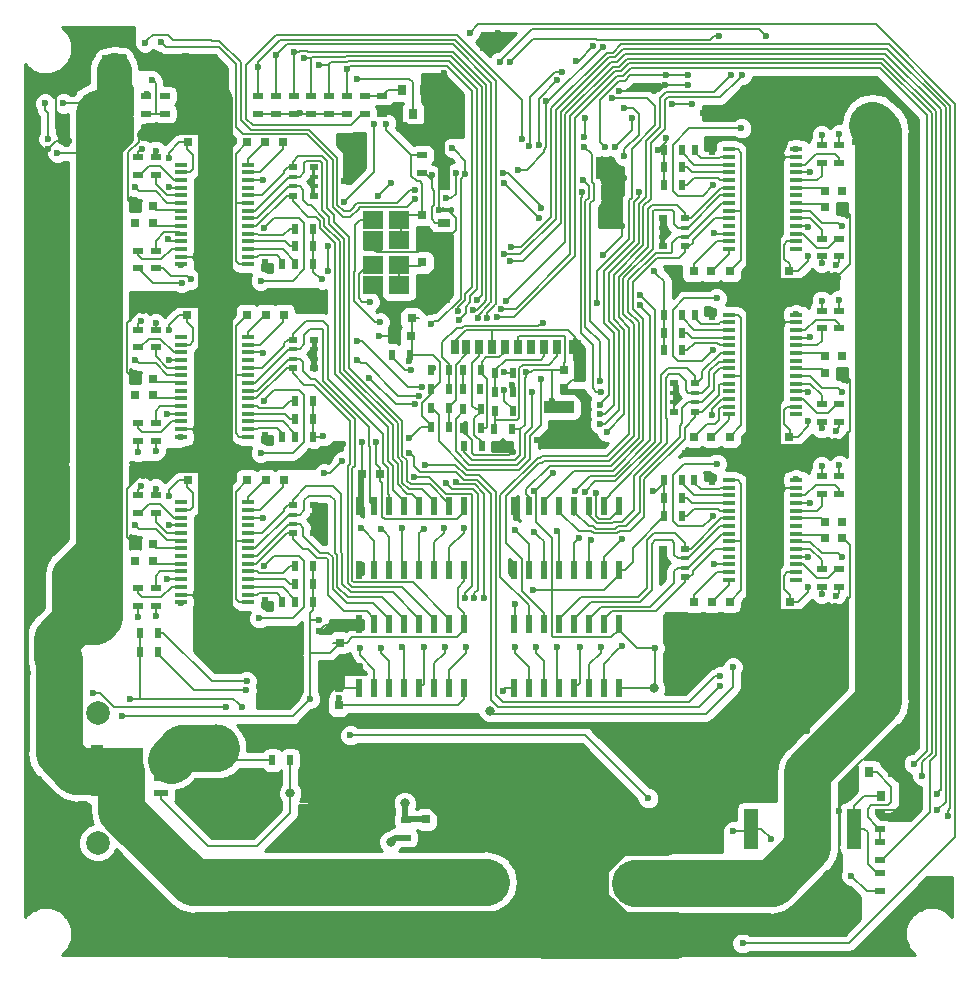
<source format=gbl>
G04 #@! TF.GenerationSoftware,KiCad,Pcbnew,(5.0.0)*
G04 #@! TF.CreationDate,2020-01-25T17:25:25+09:00*
G04 #@! TF.ProjectId,General_purpose_lancer_board,47656E6572616C5F707572706F73655F,rev?*
G04 #@! TF.SameCoordinates,PX69618a0PY822d320*
G04 #@! TF.FileFunction,Copper,L2,Bot,Signal*
G04 #@! TF.FilePolarity,Positive*
%FSLAX46Y46*%
G04 Gerber Fmt 4.6, Leading zero omitted, Abs format (unit mm)*
G04 Created by KiCad (PCBNEW (5.0.0)) date 01/25/20 17:25:25*
%MOMM*%
%LPD*%
G01*
G04 APERTURE LIST*
G04 #@! TA.AperFunction,SMDPad,CuDef*
%ADD10R,1.270000X0.610000*%
G04 #@! TD*
G04 #@! TA.AperFunction,SMDPad,CuDef*
%ADD11R,1.020000X0.610000*%
G04 #@! TD*
G04 #@! TA.AperFunction,SMDPad,CuDef*
%ADD12R,3.810000X3.910000*%
G04 #@! TD*
G04 #@! TA.AperFunction,SMDPad,CuDef*
%ADD13R,0.900000X0.500000*%
G04 #@! TD*
G04 #@! TA.AperFunction,ComponentPad*
%ADD14C,2.000000*%
G04 #@! TD*
G04 #@! TA.AperFunction,ComponentPad*
%ADD15C,4.000000*%
G04 #@! TD*
G04 #@! TA.AperFunction,SMDPad,CuDef*
%ADD16R,0.800000X0.750000*%
G04 #@! TD*
G04 #@! TA.AperFunction,SMDPad,CuDef*
%ADD17R,0.700000X1.200000*%
G04 #@! TD*
G04 #@! TA.AperFunction,SMDPad,CuDef*
%ADD18R,1.000000X1.200000*%
G04 #@! TD*
G04 #@! TA.AperFunction,SMDPad,CuDef*
%ADD19R,1.000000X0.800000*%
G04 #@! TD*
G04 #@! TA.AperFunction,SMDPad,CuDef*
%ADD20R,1.000000X2.800000*%
G04 #@! TD*
G04 #@! TA.AperFunction,SMDPad,CuDef*
%ADD21R,1.300000X1.900000*%
G04 #@! TD*
G04 #@! TA.AperFunction,SMDPad,CuDef*
%ADD22R,0.500000X0.900000*%
G04 #@! TD*
G04 #@! TA.AperFunction,SMDPad,CuDef*
%ADD23R,1.300000X3.400000*%
G04 #@! TD*
G04 #@! TA.AperFunction,SMDPad,CuDef*
%ADD24R,0.750000X0.800000*%
G04 #@! TD*
G04 #@! TA.AperFunction,SMDPad,CuDef*
%ADD25R,2.500000X1.000000*%
G04 #@! TD*
G04 #@! TA.AperFunction,SMDPad,CuDef*
%ADD26R,1.100000X0.400000*%
G04 #@! TD*
G04 #@! TA.AperFunction,SMDPad,CuDef*
%ADD27R,1.200000X1.542500*%
G04 #@! TD*
G04 #@! TA.AperFunction,SMDPad,CuDef*
%ADD28R,0.800000X0.900000*%
G04 #@! TD*
G04 #@! TA.AperFunction,SMDPad,CuDef*
%ADD29R,0.600000X1.500000*%
G04 #@! TD*
G04 #@! TA.AperFunction,SMDPad,CuDef*
%ADD30R,1.800000X1.500000*%
G04 #@! TD*
G04 #@! TA.AperFunction,SMDPad,CuDef*
%ADD31R,0.800000X0.500000*%
G04 #@! TD*
G04 #@! TA.AperFunction,SMDPad,CuDef*
%ADD32R,0.800000X0.400000*%
G04 #@! TD*
G04 #@! TA.AperFunction,ViaPad*
%ADD33C,0.600000*%
G04 #@! TD*
G04 #@! TA.AperFunction,ViaPad*
%ADD34C,0.800000*%
G04 #@! TD*
G04 #@! TA.AperFunction,Conductor*
%ADD35C,0.200000*%
G04 #@! TD*
G04 #@! TA.AperFunction,Conductor*
%ADD36C,4.000000*%
G04 #@! TD*
G04 #@! TA.AperFunction,Conductor*
%ADD37C,1.000000*%
G04 #@! TD*
G04 #@! TA.AperFunction,Conductor*
%ADD38C,3.000000*%
G04 #@! TD*
G04 #@! TA.AperFunction,Conductor*
%ADD39C,0.500000*%
G04 #@! TD*
G04 #@! TA.AperFunction,Conductor*
%ADD40C,0.254000*%
G04 #@! TD*
G04 APERTURE END LIST*
D10*
G04 #@! TO.P,FET13,1*
G04 #@! TO.N,Net-(FET13-Pad1)*
X12270000Y18205000D03*
G04 #@! TO.P,FET13,2*
X12270000Y16935000D03*
G04 #@! TO.P,FET13,3*
X12270000Y15665000D03*
G04 #@! TO.P,FET13,4*
G04 #@! TO.N,POWER_SW*
X12270000Y14395000D03*
D11*
G04 #@! TO.P,FET13,5*
G04 #@! TO.N,+BATT*
X6805000Y14395000D03*
G04 #@! TO.P,FET13,6*
X6805000Y15665000D03*
G04 #@! TO.P,FET13,7*
X6805000Y16935000D03*
G04 #@! TO.P,FET13,8*
X6805000Y18205000D03*
D12*
G04 #@! TO.P,FET13,5*
X8910000Y16300000D03*
G04 #@! TD*
D13*
G04 #@! TO.P,R108,1*
G04 #@! TO.N,Net-(BZ1-Pad2)*
X73100000Y7650000D03*
G04 #@! TO.P,R108,2*
G04 #@! TO.N,+5V*
X73100000Y6150000D03*
G04 #@! TD*
D14*
G04 #@! TO.P,J3,*
G04 #@! TO.N,*
X6900000Y21200000D03*
X6900000Y10200000D03*
D15*
G04 #@! TO.P,J3,1*
G04 #@! TO.N,Net-(FET13-Pad1)*
X16900000Y18200000D03*
G04 #@! TO.P,J3,2*
G04 #@! TO.N,GND*
X16900000Y13200000D03*
G04 #@! TD*
D16*
G04 #@! TO.P,C48,2*
G04 #@! TO.N,GND*
X64000000Y30600000D03*
G04 #@! TO.P,C48,1*
G04 #@! TO.N,+BATT*
X65500000Y30600000D03*
G04 #@! TD*
D17*
G04 #@! TO.P,J13,9*
G04 #@! TO.N,GND*
X37150000Y52200000D03*
G04 #@! TO.P,J13,8*
G04 #@! TO.N,Net-(J13-Pad8)*
X38100000Y52200000D03*
G04 #@! TO.P,J13,1*
G04 #@! TO.N,Net-(J13-Pad1)*
X45800000Y52200000D03*
G04 #@! TO.P,J13,2*
G04 #@! TO.N,Net-(J13-Pad2)*
X44700000Y52200000D03*
G04 #@! TO.P,J13,3*
G04 #@! TO.N,Net-(J13-Pad3)*
X43600000Y52200000D03*
G04 #@! TO.P,J13,4*
G04 #@! TO.N,+3V3*
X42500000Y52200000D03*
G04 #@! TO.P,J13,5*
G04 #@! TO.N,Net-(J13-Pad5)*
X41400000Y52200000D03*
G04 #@! TO.P,J13,6*
G04 #@! TO.N,GND*
X40300000Y52200000D03*
G04 #@! TO.P,J13,7*
G04 #@! TO.N,Net-(J13-Pad7)*
X39200000Y52200000D03*
D18*
G04 #@! TO.P,J13,11*
G04 #@! TO.N,GND*
X47350000Y52200000D03*
X36200000Y56500000D03*
D19*
G04 #@! TO.P,J13,10*
G04 #@! TO.N,SD_INSERT*
X36200000Y62700000D03*
D20*
G04 #@! TO.P,J13,11*
G04 #@! TO.N,GND*
X36200000Y66850000D03*
D21*
X49700000Y67300000D03*
G04 #@! TD*
D22*
G04 #@! TO.P,R42,1*
G04 #@! TO.N,+3V3*
X54850000Y37900000D03*
G04 #@! TO.P,R42,2*
G04 #@! TO.N,Net-(IC3-Pad24)*
X56350000Y37900000D03*
G04 #@! TD*
D13*
G04 #@! TO.P,R58,1*
G04 #@! TO.N,Net-(IC3-Pad12)*
X69700000Y33350000D03*
G04 #@! TO.P,R58,2*
G04 #@! TO.N,Net-(FET5-Pad2)*
X69700000Y31850000D03*
G04 #@! TD*
D22*
G04 #@! TO.P,R2,1*
G04 #@! TO.N,Net-(FET13-Pad1)*
X21700000Y17200000D03*
G04 #@! TO.P,R2,2*
G04 #@! TO.N,POWER_SW*
X23200000Y17200000D03*
G04 #@! TD*
D23*
G04 #@! TO.P,BZ1,1*
G04 #@! TO.N,+5V*
X62250000Y11400000D03*
G04 #@! TO.P,BZ1,2*
G04 #@! TO.N,Net-(BZ1-Pad2)*
X70950000Y11400000D03*
G04 #@! TD*
D24*
G04 #@! TO.P,C1,2*
G04 #@! TO.N,GND*
X34400000Y57850000D03*
G04 #@! TO.P,C1,1*
G04 #@! TO.N,+3V3*
X34400000Y59350000D03*
G04 #@! TD*
G04 #@! TO.P,C3,2*
G04 #@! TO.N,GND*
X34400000Y61850000D03*
G04 #@! TO.P,C3,1*
G04 #@! TO.N,+3V3*
X34400000Y63350000D03*
G04 #@! TD*
D16*
G04 #@! TO.P,C4,2*
G04 #@! TO.N,+3V3*
X33450000Y53100000D03*
G04 #@! TO.P,C4,1*
G04 #@! TO.N,GND*
X31950000Y53100000D03*
G04 #@! TD*
G04 #@! TO.P,C5,2*
G04 #@! TO.N,GND*
X32000000Y54600000D03*
G04 #@! TO.P,C5,1*
G04 #@! TO.N,+3V3*
X33500000Y54600000D03*
G04 #@! TD*
D24*
G04 #@! TO.P,C13,2*
G04 #@! TO.N,GND*
X34700000Y10700000D03*
G04 #@! TO.P,C13,1*
G04 #@! TO.N,Net-(C13-Pad1)*
X34700000Y12200000D03*
G04 #@! TD*
D16*
G04 #@! TO.P,C24,2*
G04 #@! TO.N,GND*
X29300000Y41400000D03*
G04 #@! TO.P,C24,1*
G04 #@! TO.N,+3V3*
X30800000Y41400000D03*
G04 #@! TD*
D24*
G04 #@! TO.P,C26,2*
G04 #@! TO.N,GND*
X27300000Y23350000D03*
G04 #@! TO.P,C26,1*
G04 #@! TO.N,+3V3*
X27300000Y21850000D03*
G04 #@! TD*
G04 #@! TO.P,C30,2*
G04 #@! TO.N,GND*
X27400000Y28650000D03*
G04 #@! TO.P,C30,1*
G04 #@! TO.N,+3V3*
X27400000Y27150000D03*
G04 #@! TD*
D16*
G04 #@! TO.P,C31,2*
G04 #@! TO.N,GND*
X61950000Y58600000D03*
G04 #@! TO.P,C31,1*
G04 #@! TO.N,Net-(C31-Pad1)*
X60450000Y58600000D03*
G04 #@! TD*
G04 #@! TO.P,C32,2*
G04 #@! TO.N,GND*
X18050000Y54900000D03*
G04 #@! TO.P,C32,1*
G04 #@! TO.N,Net-(C32-Pad1)*
X19550000Y54900000D03*
G04 #@! TD*
G04 #@! TO.P,C33,2*
G04 #@! TO.N,GND*
X61900000Y30600000D03*
G04 #@! TO.P,C33,1*
G04 #@! TO.N,Net-(C33-Pad1)*
X60400000Y30600000D03*
G04 #@! TD*
G04 #@! TO.P,C34,2*
G04 #@! TO.N,Net-(C34-Pad2)*
X58850000Y58600000D03*
G04 #@! TO.P,C34,1*
G04 #@! TO.N,Net-(C34-Pad1)*
X57350000Y58600000D03*
G04 #@! TD*
G04 #@! TO.P,C35,2*
G04 #@! TO.N,Net-(C35-Pad2)*
X21150000Y54900000D03*
G04 #@! TO.P,C35,1*
G04 #@! TO.N,Net-(C35-Pad1)*
X22650000Y54900000D03*
G04 #@! TD*
G04 #@! TO.P,C36,2*
G04 #@! TO.N,Net-(C36-Pad2)*
X58900000Y30600000D03*
G04 #@! TO.P,C36,1*
G04 #@! TO.N,Net-(C36-Pad1)*
X57400000Y30600000D03*
G04 #@! TD*
G04 #@! TO.P,C37,2*
G04 #@! TO.N,GND*
X18050000Y69500000D03*
G04 #@! TO.P,C37,1*
G04 #@! TO.N,Net-(C37-Pad1)*
X19550000Y69500000D03*
G04 #@! TD*
G04 #@! TO.P,C38,2*
G04 #@! TO.N,Net-(C38-Pad2)*
X21100000Y69500000D03*
G04 #@! TO.P,C38,1*
G04 #@! TO.N,Net-(C38-Pad1)*
X22600000Y69500000D03*
G04 #@! TD*
G04 #@! TO.P,C39,2*
G04 #@! TO.N,GND*
X69950000Y64000000D03*
G04 #@! TO.P,C39,1*
G04 #@! TO.N,Net-(C39-Pad1)*
X68450000Y64000000D03*
G04 #@! TD*
G04 #@! TO.P,C40,2*
G04 #@! TO.N,GND*
X10050000Y49500000D03*
G04 #@! TO.P,C40,1*
G04 #@! TO.N,Net-(C40-Pad1)*
X11550000Y49500000D03*
G04 #@! TD*
G04 #@! TO.P,C41,2*
G04 #@! TO.N,GND*
X69950000Y36000000D03*
G04 #@! TO.P,C41,1*
G04 #@! TO.N,Net-(C41-Pad1)*
X68450000Y36000000D03*
G04 #@! TD*
G04 #@! TO.P,C42,2*
G04 #@! TO.N,GND*
X63950000Y58600000D03*
G04 #@! TO.P,C42,1*
G04 #@! TO.N,+BATT*
X65450000Y58600000D03*
G04 #@! TD*
G04 #@! TO.P,C44,2*
G04 #@! TO.N,Net-(C44-Pad2)*
X69950000Y65400000D03*
G04 #@! TO.P,C44,1*
G04 #@! TO.N,Net-(C44-Pad1)*
X68450000Y65400000D03*
G04 #@! TD*
G04 #@! TO.P,C45,2*
G04 #@! TO.N,GND*
X16000000Y54900000D03*
G04 #@! TO.P,C45,1*
G04 #@! TO.N,+BATT*
X14500000Y54900000D03*
G04 #@! TD*
G04 #@! TO.P,C47,2*
G04 #@! TO.N,Net-(C47-Pad2)*
X10050000Y48100000D03*
G04 #@! TO.P,C47,1*
G04 #@! TO.N,Net-(C47-Pad1)*
X11550000Y48100000D03*
G04 #@! TD*
G04 #@! TO.P,C50,2*
G04 #@! TO.N,Net-(C50-Pad2)*
X69950000Y37400000D03*
G04 #@! TO.P,C50,1*
G04 #@! TO.N,Net-(C50-Pad1)*
X68450000Y37400000D03*
G04 #@! TD*
G04 #@! TO.P,C51,2*
G04 #@! TO.N,GND*
X10050000Y64100000D03*
G04 #@! TO.P,C51,1*
G04 #@! TO.N,Net-(C51-Pad1)*
X11550000Y64100000D03*
G04 #@! TD*
G04 #@! TO.P,C52,2*
G04 #@! TO.N,GND*
X16050000Y69500000D03*
G04 #@! TO.P,C52,1*
G04 #@! TO.N,+BATT*
X14550000Y69500000D03*
G04 #@! TD*
G04 #@! TO.P,C54,2*
G04 #@! TO.N,Net-(C54-Pad2)*
X10050000Y62700000D03*
G04 #@! TO.P,C54,1*
G04 #@! TO.N,Net-(C54-Pad1)*
X11550000Y62700000D03*
G04 #@! TD*
G04 #@! TO.P,C59,2*
G04 #@! TO.N,GND*
X18050000Y40900000D03*
G04 #@! TO.P,C59,1*
G04 #@! TO.N,Net-(C59-Pad1)*
X19550000Y40900000D03*
G04 #@! TD*
G04 #@! TO.P,C60,2*
G04 #@! TO.N,GND*
X61950000Y44600000D03*
G04 #@! TO.P,C60,1*
G04 #@! TO.N,Net-(C60-Pad1)*
X60450000Y44600000D03*
G04 #@! TD*
G04 #@! TO.P,C61,2*
G04 #@! TO.N,Net-(C61-Pad2)*
X21150000Y40900000D03*
G04 #@! TO.P,C61,1*
G04 #@! TO.N,Net-(C61-Pad1)*
X22650000Y40900000D03*
G04 #@! TD*
G04 #@! TO.P,C62,2*
G04 #@! TO.N,Net-(C62-Pad2)*
X58850000Y44600000D03*
G04 #@! TO.P,C62,1*
G04 #@! TO.N,Net-(C62-Pad1)*
X57350000Y44600000D03*
G04 #@! TD*
G04 #@! TO.P,C65,2*
G04 #@! TO.N,GND*
X10050000Y35500000D03*
G04 #@! TO.P,C65,1*
G04 #@! TO.N,Net-(C65-Pad1)*
X11550000Y35500000D03*
G04 #@! TD*
G04 #@! TO.P,C66,2*
G04 #@! TO.N,GND*
X69950000Y50000000D03*
G04 #@! TO.P,C66,1*
G04 #@! TO.N,Net-(C66-Pad1)*
X68450000Y50000000D03*
G04 #@! TD*
G04 #@! TO.P,C67,2*
G04 #@! TO.N,GND*
X16050000Y40900000D03*
G04 #@! TO.P,C67,1*
G04 #@! TO.N,+BATT*
X14550000Y40900000D03*
G04 #@! TD*
G04 #@! TO.P,C69,2*
G04 #@! TO.N,Net-(C69-Pad2)*
X10050000Y34100000D03*
G04 #@! TO.P,C69,1*
G04 #@! TO.N,Net-(C69-Pad1)*
X11550000Y34100000D03*
G04 #@! TD*
G04 #@! TO.P,C70,2*
G04 #@! TO.N,GND*
X63950000Y44600000D03*
G04 #@! TO.P,C70,1*
G04 #@! TO.N,+BATT*
X65450000Y44600000D03*
G04 #@! TD*
G04 #@! TO.P,C72,2*
G04 #@! TO.N,Net-(C72-Pad2)*
X69950000Y51400000D03*
G04 #@! TO.P,C72,1*
G04 #@! TO.N,Net-(C72-Pad1)*
X68450000Y51400000D03*
G04 #@! TD*
D25*
G04 #@! TO.P,C83,1*
G04 #@! TO.N,+3V3*
X46000000Y47100000D03*
G04 #@! TO.P,C83,2*
G04 #@! TO.N,GND*
X46000000Y44100000D03*
G04 #@! TD*
D24*
G04 #@! TO.P,C84,2*
G04 #@! TO.N,GND*
X46400000Y48750000D03*
G04 #@! TO.P,C84,1*
G04 #@! TO.N,+3V3*
X46400000Y50250000D03*
G04 #@! TD*
D26*
G04 #@! TO.P,IC1,1*
G04 #@! TO.N,+BATT*
X66050000Y68925000D03*
G04 #@! TO.P,IC1,2*
G04 #@! TO.N,GND*
X66050000Y68275000D03*
G04 #@! TO.P,IC1,3*
G04 #@! TO.N,Net-(IC1-Pad3)*
X66050000Y67625000D03*
G04 #@! TO.P,IC1,4*
G04 #@! TO.N,Net-(C44-Pad2)*
X66050000Y66975000D03*
G04 #@! TO.P,IC1,5*
G04 #@! TO.N,Net-(IC1-Pad5)*
X66050000Y66325000D03*
G04 #@! TO.P,IC1,6*
G04 #@! TO.N,Net-(C44-Pad1)*
X66050000Y65675000D03*
G04 #@! TO.P,IC1,7*
G04 #@! TO.N,Net-(IC1-Pad7)*
X66050000Y65025000D03*
G04 #@! TO.P,IC1,8*
G04 #@! TO.N,Net-(C39-Pad1)*
X66050000Y64375000D03*
G04 #@! TO.P,IC1,9*
G04 #@! TO.N,Net-(C43-Pad1)*
X66050000Y63725000D03*
G04 #@! TO.P,IC1,10*
G04 #@! TO.N,Net-(IC1-Pad10)*
X66050000Y63075000D03*
G04 #@! TO.P,IC1,11*
G04 #@! TO.N,Net-(C43-Pad2)*
X66050000Y62425000D03*
G04 #@! TO.P,IC1,12*
G04 #@! TO.N,Net-(IC1-Pad12)*
X66050000Y61775000D03*
G04 #@! TO.P,IC1,13*
G04 #@! TO.N,+BATT*
X66050000Y61125000D03*
G04 #@! TO.P,IC1,14*
G04 #@! TO.N,Net-(IC1-Pad14)*
X66050000Y60475000D03*
G04 #@! TO.P,IC1,15*
G04 #@! TO.N,Net-(C34-Pad2)*
X60350000Y60475000D03*
G04 #@! TO.P,IC1,16*
G04 #@! TO.N,Net-(C34-Pad1)*
X60350000Y61125000D03*
G04 #@! TO.P,IC1,17*
G04 #@! TO.N,GND*
X60350000Y61775000D03*
G04 #@! TO.P,IC1,18*
G04 #@! TO.N,Net-(IC1-Pad18)*
X60350000Y62425000D03*
G04 #@! TO.P,IC1,19*
G04 #@! TO.N,PWM_SERVO2_P_I*
X60350000Y63075000D03*
G04 #@! TO.P,IC1,20*
G04 #@! TO.N,Net-(C31-Pad1)*
X60350000Y63725000D03*
G04 #@! TO.P,IC1,21*
G04 #@! TO.N,GPIO_SERVO2_SR_I*
X60350000Y64375000D03*
G04 #@! TO.P,IC1,22*
G04 #@! TO.N,PWM_SERVO2_L_I*
X60350000Y65025000D03*
G04 #@! TO.P,IC1,23*
G04 #@! TO.N,PWM_SERVO2_H_I*
X60350000Y65675000D03*
G04 #@! TO.P,IC1,24*
G04 #@! TO.N,Net-(IC1-Pad24)*
X60350000Y66325000D03*
G04 #@! TO.P,IC1,25*
G04 #@! TO.N,Net-(IC1-Pad25)*
X60350000Y66975000D03*
G04 #@! TO.P,IC1,26*
G04 #@! TO.N,Net-(IC1-Pad26)*
X60350000Y67625000D03*
G04 #@! TO.P,IC1,27*
G04 #@! TO.N,Net-(IC1-Pad27)*
X60350000Y68275000D03*
G04 #@! TO.P,IC1,28*
G04 #@! TO.N,Net-(C31-Pad1)*
X60350000Y68925000D03*
D27*
G04 #@! TO.P,IC1,29*
G04 #@! TO.N,GND*
X62600000Y62386250D03*
X62600000Y63928750D03*
X62600000Y65471250D03*
X62600000Y67013750D03*
X63800000Y62386250D03*
X63800000Y63928750D03*
X63800000Y65471250D03*
X63800000Y67013750D03*
G04 #@! TD*
D26*
G04 #@! TO.P,IC2,1*
G04 #@! TO.N,+BATT*
X13950000Y44575000D03*
G04 #@! TO.P,IC2,2*
G04 #@! TO.N,GND*
X13950000Y45225000D03*
G04 #@! TO.P,IC2,3*
G04 #@! TO.N,Net-(IC2-Pad3)*
X13950000Y45875000D03*
G04 #@! TO.P,IC2,4*
G04 #@! TO.N,Net-(C47-Pad2)*
X13950000Y46525000D03*
G04 #@! TO.P,IC2,5*
G04 #@! TO.N,Net-(IC2-Pad5)*
X13950000Y47175000D03*
G04 #@! TO.P,IC2,6*
G04 #@! TO.N,Net-(C47-Pad1)*
X13950000Y47825000D03*
G04 #@! TO.P,IC2,7*
G04 #@! TO.N,Net-(IC2-Pad7)*
X13950000Y48475000D03*
G04 #@! TO.P,IC2,8*
G04 #@! TO.N,Net-(C40-Pad1)*
X13950000Y49125000D03*
G04 #@! TO.P,IC2,9*
G04 #@! TO.N,Net-(C46-Pad1)*
X13950000Y49775000D03*
G04 #@! TO.P,IC2,10*
G04 #@! TO.N,Net-(IC2-Pad10)*
X13950000Y50425000D03*
G04 #@! TO.P,IC2,11*
G04 #@! TO.N,Net-(C46-Pad2)*
X13950000Y51075000D03*
G04 #@! TO.P,IC2,12*
G04 #@! TO.N,Net-(IC2-Pad12)*
X13950000Y51725000D03*
G04 #@! TO.P,IC2,13*
G04 #@! TO.N,+BATT*
X13950000Y52375000D03*
G04 #@! TO.P,IC2,14*
G04 #@! TO.N,Net-(IC2-Pad14)*
X13950000Y53025000D03*
G04 #@! TO.P,IC2,15*
G04 #@! TO.N,Net-(C35-Pad2)*
X19650000Y53025000D03*
G04 #@! TO.P,IC2,16*
G04 #@! TO.N,Net-(C35-Pad1)*
X19650000Y52375000D03*
G04 #@! TO.P,IC2,17*
G04 #@! TO.N,GND*
X19650000Y51725000D03*
G04 #@! TO.P,IC2,18*
G04 #@! TO.N,Net-(IC2-Pad18)*
X19650000Y51075000D03*
G04 #@! TO.P,IC2,19*
G04 #@! TO.N,GPIO_DRIVE1_P_I*
X19650000Y50425000D03*
G04 #@! TO.P,IC2,20*
G04 #@! TO.N,Net-(C32-Pad1)*
X19650000Y49775000D03*
G04 #@! TO.P,IC2,21*
G04 #@! TO.N,GPIO_DRIVE1_SR_I*
X19650000Y49125000D03*
G04 #@! TO.P,IC2,22*
G04 #@! TO.N,PWM_DRIVE1_L_I*
X19650000Y48475000D03*
G04 #@! TO.P,IC2,23*
G04 #@! TO.N,PWM_DRIVE1_H_I*
X19650000Y47825000D03*
G04 #@! TO.P,IC2,24*
G04 #@! TO.N,Net-(IC2-Pad24)*
X19650000Y47175000D03*
G04 #@! TO.P,IC2,25*
G04 #@! TO.N,Net-(IC2-Pad25)*
X19650000Y46525000D03*
G04 #@! TO.P,IC2,26*
G04 #@! TO.N,Net-(IC2-Pad26)*
X19650000Y45875000D03*
G04 #@! TO.P,IC2,27*
G04 #@! TO.N,Net-(IC2-Pad27)*
X19650000Y45225000D03*
G04 #@! TO.P,IC2,28*
G04 #@! TO.N,Net-(C32-Pad1)*
X19650000Y44575000D03*
D27*
G04 #@! TO.P,IC2,29*
G04 #@! TO.N,GND*
X17400000Y51113750D03*
X17400000Y49571250D03*
X17400000Y48028750D03*
X17400000Y46486250D03*
X16200000Y51113750D03*
X16200000Y49571250D03*
X16200000Y48028750D03*
X16200000Y46486250D03*
G04 #@! TD*
D26*
G04 #@! TO.P,IC3,1*
G04 #@! TO.N,+BATT*
X66050000Y40925000D03*
G04 #@! TO.P,IC3,2*
G04 #@! TO.N,GND*
X66050000Y40275000D03*
G04 #@! TO.P,IC3,3*
G04 #@! TO.N,Net-(IC3-Pad3)*
X66050000Y39625000D03*
G04 #@! TO.P,IC3,4*
G04 #@! TO.N,Net-(C50-Pad2)*
X66050000Y38975000D03*
G04 #@! TO.P,IC3,5*
G04 #@! TO.N,Net-(IC3-Pad5)*
X66050000Y38325000D03*
G04 #@! TO.P,IC3,6*
G04 #@! TO.N,Net-(C50-Pad1)*
X66050000Y37675000D03*
G04 #@! TO.P,IC3,7*
G04 #@! TO.N,Net-(IC3-Pad7)*
X66050000Y37025000D03*
G04 #@! TO.P,IC3,8*
G04 #@! TO.N,Net-(C41-Pad1)*
X66050000Y36375000D03*
G04 #@! TO.P,IC3,9*
G04 #@! TO.N,Net-(C49-Pad1)*
X66050000Y35725000D03*
G04 #@! TO.P,IC3,10*
G04 #@! TO.N,Net-(IC3-Pad10)*
X66050000Y35075000D03*
G04 #@! TO.P,IC3,11*
G04 #@! TO.N,Net-(C49-Pad2)*
X66050000Y34425000D03*
G04 #@! TO.P,IC3,12*
G04 #@! TO.N,Net-(IC3-Pad12)*
X66050000Y33775000D03*
G04 #@! TO.P,IC3,13*
G04 #@! TO.N,+BATT*
X66050000Y33125000D03*
G04 #@! TO.P,IC3,14*
G04 #@! TO.N,Net-(IC3-Pad14)*
X66050000Y32475000D03*
G04 #@! TO.P,IC3,15*
G04 #@! TO.N,Net-(C36-Pad2)*
X60350000Y32475000D03*
G04 #@! TO.P,IC3,16*
G04 #@! TO.N,Net-(C36-Pad1)*
X60350000Y33125000D03*
G04 #@! TO.P,IC3,17*
G04 #@! TO.N,GND*
X60350000Y33775000D03*
G04 #@! TO.P,IC3,18*
G04 #@! TO.N,Net-(IC3-Pad18)*
X60350000Y34425000D03*
G04 #@! TO.P,IC3,19*
G04 #@! TO.N,GPIO_DRIVE4_P_I*
X60350000Y35075000D03*
G04 #@! TO.P,IC3,20*
G04 #@! TO.N,Net-(C33-Pad1)*
X60350000Y35725000D03*
G04 #@! TO.P,IC3,21*
G04 #@! TO.N,GPIO_DRIVE4_SR_I*
X60350000Y36375000D03*
G04 #@! TO.P,IC3,22*
G04 #@! TO.N,PWM_DRIVE4_L_I*
X60350000Y37025000D03*
G04 #@! TO.P,IC3,23*
G04 #@! TO.N,PWM_DRIVE4_H_I*
X60350000Y37675000D03*
G04 #@! TO.P,IC3,24*
G04 #@! TO.N,Net-(IC3-Pad24)*
X60350000Y38325000D03*
G04 #@! TO.P,IC3,25*
G04 #@! TO.N,Net-(IC3-Pad25)*
X60350000Y38975000D03*
G04 #@! TO.P,IC3,26*
G04 #@! TO.N,Net-(IC3-Pad26)*
X60350000Y39625000D03*
G04 #@! TO.P,IC3,27*
G04 #@! TO.N,Net-(IC3-Pad27)*
X60350000Y40275000D03*
G04 #@! TO.P,IC3,28*
G04 #@! TO.N,Net-(C33-Pad1)*
X60350000Y40925000D03*
D27*
G04 #@! TO.P,IC3,29*
G04 #@! TO.N,GND*
X62600000Y34386250D03*
X62600000Y35928750D03*
X62600000Y37471250D03*
X62600000Y39013750D03*
X63800000Y34386250D03*
X63800000Y35928750D03*
X63800000Y37471250D03*
X63800000Y39013750D03*
G04 #@! TD*
D26*
G04 #@! TO.P,IC4,1*
G04 #@! TO.N,+BATT*
X13950000Y59175000D03*
G04 #@! TO.P,IC4,2*
G04 #@! TO.N,GND*
X13950000Y59825000D03*
G04 #@! TO.P,IC4,3*
G04 #@! TO.N,Net-(IC4-Pad3)*
X13950000Y60475000D03*
G04 #@! TO.P,IC4,4*
G04 #@! TO.N,Net-(C54-Pad2)*
X13950000Y61125000D03*
G04 #@! TO.P,IC4,5*
G04 #@! TO.N,Net-(IC4-Pad5)*
X13950000Y61775000D03*
G04 #@! TO.P,IC4,6*
G04 #@! TO.N,Net-(C54-Pad1)*
X13950000Y62425000D03*
G04 #@! TO.P,IC4,7*
G04 #@! TO.N,Net-(IC4-Pad7)*
X13950000Y63075000D03*
G04 #@! TO.P,IC4,8*
G04 #@! TO.N,Net-(C51-Pad1)*
X13950000Y63725000D03*
G04 #@! TO.P,IC4,9*
G04 #@! TO.N,Net-(C53-Pad1)*
X13950000Y64375000D03*
G04 #@! TO.P,IC4,10*
G04 #@! TO.N,Net-(IC4-Pad10)*
X13950000Y65025000D03*
G04 #@! TO.P,IC4,11*
G04 #@! TO.N,Net-(C53-Pad2)*
X13950000Y65675000D03*
G04 #@! TO.P,IC4,12*
G04 #@! TO.N,Net-(IC4-Pad12)*
X13950000Y66325000D03*
G04 #@! TO.P,IC4,13*
G04 #@! TO.N,+BATT*
X13950000Y66975000D03*
G04 #@! TO.P,IC4,14*
G04 #@! TO.N,Net-(IC4-Pad14)*
X13950000Y67625000D03*
G04 #@! TO.P,IC4,15*
G04 #@! TO.N,Net-(C38-Pad2)*
X19650000Y67625000D03*
G04 #@! TO.P,IC4,16*
G04 #@! TO.N,Net-(C38-Pad1)*
X19650000Y66975000D03*
G04 #@! TO.P,IC4,17*
G04 #@! TO.N,GND*
X19650000Y66325000D03*
G04 #@! TO.P,IC4,18*
G04 #@! TO.N,Net-(IC4-Pad18)*
X19650000Y65675000D03*
G04 #@! TO.P,IC4,19*
G04 #@! TO.N,PWM_SERVO1_P_I*
X19650000Y65025000D03*
G04 #@! TO.P,IC4,20*
G04 #@! TO.N,Net-(C37-Pad1)*
X19650000Y64375000D03*
G04 #@! TO.P,IC4,21*
G04 #@! TO.N,GPIO_SERVO1_SR_I*
X19650000Y63725000D03*
G04 #@! TO.P,IC4,22*
G04 #@! TO.N,PWM_SERVO1_L_I*
X19650000Y63075000D03*
G04 #@! TO.P,IC4,23*
G04 #@! TO.N,PWM_SERVO1_H_I*
X19650000Y62425000D03*
G04 #@! TO.P,IC4,24*
G04 #@! TO.N,Net-(IC4-Pad24)*
X19650000Y61775000D03*
G04 #@! TO.P,IC4,25*
G04 #@! TO.N,Net-(IC4-Pad25)*
X19650000Y61125000D03*
G04 #@! TO.P,IC4,26*
G04 #@! TO.N,Net-(IC4-Pad26)*
X19650000Y60475000D03*
G04 #@! TO.P,IC4,27*
G04 #@! TO.N,Net-(IC4-Pad27)*
X19650000Y59825000D03*
G04 #@! TO.P,IC4,28*
G04 #@! TO.N,Net-(C37-Pad1)*
X19650000Y59175000D03*
D27*
G04 #@! TO.P,IC4,29*
G04 #@! TO.N,GND*
X17400000Y65713750D03*
X17400000Y64171250D03*
X17400000Y62628750D03*
X17400000Y61086250D03*
X16200000Y65713750D03*
X16200000Y64171250D03*
X16200000Y62628750D03*
X16200000Y61086250D03*
G04 #@! TD*
D26*
G04 #@! TO.P,IC5,1*
G04 #@! TO.N,+BATT*
X13950000Y30575000D03*
G04 #@! TO.P,IC5,2*
G04 #@! TO.N,GND*
X13950000Y31225000D03*
G04 #@! TO.P,IC5,3*
G04 #@! TO.N,Net-(IC5-Pad3)*
X13950000Y31875000D03*
G04 #@! TO.P,IC5,4*
G04 #@! TO.N,Net-(C69-Pad2)*
X13950000Y32525000D03*
G04 #@! TO.P,IC5,5*
G04 #@! TO.N,Net-(IC5-Pad5)*
X13950000Y33175000D03*
G04 #@! TO.P,IC5,6*
G04 #@! TO.N,Net-(C69-Pad1)*
X13950000Y33825000D03*
G04 #@! TO.P,IC5,7*
G04 #@! TO.N,Net-(IC5-Pad7)*
X13950000Y34475000D03*
G04 #@! TO.P,IC5,8*
G04 #@! TO.N,Net-(C65-Pad1)*
X13950000Y35125000D03*
G04 #@! TO.P,IC5,9*
G04 #@! TO.N,Net-(C68-Pad1)*
X13950000Y35775000D03*
G04 #@! TO.P,IC5,10*
G04 #@! TO.N,Net-(IC5-Pad10)*
X13950000Y36425000D03*
G04 #@! TO.P,IC5,11*
G04 #@! TO.N,Net-(C68-Pad2)*
X13950000Y37075000D03*
G04 #@! TO.P,IC5,12*
G04 #@! TO.N,Net-(IC5-Pad12)*
X13950000Y37725000D03*
G04 #@! TO.P,IC5,13*
G04 #@! TO.N,+BATT*
X13950000Y38375000D03*
G04 #@! TO.P,IC5,14*
G04 #@! TO.N,Net-(IC5-Pad14)*
X13950000Y39025000D03*
G04 #@! TO.P,IC5,15*
G04 #@! TO.N,Net-(C61-Pad2)*
X19650000Y39025000D03*
G04 #@! TO.P,IC5,16*
G04 #@! TO.N,Net-(C61-Pad1)*
X19650000Y38375000D03*
G04 #@! TO.P,IC5,17*
G04 #@! TO.N,GND*
X19650000Y37725000D03*
G04 #@! TO.P,IC5,18*
G04 #@! TO.N,Net-(IC5-Pad18)*
X19650000Y37075000D03*
G04 #@! TO.P,IC5,19*
G04 #@! TO.N,GPIO_DRIVE2_P_I*
X19650000Y36425000D03*
G04 #@! TO.P,IC5,20*
G04 #@! TO.N,Net-(C59-Pad1)*
X19650000Y35775000D03*
G04 #@! TO.P,IC5,21*
G04 #@! TO.N,GPIO_DRIVE2_SR_I*
X19650000Y35125000D03*
G04 #@! TO.P,IC5,22*
G04 #@! TO.N,PWM_DRIVE2_L_I*
X19650000Y34475000D03*
G04 #@! TO.P,IC5,23*
G04 #@! TO.N,PWM_DRIVE2_H_I*
X19650000Y33825000D03*
G04 #@! TO.P,IC5,24*
G04 #@! TO.N,Net-(IC5-Pad24)*
X19650000Y33175000D03*
G04 #@! TO.P,IC5,25*
G04 #@! TO.N,Net-(IC5-Pad25)*
X19650000Y32525000D03*
G04 #@! TO.P,IC5,26*
G04 #@! TO.N,Net-(IC5-Pad26)*
X19650000Y31875000D03*
G04 #@! TO.P,IC5,27*
G04 #@! TO.N,Net-(IC5-Pad27)*
X19650000Y31225000D03*
G04 #@! TO.P,IC5,28*
G04 #@! TO.N,Net-(C59-Pad1)*
X19650000Y30575000D03*
D27*
G04 #@! TO.P,IC5,29*
G04 #@! TO.N,GND*
X17400000Y37113750D03*
X17400000Y35571250D03*
X17400000Y34028750D03*
X17400000Y32486250D03*
X16200000Y37113750D03*
X16200000Y35571250D03*
X16200000Y34028750D03*
X16200000Y32486250D03*
G04 #@! TD*
D26*
G04 #@! TO.P,IC6,1*
G04 #@! TO.N,+BATT*
X66050000Y54925000D03*
G04 #@! TO.P,IC6,2*
G04 #@! TO.N,GND*
X66050000Y54275000D03*
G04 #@! TO.P,IC6,3*
G04 #@! TO.N,Net-(IC6-Pad3)*
X66050000Y53625000D03*
G04 #@! TO.P,IC6,4*
G04 #@! TO.N,Net-(C72-Pad2)*
X66050000Y52975000D03*
G04 #@! TO.P,IC6,5*
G04 #@! TO.N,Net-(IC6-Pad5)*
X66050000Y52325000D03*
G04 #@! TO.P,IC6,6*
G04 #@! TO.N,Net-(C72-Pad1)*
X66050000Y51675000D03*
G04 #@! TO.P,IC6,7*
G04 #@! TO.N,Net-(IC6-Pad7)*
X66050000Y51025000D03*
G04 #@! TO.P,IC6,8*
G04 #@! TO.N,Net-(C66-Pad1)*
X66050000Y50375000D03*
G04 #@! TO.P,IC6,9*
G04 #@! TO.N,Net-(C71-Pad1)*
X66050000Y49725000D03*
G04 #@! TO.P,IC6,10*
G04 #@! TO.N,Net-(IC6-Pad10)*
X66050000Y49075000D03*
G04 #@! TO.P,IC6,11*
G04 #@! TO.N,Net-(C71-Pad2)*
X66050000Y48425000D03*
G04 #@! TO.P,IC6,12*
G04 #@! TO.N,Net-(IC6-Pad12)*
X66050000Y47775000D03*
G04 #@! TO.P,IC6,13*
G04 #@! TO.N,+BATT*
X66050000Y47125000D03*
G04 #@! TO.P,IC6,14*
G04 #@! TO.N,Net-(IC6-Pad14)*
X66050000Y46475000D03*
G04 #@! TO.P,IC6,15*
G04 #@! TO.N,Net-(C62-Pad2)*
X60350000Y46475000D03*
G04 #@! TO.P,IC6,16*
G04 #@! TO.N,Net-(C62-Pad1)*
X60350000Y47125000D03*
G04 #@! TO.P,IC6,17*
G04 #@! TO.N,GND*
X60350000Y47775000D03*
G04 #@! TO.P,IC6,18*
G04 #@! TO.N,Net-(IC6-Pad18)*
X60350000Y48425000D03*
G04 #@! TO.P,IC6,19*
G04 #@! TO.N,GPIO_DRIVE3_P_I*
X60350000Y49075000D03*
G04 #@! TO.P,IC6,20*
G04 #@! TO.N,Net-(C60-Pad1)*
X60350000Y49725000D03*
G04 #@! TO.P,IC6,21*
G04 #@! TO.N,GPIO_DRIVE3_SR_I*
X60350000Y50375000D03*
G04 #@! TO.P,IC6,22*
G04 #@! TO.N,PWM_DRIVE3_L_I*
X60350000Y51025000D03*
G04 #@! TO.P,IC6,23*
G04 #@! TO.N,PWM_DRIVE3_H_I*
X60350000Y51675000D03*
G04 #@! TO.P,IC6,24*
G04 #@! TO.N,Net-(IC6-Pad24)*
X60350000Y52325000D03*
G04 #@! TO.P,IC6,25*
G04 #@! TO.N,Net-(IC6-Pad25)*
X60350000Y52975000D03*
G04 #@! TO.P,IC6,26*
G04 #@! TO.N,Net-(IC6-Pad26)*
X60350000Y53625000D03*
G04 #@! TO.P,IC6,27*
G04 #@! TO.N,Net-(IC6-Pad27)*
X60350000Y54275000D03*
G04 #@! TO.P,IC6,28*
G04 #@! TO.N,Net-(C60-Pad1)*
X60350000Y54925000D03*
D27*
G04 #@! TO.P,IC6,29*
G04 #@! TO.N,GND*
X62600000Y48386250D03*
X62600000Y49928750D03*
X62600000Y51471250D03*
X62600000Y53013750D03*
X63800000Y48386250D03*
X63800000Y49928750D03*
X63800000Y51471250D03*
X63800000Y53013750D03*
G04 #@! TD*
D22*
G04 #@! TO.P,L1,1*
G04 #@! TO.N,Net-(L1-Pad1)*
X31850000Y51500000D03*
G04 #@! TO.P,L1,2*
G04 #@! TO.N,+3V3*
X33350000Y51500000D03*
G04 #@! TD*
G04 #@! TO.P,L3,1*
G04 #@! TO.N,Net-(J13-Pad1)*
X40550000Y46800000D03*
G04 #@! TO.P,L3,2*
G04 #@! TO.N,SDIO_D2*
X42050000Y46800000D03*
G04 #@! TD*
G04 #@! TO.P,L4,1*
G04 #@! TO.N,Net-(J13-Pad2)*
X40550000Y50000000D03*
G04 #@! TO.P,L4,2*
G04 #@! TO.N,SDIO_D3*
X42050000Y50000000D03*
G04 #@! TD*
G04 #@! TO.P,L5,1*
G04 #@! TO.N,Net-(J13-Pad3)*
X36650000Y50200000D03*
G04 #@! TO.P,L5,2*
G04 #@! TO.N,SDIO_CMD*
X35150000Y50200000D03*
G04 #@! TD*
G04 #@! TO.P,L6,1*
G04 #@! TO.N,Net-(J13-Pad5)*
X39350000Y50200000D03*
G04 #@! TO.P,L6,2*
G04 #@! TO.N,Net-(L6-Pad2)*
X37850000Y50200000D03*
G04 #@! TD*
G04 #@! TO.P,L7,1*
G04 #@! TO.N,Net-(J13-Pad7)*
X39350000Y46900000D03*
G04 #@! TO.P,L7,2*
G04 #@! TO.N,SDIO_D0*
X37850000Y46900000D03*
G04 #@! TD*
G04 #@! TO.P,L8,1*
G04 #@! TO.N,Net-(J13-Pad8)*
X36650000Y47000000D03*
G04 #@! TO.P,L8,2*
G04 #@! TO.N,SDIO_D1*
X35150000Y47000000D03*
G04 #@! TD*
D28*
G04 #@! TO.P,Q2,1*
G04 #@! TO.N,Net-(Q2-Pad1)*
X32650000Y73900000D03*
G04 #@! TO.P,Q2,2*
G04 #@! TO.N,GND*
X34550000Y73900000D03*
G04 #@! TO.P,Q2,3*
G04 #@! TO.N,Net-(J16-Pad9)*
X33600000Y71900000D03*
G04 #@! TD*
G04 #@! TO.P,Q3,1*
G04 #@! TO.N,Net-(Q3-Pad1)*
X72250000Y16200000D03*
G04 #@! TO.P,Q3,2*
G04 #@! TO.N,GND*
X74150000Y16200000D03*
G04 #@! TO.P,Q3,3*
G04 #@! TO.N,Net-(BZ1-Pad2)*
X73200000Y14200000D03*
G04 #@! TD*
D13*
G04 #@! TO.P,R5,1*
G04 #@! TO.N,Net-(C11-Pad1)*
X33000000Y10650000D03*
G04 #@! TO.P,R5,2*
G04 #@! TO.N,Net-(C13-Pad1)*
X33000000Y12150000D03*
G04 #@! TD*
D22*
G04 #@! TO.P,R34,1*
G04 #@! TO.N,+3V3*
X54850000Y68900000D03*
G04 #@! TO.P,R34,2*
G04 #@! TO.N,Net-(IC1-Pad26)*
X56350000Y68900000D03*
G04 #@! TD*
G04 #@! TO.P,R35,1*
G04 #@! TO.N,+3V3*
X25150000Y44600000D03*
G04 #@! TO.P,R35,2*
G04 #@! TO.N,Net-(IC2-Pad26)*
X23650000Y44600000D03*
G04 #@! TD*
G04 #@! TO.P,R36,1*
G04 #@! TO.N,+3V3*
X54850000Y40900000D03*
G04 #@! TO.P,R36,2*
G04 #@! TO.N,Net-(IC3-Pad26)*
X56350000Y40900000D03*
G04 #@! TD*
G04 #@! TO.P,R37,1*
G04 #@! TO.N,+3V3*
X54850000Y67400000D03*
G04 #@! TO.P,R37,2*
G04 #@! TO.N,Net-(IC1-Pad25)*
X56350000Y67400000D03*
G04 #@! TD*
G04 #@! TO.P,R38,1*
G04 #@! TO.N,+3V3*
X25150000Y46100000D03*
G04 #@! TO.P,R38,2*
G04 #@! TO.N,Net-(IC2-Pad25)*
X23650000Y46100000D03*
G04 #@! TD*
G04 #@! TO.P,R39,1*
G04 #@! TO.N,+3V3*
X54850000Y39400000D03*
G04 #@! TO.P,R39,2*
G04 #@! TO.N,Net-(IC3-Pad25)*
X56350000Y39400000D03*
G04 #@! TD*
G04 #@! TO.P,R40,1*
G04 #@! TO.N,+3V3*
X54850000Y65900000D03*
G04 #@! TO.P,R40,2*
G04 #@! TO.N,Net-(IC1-Pad24)*
X56350000Y65900000D03*
G04 #@! TD*
G04 #@! TO.P,R41,1*
G04 #@! TO.N,+3V3*
X25150000Y47600000D03*
G04 #@! TO.P,R41,2*
G04 #@! TO.N,Net-(IC2-Pad24)*
X23650000Y47600000D03*
G04 #@! TD*
G04 #@! TO.P,R43,1*
G04 #@! TO.N,Net-(IC1-Pad27)*
X57450000Y68900000D03*
G04 #@! TO.P,R43,2*
G04 #@! TO.N,GND*
X58950000Y68900000D03*
G04 #@! TD*
G04 #@! TO.P,R44,1*
G04 #@! TO.N,Net-(IC2-Pad27)*
X22550000Y44600000D03*
G04 #@! TO.P,R44,2*
G04 #@! TO.N,GND*
X21050000Y44600000D03*
G04 #@! TD*
G04 #@! TO.P,R45,1*
G04 #@! TO.N,Net-(IC3-Pad27)*
X57400000Y40900000D03*
G04 #@! TO.P,R45,2*
G04 #@! TO.N,GND*
X58900000Y40900000D03*
G04 #@! TD*
G04 #@! TO.P,R46,1*
G04 #@! TO.N,+3V3*
X25150000Y59200000D03*
G04 #@! TO.P,R46,2*
G04 #@! TO.N,Net-(IC4-Pad26)*
X23650000Y59200000D03*
G04 #@! TD*
G04 #@! TO.P,R47,1*
G04 #@! TO.N,+3V3*
X25150000Y60700000D03*
G04 #@! TO.P,R47,2*
G04 #@! TO.N,Net-(IC4-Pad25)*
X23650000Y60700000D03*
G04 #@! TD*
G04 #@! TO.P,R48,1*
G04 #@! TO.N,+3V3*
X25150000Y62200000D03*
G04 #@! TO.P,R48,2*
G04 #@! TO.N,Net-(IC4-Pad24)*
X23650000Y62200000D03*
G04 #@! TD*
G04 #@! TO.P,R49,1*
G04 #@! TO.N,Net-(IC4-Pad27)*
X22550000Y59200000D03*
G04 #@! TO.P,R49,2*
G04 #@! TO.N,GND*
X21050000Y59200000D03*
G04 #@! TD*
D13*
G04 #@! TO.P,R50,1*
G04 #@! TO.N,Net-(IC1-Pad12)*
X69700000Y61350000D03*
G04 #@! TO.P,R50,2*
G04 #@! TO.N,Net-(FET1-Pad2)*
X69700000Y59850000D03*
G04 #@! TD*
G04 #@! TO.P,R51,1*
G04 #@! TO.N,Net-(IC1-Pad10)*
X68200000Y61350000D03*
G04 #@! TO.P,R51,2*
G04 #@! TO.N,Net-(FET1-Pad4)*
X68200000Y59850000D03*
G04 #@! TD*
G04 #@! TO.P,R52,1*
G04 #@! TO.N,Net-(IC1-Pad5)*
X68200000Y67750000D03*
G04 #@! TO.P,R52,2*
G04 #@! TO.N,Net-(FET2-Pad2)*
X68200000Y69250000D03*
G04 #@! TD*
G04 #@! TO.P,R53,1*
G04 #@! TO.N,Net-(IC1-Pad3)*
X69700000Y67750000D03*
G04 #@! TO.P,R53,2*
G04 #@! TO.N,Net-(FET2-Pad4)*
X69700000Y69250000D03*
G04 #@! TD*
G04 #@! TO.P,R54,1*
G04 #@! TO.N,Net-(IC2-Pad12)*
X10300000Y52150000D03*
G04 #@! TO.P,R54,2*
G04 #@! TO.N,Net-(FET3-Pad2)*
X10300000Y53650000D03*
G04 #@! TD*
G04 #@! TO.P,R55,1*
G04 #@! TO.N,Net-(IC2-Pad10)*
X11800000Y52150000D03*
G04 #@! TO.P,R55,2*
G04 #@! TO.N,Net-(FET3-Pad4)*
X11800000Y53650000D03*
G04 #@! TD*
G04 #@! TO.P,R56,1*
G04 #@! TO.N,Net-(IC2-Pad5)*
X11800000Y45750000D03*
G04 #@! TO.P,R56,2*
G04 #@! TO.N,Net-(FET4-Pad2)*
X11800000Y44250000D03*
G04 #@! TD*
G04 #@! TO.P,R57,1*
G04 #@! TO.N,Net-(IC2-Pad3)*
X10300000Y45750000D03*
G04 #@! TO.P,R57,2*
G04 #@! TO.N,Net-(FET4-Pad4)*
X10300000Y44250000D03*
G04 #@! TD*
G04 #@! TO.P,R59,1*
G04 #@! TO.N,Net-(IC3-Pad10)*
X68200000Y33350000D03*
G04 #@! TO.P,R59,2*
G04 #@! TO.N,Net-(FET5-Pad4)*
X68200000Y31850000D03*
G04 #@! TD*
G04 #@! TO.P,R60,1*
G04 #@! TO.N,Net-(IC3-Pad5)*
X68200000Y39750000D03*
G04 #@! TO.P,R60,2*
G04 #@! TO.N,Net-(FET6-Pad2)*
X68200000Y41250000D03*
G04 #@! TD*
G04 #@! TO.P,R61,1*
G04 #@! TO.N,Net-(IC3-Pad3)*
X69700000Y39750000D03*
G04 #@! TO.P,R61,2*
G04 #@! TO.N,Net-(FET6-Pad4)*
X69700000Y41250000D03*
G04 #@! TD*
G04 #@! TO.P,R62,1*
G04 #@! TO.N,Net-(IC4-Pad12)*
X10300000Y66750000D03*
G04 #@! TO.P,R62,2*
G04 #@! TO.N,Net-(FET7-Pad2)*
X10300000Y68250000D03*
G04 #@! TD*
G04 #@! TO.P,R63,1*
G04 #@! TO.N,Net-(IC4-Pad10)*
X11800000Y66750000D03*
G04 #@! TO.P,R63,2*
G04 #@! TO.N,Net-(FET7-Pad4)*
X11800000Y68250000D03*
G04 #@! TD*
G04 #@! TO.P,R64,1*
G04 #@! TO.N,Net-(IC4-Pad5)*
X11800000Y60350000D03*
G04 #@! TO.P,R64,2*
G04 #@! TO.N,Net-(FET8-Pad2)*
X11800000Y58850000D03*
G04 #@! TD*
G04 #@! TO.P,R65,1*
G04 #@! TO.N,Net-(IC4-Pad3)*
X10300000Y60350000D03*
G04 #@! TO.P,R65,2*
G04 #@! TO.N,Net-(FET8-Pad4)*
X10300000Y58850000D03*
G04 #@! TD*
D22*
G04 #@! TO.P,R66,1*
G04 #@! TO.N,+3V3*
X25150000Y30600000D03*
G04 #@! TO.P,R66,2*
G04 #@! TO.N,Net-(IC5-Pad26)*
X23650000Y30600000D03*
G04 #@! TD*
G04 #@! TO.P,R67,1*
G04 #@! TO.N,+3V3*
X54850000Y54900000D03*
G04 #@! TO.P,R67,2*
G04 #@! TO.N,Net-(IC6-Pad26)*
X56350000Y54900000D03*
G04 #@! TD*
G04 #@! TO.P,R68,1*
G04 #@! TO.N,+3V3*
X25150000Y32100000D03*
G04 #@! TO.P,R68,2*
G04 #@! TO.N,Net-(IC5-Pad25)*
X23650000Y32100000D03*
G04 #@! TD*
G04 #@! TO.P,R69,1*
G04 #@! TO.N,+3V3*
X54850000Y53400000D03*
G04 #@! TO.P,R69,2*
G04 #@! TO.N,Net-(IC6-Pad25)*
X56350000Y53400000D03*
G04 #@! TD*
G04 #@! TO.P,R70,1*
G04 #@! TO.N,+3V3*
X25150000Y33600000D03*
G04 #@! TO.P,R70,2*
G04 #@! TO.N,Net-(IC5-Pad24)*
X23650000Y33600000D03*
G04 #@! TD*
G04 #@! TO.P,R71,1*
G04 #@! TO.N,+3V3*
X54850000Y51900000D03*
G04 #@! TO.P,R71,2*
G04 #@! TO.N,Net-(IC6-Pad24)*
X56350000Y51900000D03*
G04 #@! TD*
G04 #@! TO.P,R72,1*
G04 #@! TO.N,Net-(IC5-Pad27)*
X22550000Y30600000D03*
G04 #@! TO.P,R72,2*
G04 #@! TO.N,GND*
X21050000Y30600000D03*
G04 #@! TD*
G04 #@! TO.P,R73,1*
G04 #@! TO.N,Net-(IC6-Pad27)*
X57450000Y54900000D03*
G04 #@! TO.P,R73,2*
G04 #@! TO.N,GND*
X58950000Y54900000D03*
G04 #@! TD*
D13*
G04 #@! TO.P,R74,1*
G04 #@! TO.N,+3V3*
X12600000Y71950000D03*
G04 #@! TO.P,R74,2*
G04 #@! TO.N,I2C_SDA_CURRENT*
X12600000Y73450000D03*
G04 #@! TD*
G04 #@! TO.P,R75,1*
G04 #@! TO.N,Net-(IC5-Pad12)*
X10300000Y38150000D03*
G04 #@! TO.P,R75,2*
G04 #@! TO.N,Net-(FET9-Pad2)*
X10300000Y39650000D03*
G04 #@! TD*
G04 #@! TO.P,R76,1*
G04 #@! TO.N,Net-(IC5-Pad10)*
X11800000Y38150000D03*
G04 #@! TO.P,R76,2*
G04 #@! TO.N,Net-(FET9-Pad4)*
X11800000Y39650000D03*
G04 #@! TD*
G04 #@! TO.P,R77,1*
G04 #@! TO.N,Net-(IC5-Pad5)*
X11800000Y31750000D03*
G04 #@! TO.P,R77,2*
G04 #@! TO.N,Net-(FET10-Pad2)*
X11800000Y30250000D03*
G04 #@! TD*
G04 #@! TO.P,R78,1*
G04 #@! TO.N,Net-(IC5-Pad3)*
X10300000Y31750000D03*
G04 #@! TO.P,R78,2*
G04 #@! TO.N,Net-(FET10-Pad4)*
X10300000Y30250000D03*
G04 #@! TD*
G04 #@! TO.P,R79,1*
G04 #@! TO.N,Net-(IC6-Pad12)*
X69700000Y47350000D03*
G04 #@! TO.P,R79,2*
G04 #@! TO.N,Net-(FET11-Pad2)*
X69700000Y45850000D03*
G04 #@! TD*
G04 #@! TO.P,R80,1*
G04 #@! TO.N,Net-(IC6-Pad10)*
X68200000Y47350000D03*
G04 #@! TO.P,R80,2*
G04 #@! TO.N,Net-(FET11-Pad4)*
X68200000Y45850000D03*
G04 #@! TD*
G04 #@! TO.P,R81,1*
G04 #@! TO.N,Net-(IC6-Pad5)*
X68200000Y53750000D03*
G04 #@! TO.P,R81,2*
G04 #@! TO.N,Net-(FET12-Pad2)*
X68200000Y55250000D03*
G04 #@! TD*
G04 #@! TO.P,R82,1*
G04 #@! TO.N,Net-(IC6-Pad3)*
X69700000Y53750000D03*
G04 #@! TO.P,R82,2*
G04 #@! TO.N,Net-(FET12-Pad4)*
X69700000Y55250000D03*
G04 #@! TD*
G04 #@! TO.P,R83,1*
G04 #@! TO.N,+3V3*
X11000000Y71900000D03*
G04 #@! TO.P,R83,2*
G04 #@! TO.N,I2C_SCL_CURRENT*
X11000000Y73400000D03*
G04 #@! TD*
D22*
G04 #@! TO.P,R97,1*
G04 #@! TO.N,Net-(L6-Pad2)*
X37800000Y48600000D03*
G04 #@! TO.P,R97,2*
G04 #@! TO.N,SDIO_CK*
X39300000Y48600000D03*
G04 #@! TD*
G04 #@! TO.P,R98,1*
G04 #@! TO.N,+5V*
X10500000Y28000000D03*
G04 #@! TO.P,R98,2*
G04 #@! TO.N,ENCORDER_A*
X12000000Y28000000D03*
G04 #@! TD*
G04 #@! TO.P,R99,1*
G04 #@! TO.N,+5V*
X10500000Y26400000D03*
G04 #@! TO.P,R99,2*
G04 #@! TO.N,ENCORDER_B*
X12000000Y26400000D03*
G04 #@! TD*
G04 #@! TO.P,R100,1*
G04 #@! TO.N,+3V3*
X41950000Y45200000D03*
G04 #@! TO.P,R100,2*
G04 #@! TO.N,Net-(J13-Pad1)*
X40450000Y45200000D03*
G04 #@! TD*
G04 #@! TO.P,R101,1*
G04 #@! TO.N,+3V3*
X42050000Y48400000D03*
G04 #@! TO.P,R101,2*
G04 #@! TO.N,Net-(J13-Pad2)*
X40550000Y48400000D03*
G04 #@! TD*
G04 #@! TO.P,R102,1*
G04 #@! TO.N,+3V3*
X35150000Y48600000D03*
G04 #@! TO.P,R102,2*
G04 #@! TO.N,Net-(J13-Pad3)*
X36650000Y48600000D03*
G04 #@! TD*
G04 #@! TO.P,R103,1*
G04 #@! TO.N,Net-(J13-Pad5)*
X39350000Y45300000D03*
G04 #@! TO.P,R103,2*
G04 #@! TO.N,GND*
X37850000Y45300000D03*
G04 #@! TD*
G04 #@! TO.P,R104,1*
G04 #@! TO.N,+3V3*
X37900000Y43800000D03*
G04 #@! TO.P,R104,2*
G04 #@! TO.N,Net-(J13-Pad7)*
X39400000Y43800000D03*
G04 #@! TD*
G04 #@! TO.P,R105,1*
G04 #@! TO.N,+3V3*
X35150000Y45400000D03*
G04 #@! TO.P,R105,2*
G04 #@! TO.N,Net-(J13-Pad8)*
X36650000Y45400000D03*
G04 #@! TD*
D13*
G04 #@! TO.P,R106,1*
G04 #@! TO.N,+3V3*
X34400000Y68450000D03*
G04 #@! TO.P,R106,2*
G04 #@! TO.N,SD_INSERT*
X34400000Y66950000D03*
G04 #@! TD*
G04 #@! TO.P,R107,1*
G04 #@! TO.N,Net-(Q3-Pad1)*
X73100000Y11350000D03*
G04 #@! TO.P,R107,2*
G04 #@! TO.N,GND*
X73100000Y12850000D03*
G04 #@! TD*
G04 #@! TO.P,R109,1*
G04 #@! TO.N,+3V3*
X28000000Y71950000D03*
G04 #@! TO.P,R109,2*
G04 #@! TO.N,ADC_LINE1*
X28000000Y73450000D03*
G04 #@! TD*
G04 #@! TO.P,R110,1*
G04 #@! TO.N,+3V3*
X26500000Y71950000D03*
G04 #@! TO.P,R110,2*
G04 #@! TO.N,ADC_LINE2*
X26500000Y73450000D03*
G04 #@! TD*
G04 #@! TO.P,R111,1*
G04 #@! TO.N,Net-(Q2-Pad1)*
X29500000Y73450000D03*
G04 #@! TO.P,R111,2*
G04 #@! TO.N,PWM_LINE_SENSOR*
X29500000Y71950000D03*
G04 #@! TD*
G04 #@! TO.P,R112,1*
G04 #@! TO.N,+3V3*
X25000000Y71950000D03*
G04 #@! TO.P,R112,2*
G04 #@! TO.N,ADC_LINE3*
X25000000Y73450000D03*
G04 #@! TD*
G04 #@! TO.P,R113,1*
G04 #@! TO.N,+3V3*
X23500000Y71950000D03*
G04 #@! TO.P,R113,2*
G04 #@! TO.N,ADC_LINE4*
X23500000Y73450000D03*
G04 #@! TD*
G04 #@! TO.P,R114,1*
G04 #@! TO.N,Net-(Q2-Pad1)*
X31000000Y73450000D03*
G04 #@! TO.P,R114,2*
G04 #@! TO.N,GND*
X31000000Y71950000D03*
G04 #@! TD*
G04 #@! TO.P,R115,1*
G04 #@! TO.N,+3V3*
X22000000Y71950000D03*
G04 #@! TO.P,R115,2*
G04 #@! TO.N,ADC_LINE5*
X22000000Y73450000D03*
G04 #@! TD*
G04 #@! TO.P,R116,1*
G04 #@! TO.N,+3V3*
X20500000Y71950000D03*
G04 #@! TO.P,R116,2*
G04 #@! TO.N,ADC_LINE6*
X20500000Y73450000D03*
G04 #@! TD*
G04 #@! TO.P,R117,2*
G04 #@! TO.N,PWM_BZ*
X73100000Y8750000D03*
G04 #@! TO.P,R117,1*
G04 #@! TO.N,Net-(Q3-Pad1)*
X73100000Y10250000D03*
G04 #@! TD*
D29*
G04 #@! TO.P,U4,1*
G04 #@! TO.N,+3V3*
X37945000Y33300000D03*
G04 #@! TO.P,U4,2*
G04 #@! TO.N,PWM_SERVO1_P*
X36675000Y33300000D03*
G04 #@! TO.P,U4,3*
G04 #@! TO.N,GPIO_SERVO1_SR*
X35405000Y33300000D03*
G04 #@! TO.P,U4,4*
G04 #@! TO.N,PWM_SERVO1_L*
X34135000Y33300000D03*
G04 #@! TO.P,U4,5*
G04 #@! TO.N,PWM_SERVO1_H*
X32865000Y33300000D03*
G04 #@! TO.P,U4,6*
G04 #@! TO.N,GPIO_DRIVE1_P*
X31595000Y33300000D03*
G04 #@! TO.P,U4,7*
G04 #@! TO.N,GPIO_DRIVE1_SR*
X30325000Y33300000D03*
G04 #@! TO.P,U4,8*
G04 #@! TO.N,GND*
X29055000Y33300000D03*
G04 #@! TO.P,U4,9*
X29055000Y38700000D03*
G04 #@! TO.P,U4,10*
G04 #@! TO.N,GPIO_DRIVE1_SR_I*
X30325000Y38700000D03*
G04 #@! TO.P,U4,11*
G04 #@! TO.N,GPIO_DRIVE1_P_I*
X31595000Y38700000D03*
G04 #@! TO.P,U4,12*
G04 #@! TO.N,PWM_SERVO1_H_I*
X32865000Y38700000D03*
G04 #@! TO.P,U4,13*
G04 #@! TO.N,PWM_SERVO1_L_I*
X34135000Y38700000D03*
G04 #@! TO.P,U4,14*
G04 #@! TO.N,GPIO_SERVO1_SR_I*
X35405000Y38700000D03*
G04 #@! TO.P,U4,15*
G04 #@! TO.N,PWM_SERVO1_P_I*
X36675000Y38700000D03*
G04 #@! TO.P,U4,16*
G04 #@! TO.N,+3V3*
X37945000Y38700000D03*
G04 #@! TD*
G04 #@! TO.P,U5,1*
G04 #@! TO.N,+3V3*
X51045000Y33300000D03*
G04 #@! TO.P,U5,2*
G04 #@! TO.N,PWM_DRIVE3_H*
X49775000Y33300000D03*
G04 #@! TO.P,U5,3*
G04 #@! TO.N,PWM_DRIVE3_L*
X48505000Y33300000D03*
G04 #@! TO.P,U5,4*
G04 #@! TO.N,GPIO_DRIVE3_SR*
X47235000Y33300000D03*
G04 #@! TO.P,U5,5*
G04 #@! TO.N,GPIO_DRIVE3_P*
X45965000Y33300000D03*
G04 #@! TO.P,U5,6*
G04 #@! TO.N,PWM_SERVO2_P*
X44695000Y33300000D03*
G04 #@! TO.P,U5,7*
G04 #@! TO.N,GPIO_SERVO2_SR*
X43425000Y33300000D03*
G04 #@! TO.P,U5,8*
G04 #@! TO.N,GND*
X42155000Y33300000D03*
G04 #@! TO.P,U5,9*
X42155000Y38700000D03*
G04 #@! TO.P,U5,10*
G04 #@! TO.N,GPIO_SERVO2_SR_I*
X43425000Y38700000D03*
G04 #@! TO.P,U5,11*
G04 #@! TO.N,PWM_SERVO2_P_I*
X44695000Y38700000D03*
G04 #@! TO.P,U5,12*
G04 #@! TO.N,GPIO_DRIVE3_P_I*
X45965000Y38700000D03*
G04 #@! TO.P,U5,13*
G04 #@! TO.N,GPIO_DRIVE3_SR_I*
X47235000Y38700000D03*
G04 #@! TO.P,U5,14*
G04 #@! TO.N,PWM_DRIVE3_L_I*
X48505000Y38700000D03*
G04 #@! TO.P,U5,15*
G04 #@! TO.N,PWM_DRIVE3_H_I*
X49775000Y38700000D03*
G04 #@! TO.P,U5,16*
G04 #@! TO.N,+3V3*
X51045000Y38700000D03*
G04 #@! TD*
G04 #@! TO.P,U6,1*
G04 #@! TO.N,+3V3*
X37945000Y23300000D03*
G04 #@! TO.P,U6,2*
G04 #@! TO.N,PWM_DRIVE1_L*
X36675000Y23300000D03*
G04 #@! TO.P,U6,3*
G04 #@! TO.N,PWM_DRIVE1_H*
X35405000Y23300000D03*
G04 #@! TO.P,U6,4*
G04 #@! TO.N,GPIO_DRIVE2_P*
X34135000Y23300000D03*
G04 #@! TO.P,U6,5*
G04 #@! TO.N,GPIO_DRIVE2_SR*
X32865000Y23300000D03*
G04 #@! TO.P,U6,6*
G04 #@! TO.N,PWM_DRIVE2_L*
X31595000Y23300000D03*
G04 #@! TO.P,U6,7*
G04 #@! TO.N,PWM_DRIVE2_H*
X30325000Y23300000D03*
G04 #@! TO.P,U6,8*
G04 #@! TO.N,GND*
X29055000Y23300000D03*
G04 #@! TO.P,U6,9*
X29055000Y28700000D03*
G04 #@! TO.P,U6,10*
G04 #@! TO.N,PWM_DRIVE2_H_I*
X30325000Y28700000D03*
G04 #@! TO.P,U6,11*
G04 #@! TO.N,PWM_DRIVE2_L_I*
X31595000Y28700000D03*
G04 #@! TO.P,U6,12*
G04 #@! TO.N,GPIO_DRIVE2_SR_I*
X32865000Y28700000D03*
G04 #@! TO.P,U6,13*
G04 #@! TO.N,GPIO_DRIVE2_P_I*
X34135000Y28700000D03*
G04 #@! TO.P,U6,14*
G04 #@! TO.N,PWM_DRIVE1_H_I*
X35405000Y28700000D03*
G04 #@! TO.P,U6,15*
G04 #@! TO.N,PWM_DRIVE1_L_I*
X36675000Y28700000D03*
G04 #@! TO.P,U6,16*
G04 #@! TO.N,+3V3*
X37945000Y28700000D03*
G04 #@! TD*
G04 #@! TO.P,U7,1*
G04 #@! TO.N,+3V3*
X51045000Y23300000D03*
G04 #@! TO.P,U7,2*
G04 #@! TO.N,GPIO_DRIVE4_P*
X49775000Y23300000D03*
G04 #@! TO.P,U7,3*
G04 #@! TO.N,GPIO_DRIVE4_SR*
X48505000Y23300000D03*
G04 #@! TO.P,U7,4*
G04 #@! TO.N,PWM_DRIVE4_L*
X47235000Y23300000D03*
G04 #@! TO.P,U7,5*
G04 #@! TO.N,PWM_DRIVE4_H*
X45965000Y23300000D03*
G04 #@! TO.P,U7,6*
G04 #@! TO.N,PWM_SERVO2_L*
X44695000Y23300000D03*
G04 #@! TO.P,U7,7*
G04 #@! TO.N,PWM_SERVO2_H*
X43425000Y23300000D03*
G04 #@! TO.P,U7,8*
G04 #@! TO.N,GND*
X42155000Y23300000D03*
G04 #@! TO.P,U7,9*
X42155000Y28700000D03*
G04 #@! TO.P,U7,10*
G04 #@! TO.N,PWM_SERVO2_H_I*
X43425000Y28700000D03*
G04 #@! TO.P,U7,11*
G04 #@! TO.N,PWM_SERVO2_L_I*
X44695000Y28700000D03*
G04 #@! TO.P,U7,12*
G04 #@! TO.N,PWM_DRIVE4_H_I*
X45965000Y28700000D03*
G04 #@! TO.P,U7,13*
G04 #@! TO.N,PWM_DRIVE4_L_I*
X47235000Y28700000D03*
G04 #@! TO.P,U7,14*
G04 #@! TO.N,GPIO_DRIVE4_SR_I*
X48505000Y28700000D03*
G04 #@! TO.P,U7,15*
G04 #@! TO.N,GPIO_DRIVE4_P_I*
X49775000Y28700000D03*
G04 #@! TO.P,U7,16*
G04 #@! TO.N,+3V3*
X51045000Y28700000D03*
G04 #@! TD*
D30*
G04 #@! TO.P,X1,1*
G04 #@! TO.N,+3V3*
X32400000Y61250000D03*
G04 #@! TO.P,X1,2*
G04 #@! TO.N,GND*
X30200000Y61250000D03*
G04 #@! TO.P,X1,3*
G04 #@! TO.N,OSC_IN*
X30200000Y62950000D03*
G04 #@! TO.P,X1,4*
G04 #@! TO.N,+3V3*
X32400000Y62950000D03*
G04 #@! TD*
G04 #@! TO.P,X2,1*
G04 #@! TO.N,+3V3*
X32400000Y57400000D03*
G04 #@! TO.P,X2,2*
G04 #@! TO.N,GND*
X30200000Y57400000D03*
G04 #@! TO.P,X2,3*
G04 #@! TO.N,OSC32_IN*
X30200000Y59100000D03*
G04 #@! TO.P,X2,4*
G04 #@! TO.N,+3V3*
X32400000Y59100000D03*
G04 #@! TD*
D31*
G04 #@! TO.P,RN1,1*
G04 #@! TO.N,GND*
X54800000Y60700000D03*
D32*
G04 #@! TO.P,RN1,3*
X54800000Y62300000D03*
G04 #@! TO.P,RN1,2*
X54800000Y61500000D03*
D31*
G04 #@! TO.P,RN1,4*
X54800000Y63100000D03*
D32*
G04 #@! TO.P,RN1,7*
G04 #@! TO.N,GPIO_SERVO2_SR_I*
X56600000Y61500000D03*
D31*
G04 #@! TO.P,RN1,8*
G04 #@! TO.N,PWM_SERVO2_P_I*
X56600000Y60700000D03*
D32*
G04 #@! TO.P,RN1,6*
G04 #@! TO.N,PWM_SERVO2_L_I*
X56600000Y62300000D03*
D31*
G04 #@! TO.P,RN1,5*
G04 #@! TO.N,PWM_SERVO2_H_I*
X56600000Y63100000D03*
G04 #@! TD*
G04 #@! TO.P,RN2,1*
G04 #@! TO.N,GND*
X25200000Y52800000D03*
D32*
G04 #@! TO.P,RN2,3*
X25200000Y51200000D03*
G04 #@! TO.P,RN2,2*
X25200000Y52000000D03*
D31*
G04 #@! TO.P,RN2,4*
X25200000Y50400000D03*
D32*
G04 #@! TO.P,RN2,7*
G04 #@! TO.N,GPIO_DRIVE1_SR_I*
X23400000Y52000000D03*
D31*
G04 #@! TO.P,RN2,8*
G04 #@! TO.N,GPIO_DRIVE1_P_I*
X23400000Y52800000D03*
D32*
G04 #@! TO.P,RN2,6*
G04 #@! TO.N,PWM_DRIVE1_L_I*
X23400000Y51200000D03*
D31*
G04 #@! TO.P,RN2,5*
G04 #@! TO.N,PWM_DRIVE1_H_I*
X23400000Y50400000D03*
G04 #@! TD*
G04 #@! TO.P,RN3,1*
G04 #@! TO.N,GND*
X54800000Y32700000D03*
D32*
G04 #@! TO.P,RN3,3*
X54800000Y34300000D03*
G04 #@! TO.P,RN3,2*
X54800000Y33500000D03*
D31*
G04 #@! TO.P,RN3,4*
X54800000Y35100000D03*
D32*
G04 #@! TO.P,RN3,7*
G04 #@! TO.N,GPIO_DRIVE4_SR_I*
X56600000Y33500000D03*
D31*
G04 #@! TO.P,RN3,8*
G04 #@! TO.N,GPIO_DRIVE4_P_I*
X56600000Y32700000D03*
D32*
G04 #@! TO.P,RN3,6*
G04 #@! TO.N,PWM_DRIVE4_L_I*
X56600000Y34300000D03*
D31*
G04 #@! TO.P,RN3,5*
G04 #@! TO.N,PWM_DRIVE4_H_I*
X56600000Y35100000D03*
G04 #@! TD*
G04 #@! TO.P,RN4,1*
G04 #@! TO.N,GND*
X25200000Y67400000D03*
D32*
G04 #@! TO.P,RN4,3*
X25200000Y65800000D03*
G04 #@! TO.P,RN4,2*
X25200000Y66600000D03*
D31*
G04 #@! TO.P,RN4,4*
X25200000Y65000000D03*
D32*
G04 #@! TO.P,RN4,7*
G04 #@! TO.N,GPIO_SERVO1_SR_I*
X23400000Y66600000D03*
D31*
G04 #@! TO.P,RN4,8*
G04 #@! TO.N,PWM_SERVO1_P_I*
X23400000Y67400000D03*
D32*
G04 #@! TO.P,RN4,6*
G04 #@! TO.N,PWM_SERVO1_L_I*
X23400000Y65800000D03*
D31*
G04 #@! TO.P,RN4,5*
G04 #@! TO.N,PWM_SERVO1_H_I*
X23400000Y65000000D03*
G04 #@! TD*
G04 #@! TO.P,RN5,1*
G04 #@! TO.N,GND*
X25200000Y38800000D03*
D32*
G04 #@! TO.P,RN5,3*
X25200000Y37200000D03*
G04 #@! TO.P,RN5,2*
X25200000Y38000000D03*
D31*
G04 #@! TO.P,RN5,4*
X25200000Y36400000D03*
D32*
G04 #@! TO.P,RN5,7*
G04 #@! TO.N,GPIO_DRIVE2_SR_I*
X23400000Y38000000D03*
D31*
G04 #@! TO.P,RN5,8*
G04 #@! TO.N,GPIO_DRIVE2_P_I*
X23400000Y38800000D03*
D32*
G04 #@! TO.P,RN5,6*
G04 #@! TO.N,PWM_DRIVE2_L_I*
X23400000Y37200000D03*
D31*
G04 #@! TO.P,RN5,5*
G04 #@! TO.N,PWM_DRIVE2_H_I*
X23400000Y36400000D03*
G04 #@! TD*
G04 #@! TO.P,RN6,1*
G04 #@! TO.N,GND*
X55700000Y46700000D03*
D32*
G04 #@! TO.P,RN6,3*
X55700000Y48300000D03*
G04 #@! TO.P,RN6,2*
X55700000Y47500000D03*
D31*
G04 #@! TO.P,RN6,4*
X55700000Y49100000D03*
D32*
G04 #@! TO.P,RN6,7*
G04 #@! TO.N,GPIO_DRIVE3_SR_I*
X57500000Y47500000D03*
D31*
G04 #@! TO.P,RN6,8*
G04 #@! TO.N,GPIO_DRIVE3_P_I*
X57500000Y46700000D03*
D32*
G04 #@! TO.P,RN6,6*
G04 #@! TO.N,PWM_DRIVE3_L_I*
X57500000Y48300000D03*
D31*
G04 #@! TO.P,RN6,5*
G04 #@! TO.N,PWM_DRIVE3_H_I*
X57500000Y49100000D03*
G04 #@! TD*
D33*
G04 #@! TO.N,+5V*
X9600000Y22400000D03*
X19100000Y21700000D03*
D34*
X40100000Y21400000D03*
D33*
X63900000Y10500000D03*
X70700000Y7399994D03*
X60700000Y11200000D03*
X60700000Y25100000D03*
X48837335Y77633198D03*
X47376487Y76425031D03*
G04 #@! TO.N,+3V3*
X9000000Y20900000D03*
X27300000Y22449998D03*
X25600000Y29100000D03*
X24900002Y22400000D03*
X37945000Y33300000D03*
X26007285Y44614615D03*
X54100000Y26700000D03*
X43750000Y31600000D03*
X49127237Y39832315D03*
X25900000Y57900002D03*
X33499990Y54600000D03*
X41999988Y48987769D03*
X45400000Y47600000D03*
D34*
X54000000Y23300000D03*
D33*
X53900000Y39999994D03*
X43200052Y50099939D03*
X54000088Y58600000D03*
X27600021Y42500000D03*
X2450000Y72800000D03*
X2700002Y69800000D03*
X11500000Y74800000D03*
X30499944Y44100000D03*
X34400000Y59400000D03*
X24000000Y72000000D03*
X32799996Y63399991D03*
X31350000Y71100000D03*
X49876137Y69099958D03*
X55035313Y75199990D03*
X56900004Y75199990D03*
X54317843Y68829371D03*
X55014161Y69880513D03*
X45423149Y41508906D03*
X43867150Y39952906D03*
X33300054Y44450066D03*
X26099979Y41500000D03*
X33300000Y51000000D03*
G04 #@! TO.N,GND*
X58200000Y43300000D03*
X59600000Y72000000D03*
X58900000Y72000000D03*
X58150000Y72000000D03*
X55768380Y58700000D03*
X55768380Y57800000D03*
X55768380Y56900000D03*
X57468380Y57400000D03*
X58368380Y57400000D03*
X17300000Y2400000D03*
X16000000Y2400000D03*
X18600000Y2400000D03*
X14800000Y2400000D03*
X12300000Y2400000D03*
X8400000Y2400000D03*
X9700000Y2400000D03*
X11000000Y2400000D03*
X13500000Y2400000D03*
X2200000Y14200000D03*
X2200000Y12900000D03*
X2200000Y11700000D03*
X2200000Y9200000D03*
X2200000Y6600000D03*
X2200000Y7900000D03*
X2200000Y10400000D03*
X53300000Y2400000D03*
X54600000Y2400000D03*
X50700000Y2400000D03*
X52000000Y2400000D03*
X43000000Y2400000D03*
X44300000Y2400000D03*
X45600000Y2400000D03*
X46900000Y2400000D03*
X48100000Y2400000D03*
X49400000Y2400000D03*
X35300000Y2400000D03*
X36600000Y2400000D03*
X37900000Y2400000D03*
X39200000Y2400000D03*
X40400000Y2400000D03*
X41700000Y2400000D03*
X27600000Y2400000D03*
X28900000Y2400000D03*
X30200000Y2400000D03*
X31500000Y2400000D03*
X32700000Y2400000D03*
X34000000Y2400000D03*
X20000000Y2400000D03*
X21300000Y2400000D03*
X22600000Y2400000D03*
X23900000Y2400000D03*
X25100000Y2400000D03*
X26400000Y2400000D03*
X68700000Y28600000D03*
X67000000Y28600000D03*
X66200000Y28600000D03*
X63200000Y28600006D03*
X65500000Y28600000D03*
X67900000Y28600000D03*
X64000000Y28600000D03*
X64800000Y28600000D03*
X68700000Y27600000D03*
X67000000Y27600000D03*
X66200000Y27600000D03*
X63200000Y27600006D03*
X65500000Y27600000D03*
X67900000Y27600000D03*
X64000000Y27600000D03*
X64800000Y27600000D03*
X57700000Y27200000D03*
X56900000Y27200006D03*
X58500000Y27200000D03*
X57700000Y26200000D03*
X58500000Y26200000D03*
X56900000Y26200006D03*
X56900000Y28100006D03*
X57700000Y28100000D03*
X58500000Y28100000D03*
X13600000Y75500000D03*
X13600000Y76300000D03*
X14400000Y74700000D03*
X14400000Y75500000D03*
X14400000Y76300000D03*
X15200000Y74700000D03*
X15200000Y75500000D03*
X15200000Y76300000D03*
X16000000Y74700000D03*
X16000000Y75500000D03*
X64000000Y29500000D03*
X64800000Y29500000D03*
X64000000Y43500000D03*
X64800000Y43500000D03*
X64000000Y57500000D03*
X64800000Y57500000D03*
X68100000Y74400000D03*
X68100000Y72600000D03*
X68100000Y73500000D03*
X65850000Y73500000D03*
X65850000Y72600000D03*
X63650000Y72600000D03*
X65100000Y72600000D03*
X64400000Y72600000D03*
X66600000Y72600000D03*
X66600000Y73500000D03*
X63650000Y73500000D03*
X65100000Y73500000D03*
X64400000Y73500000D03*
X65850000Y74400000D03*
X67300000Y74400000D03*
X66600000Y74400000D03*
X65100000Y74400000D03*
X64400000Y74400000D03*
X63650000Y74400000D03*
X17400000Y61900000D03*
X17400000Y47300000D03*
X17400000Y33300000D03*
X62600000Y38300000D03*
X62600000Y52300000D03*
X62600000Y66300000D03*
X63800000Y49928750D03*
X62600000Y53013750D03*
X62600000Y50000000D03*
X62599998Y49000000D03*
X63800000Y51471250D03*
X62600000Y51471250D03*
X65500000Y43500000D03*
X66200000Y43500000D03*
X69299984Y44000000D03*
X58900000Y54900000D03*
X63200000Y43500006D03*
X68700000Y43500000D03*
X67900000Y43500000D03*
X67000000Y43500000D03*
X17400000Y35500000D03*
X17400000Y34028750D03*
X14500000Y42000000D03*
X13800000Y42000000D03*
X10700016Y41500000D03*
X17400000Y32486250D03*
X17400002Y36500000D03*
X13000000Y42000000D03*
X11300000Y42000000D03*
X12100000Y42000000D03*
X16200000Y35571250D03*
X16200000Y34028750D03*
X20900000Y37700000D03*
X16800000Y41999994D03*
X21100000Y30600000D03*
X25199974Y36400000D03*
X17400000Y49500000D03*
X17400000Y48028750D03*
X14500000Y56000000D03*
X13800000Y56000000D03*
X10700016Y55500000D03*
X17400000Y46486250D03*
X17400002Y50500000D03*
X13000000Y56000000D03*
X11300000Y56000000D03*
X12100000Y56000000D03*
X16200000Y49571250D03*
X16200000Y48028750D03*
X20900000Y51700000D03*
X16800000Y55999994D03*
X21100000Y44600000D03*
X25199974Y50400000D03*
X62600000Y64000000D03*
X62600000Y65471250D03*
X65500000Y57500000D03*
X66200000Y57500000D03*
X69299984Y58000000D03*
X62600000Y67013750D03*
X62599998Y63000000D03*
X67000000Y57500000D03*
X68700000Y57500000D03*
X67900000Y57500000D03*
X63800000Y63928750D03*
X63800000Y65471250D03*
X59100000Y61800000D03*
X63200000Y57500006D03*
X58900000Y68900000D03*
X54800026Y63100000D03*
D34*
X31600000Y12300000D03*
X48700000Y10900000D03*
X46200006Y18200000D03*
X41850000Y11100000D03*
D33*
X63800000Y35928750D03*
X62600000Y39013750D03*
X62600000Y36000000D03*
X62599998Y35000000D03*
X63800000Y37471250D03*
X62600000Y37471250D03*
X58900000Y40900000D03*
X69299984Y30000000D03*
X68700000Y29500000D03*
X68700000Y29500000D03*
X67900000Y29500000D03*
X67000000Y29500000D03*
X66200000Y29500000D03*
X65500000Y29500000D03*
X59100000Y33800000D03*
X63200000Y29500006D03*
X16200000Y64171250D03*
X20900000Y66300000D03*
X17400000Y61086250D03*
X17400000Y64100000D03*
X17400002Y65100000D03*
X16200000Y62628750D03*
X17400000Y62628750D03*
X14500000Y70600000D03*
X13800000Y70600000D03*
X10700016Y70100000D03*
X21100000Y59200000D03*
X16800000Y70599994D03*
X11300000Y70600000D03*
X12100000Y70600000D03*
X13000000Y70600000D03*
X18363998Y26400000D03*
X22700000Y27100000D03*
X25600000Y28100000D03*
X29055000Y28700000D03*
X29200000Y33200000D03*
X29100000Y25200000D03*
X54800043Y35100000D03*
X42124989Y32900009D03*
X42250000Y30400000D03*
X42150000Y38900000D03*
D34*
X55600000Y10899996D03*
D33*
X58899989Y46433327D03*
X55700000Y49100002D03*
X48525739Y44274282D03*
X41200021Y23089757D03*
X62900000Y19800000D03*
X64700000Y19800000D03*
X75000000Y12950000D03*
X69699992Y12900000D03*
X66950975Y19686525D03*
X25199974Y65000000D03*
D34*
X25999994Y19850009D03*
D33*
X50600000Y65350000D03*
X49669735Y59930276D03*
X2729879Y68964232D03*
X5400000Y74200000D03*
X4500000Y69599998D03*
X35806713Y63792470D03*
X36200000Y75400000D03*
X29299933Y44100000D03*
X27699911Y44003447D03*
X30749998Y53100000D03*
X27300000Y69900000D03*
X27800000Y66200000D03*
X32900000Y71000000D03*
X31000000Y71975002D03*
X39517095Y77480549D03*
X51500010Y66497253D03*
X40836546Y78800000D03*
X67300000Y73500000D03*
X67300000Y72600000D03*
X76000000Y64800000D03*
X76000000Y57800000D03*
X76000000Y50900000D03*
X76000000Y43900000D03*
X76000000Y31000000D03*
X76000000Y28600000D03*
X76000000Y26000000D03*
X76000000Y38400000D03*
X76000000Y35600000D03*
X76000000Y45800000D03*
X76000000Y42300000D03*
X76000000Y37000000D03*
X76000000Y52600000D03*
X76000000Y49400000D03*
X76000000Y59900000D03*
X76000000Y56200000D03*
X76000000Y66600000D03*
X76000000Y63400000D03*
X76000000Y70700000D03*
X1500000Y58700000D03*
X1500000Y57300000D03*
X1500000Y56100000D03*
X1500000Y54800000D03*
X1500000Y53600000D03*
X1500000Y52300000D03*
X1500000Y51000000D03*
X1500000Y49700000D03*
X1500000Y48300000D03*
X1500000Y47000000D03*
X1500000Y45700000D03*
X1500000Y44500000D03*
X1500000Y43200000D03*
X1500000Y42100000D03*
X1500000Y40800000D03*
X1500000Y39500000D03*
X1500000Y38300000D03*
X1500000Y37100000D03*
X1500000Y35900000D03*
X1500000Y34500000D03*
X1500000Y33200000D03*
X1500000Y31900000D03*
X1500000Y30600000D03*
X1500000Y29500000D03*
X3800000Y48300000D03*
X3900000Y41400000D03*
X3800000Y35900000D03*
X3900000Y54700000D03*
X1200000Y73900000D03*
X15300000Y70600000D03*
X16100000Y70600000D03*
X15300000Y56000000D03*
X16050000Y56000000D03*
X15250000Y42000000D03*
X15950000Y41950000D03*
X57100000Y2400000D03*
X55800000Y2400000D03*
X78500000Y6700000D03*
X73800000Y1200000D03*
X69400000Y4700000D03*
X56568380Y57400000D03*
X56918771Y74361172D03*
X54943613Y74382992D03*
X51024623Y73874750D03*
X1000000Y24600000D03*
X42049966Y43321692D03*
X44100032Y44300000D03*
X51300000Y62400000D03*
X23600000Y10400000D03*
X62900000Y21800000D03*
X27500000Y9800000D03*
X56600000Y43200000D03*
G04 #@! TO.N,NRST*
X35100010Y54100000D03*
X37999821Y66818013D03*
X36900001Y69065985D03*
X50676150Y69099958D03*
X41251621Y66889316D03*
X52100000Y71600000D03*
X44424276Y63975724D03*
D34*
G04 #@! TO.N,Net-(C11-Pad1)*
X31700000Y10300000D03*
G04 #@! TO.N,Net-(C13-Pad1)*
X32910000Y13550000D03*
D33*
G04 #@! TO.N,+BATT*
X24800000Y7691735D03*
X23700000Y7700000D03*
X22400000Y7679058D03*
X24800000Y5963030D03*
X23700000Y5971295D03*
X22400000Y5950353D03*
X21300000Y7691735D03*
X20200000Y7700000D03*
X18900000Y7679058D03*
X21300000Y5963030D03*
X20200000Y5971295D03*
X18900000Y5950353D03*
X40500000Y6027462D03*
X39200000Y6020597D03*
X35300000Y6000000D03*
X28300000Y5963030D03*
X32500000Y5985212D03*
X29600000Y5969896D03*
X31100000Y5977818D03*
X36600000Y6006866D03*
X27200000Y5971295D03*
X37900000Y6013732D03*
X33900000Y5992606D03*
X25900000Y5950353D03*
X56600000Y8400000D03*
X55700000Y8400000D03*
X52965685Y8400000D03*
X53900000Y8400000D03*
X58400000Y8400000D03*
X54800000Y8400000D03*
X57500000Y8400000D03*
X56600000Y5200000D03*
X55700000Y5200000D03*
X52965685Y5200000D03*
X53900000Y5200000D03*
X58400000Y5200000D03*
X54800000Y5200000D03*
X57500000Y5200000D03*
X27200000Y7700000D03*
X8300000Y75900000D03*
X8300000Y75100000D03*
X8300000Y74350000D03*
X9100000Y76700000D03*
X9100000Y75900000D03*
X9100000Y75100000D03*
X9100000Y74350000D03*
X7500000Y76650000D03*
X7500000Y75850000D03*
X7500000Y75050000D03*
X7500000Y74350000D03*
X72000000Y27500000D03*
X8500000Y70750000D03*
X9250000Y69750000D03*
X9250000Y70500000D03*
X3500000Y26000000D03*
X3500000Y27000000D03*
X5500000Y28500000D03*
X7500000Y28500000D03*
X6500000Y28500000D03*
X6500000Y29500000D03*
X5500000Y29500000D03*
X4500000Y29000000D03*
X4500000Y28000000D03*
X9250000Y71250000D03*
X8500000Y70000000D03*
X8500000Y69250000D03*
X9300000Y72000000D03*
X8500000Y52500000D03*
X7500000Y52500000D03*
X8500000Y54500000D03*
X7500000Y54500000D03*
X7500000Y53500000D03*
X8500000Y53500000D03*
X7500000Y55500000D03*
X8500000Y55500000D03*
X7500000Y56500000D03*
X8500000Y56500000D03*
X7500000Y57500000D03*
X8500000Y57500000D03*
X7500000Y43500000D03*
X7500000Y41500000D03*
X7500000Y39500000D03*
X8500000Y38500000D03*
X8500000Y39500000D03*
X7500000Y38500000D03*
X8500000Y40500000D03*
X8500000Y41500000D03*
X7500000Y40500000D03*
X8500000Y42500000D03*
X8500000Y43500000D03*
X7500000Y42500000D03*
X8500000Y44500000D03*
X7500000Y44500000D03*
X8500000Y45500000D03*
X73000000Y31500000D03*
X72000000Y31500000D03*
X73000000Y27500000D03*
X73000000Y28500000D03*
X72000000Y28500000D03*
X73000000Y29500000D03*
X72000000Y29500000D03*
X71500000Y42500000D03*
X72500000Y42500000D03*
X72500000Y43500000D03*
X72500000Y46500000D03*
X72500000Y44500000D03*
X71500000Y46500000D03*
X72500000Y45500000D03*
X71500000Y45500000D03*
X71500000Y44500000D03*
X71500000Y43500000D03*
X71500000Y41500000D03*
X72500000Y41500000D03*
X74000000Y71500000D03*
X72000000Y69500000D03*
X71000000Y69500000D03*
X72000000Y70500000D03*
X71000000Y70500000D03*
X73000000Y70500000D03*
X72000000Y71500000D03*
X71000000Y71500000D03*
X73000000Y71500000D03*
X72000000Y72500000D03*
X73000000Y72500000D03*
X71500000Y55500000D03*
X72500000Y55500000D03*
X71500000Y57500000D03*
X72500000Y56500000D03*
X72500000Y57500000D03*
X71500000Y56500000D03*
X71500000Y59500000D03*
X72500000Y58500000D03*
X72500000Y59500000D03*
X71500000Y58500000D03*
X72500000Y60500000D03*
X71500000Y60500000D03*
X67067095Y45900010D03*
X66050000Y54975002D03*
X12932905Y39599990D03*
X13950000Y30524998D03*
X12932905Y53599990D03*
X13950000Y44524998D03*
X67067095Y59900010D03*
X66050000Y68975002D03*
X66050000Y40975002D03*
X73000000Y30500000D03*
X67067095Y31900010D03*
X72000000Y30500000D03*
X3500000Y28000000D03*
X12932905Y68199990D03*
X13950000Y59124998D03*
X3500000Y68600000D03*
X8300000Y76700000D03*
X7750000Y72000000D03*
X8500000Y72300000D03*
X8500000Y71500000D03*
X7500000Y29500000D03*
X40500000Y7756167D03*
X39200000Y7749302D03*
X37900000Y7742437D03*
X36600000Y7735571D03*
X35300000Y7728705D03*
X33900000Y7721311D03*
X32500000Y7713917D03*
X31100000Y7706523D03*
X29600000Y7698601D03*
X28300000Y7691735D03*
X25900000Y7679058D03*
X52965685Y6800000D03*
X53900000Y6800000D03*
X54800000Y6800000D03*
X55700000Y6800000D03*
X56600000Y6800000D03*
X57500000Y6800000D03*
X58400000Y6800000D03*
X59300000Y6800000D03*
X4000010Y72800000D03*
G04 #@! TO.N,Net-(C43-Pad1)*
X69900000Y62400000D03*
G04 #@! TO.N,Net-(C43-Pad2)*
X67081726Y62381726D03*
G04 #@! TO.N,Net-(C44-Pad2)*
X69900000Y65400000D03*
X67200000Y67000000D03*
G04 #@! TO.N,Net-(C46-Pad2)*
X12918274Y51118274D03*
G04 #@! TO.N,Net-(C46-Pad1)*
X10100000Y51100000D03*
G04 #@! TO.N,Net-(C47-Pad2)*
X10100000Y48100000D03*
X12800000Y46500000D03*
G04 #@! TO.N,Net-(C49-Pad2)*
X67081726Y34381726D03*
G04 #@! TO.N,Net-(C49-Pad1)*
X69900000Y34400000D03*
G04 #@! TO.N,Net-(C50-Pad2)*
X67200000Y39000000D03*
X69900000Y37400000D03*
G04 #@! TO.N,Net-(C53-Pad2)*
X12918274Y65718274D03*
G04 #@! TO.N,Net-(C53-Pad1)*
X10100000Y65700000D03*
G04 #@! TO.N,Net-(C54-Pad2)*
X12843855Y61299369D03*
X10100000Y62700000D03*
G04 #@! TO.N,Net-(C68-Pad2)*
X12918274Y37118274D03*
G04 #@! TO.N,Net-(C68-Pad1)*
X10100000Y37100000D03*
G04 #@! TO.N,Net-(C69-Pad2)*
X10100000Y34100000D03*
X12800000Y32500000D03*
G04 #@! TO.N,Net-(C71-Pad2)*
X67081726Y48381726D03*
G04 #@! TO.N,Net-(C71-Pad1)*
X69900000Y48400000D03*
G04 #@! TO.N,Net-(C72-Pad2)*
X69900000Y51400000D03*
X67200000Y53000000D03*
G04 #@! TO.N,C_SW5*
X76000000Y16900000D03*
X40675724Y54724268D03*
G04 #@! TO.N,C_SW4*
X41899990Y60645776D03*
X78899990Y12500000D03*
G04 #@! TO.N,C_SW3*
X76700000Y15900000D03*
X41076447Y55424990D03*
G04 #@! TO.N,C_SW2*
X41834067Y59445765D03*
X77952184Y14369256D03*
G04 #@! TO.N,C_SW1*
X78000000Y13000000D03*
X41317092Y60068549D03*
G04 #@! TO.N,Net-(FET1-Pad4)*
X68200000Y59300017D03*
G04 #@! TO.N,Net-(FET1-Pad2)*
X69410495Y59099955D03*
G04 #@! TO.N,Net-(FET2-Pad2)*
X68200000Y70099990D03*
G04 #@! TO.N,Net-(FET2-Pad4)*
X69700000Y70200000D03*
X59019656Y65868200D03*
X61400004Y70700000D03*
G04 #@! TO.N,Net-(FET3-Pad2)*
X10589505Y54400045D03*
G04 #@! TO.N,Net-(FET3-Pad4)*
X11800000Y54199983D03*
G04 #@! TO.N,Net-(FET4-Pad4)*
X20700000Y43200000D03*
X10300000Y43300000D03*
X20980344Y47631800D03*
G04 #@! TO.N,Net-(FET4-Pad2)*
X11800000Y43400010D03*
G04 #@! TO.N,Net-(FET5-Pad4)*
X68200000Y31300017D03*
G04 #@! TO.N,Net-(FET5-Pad2)*
X69410495Y31099955D03*
G04 #@! TO.N,Net-(FET6-Pad2)*
X68200000Y42099990D03*
G04 #@! TO.N,Net-(FET6-Pad4)*
X69700000Y42200000D03*
X59300000Y42300000D03*
X59019656Y37868200D03*
G04 #@! TO.N,Net-(FET7-Pad2)*
X10634740Y68954810D03*
G04 #@! TO.N,Net-(FET7-Pad4)*
X11800000Y68799983D03*
G04 #@! TO.N,Net-(FET8-Pad4)*
X20980344Y62231800D03*
X20700000Y57800000D03*
X14012623Y57595492D03*
G04 #@! TO.N,Net-(FET8-Pad2)*
X14800000Y57900000D03*
G04 #@! TO.N,Net-(FET9-Pad4)*
X11800000Y40199983D03*
G04 #@! TO.N,Net-(FET9-Pad2)*
X10589505Y40400045D03*
G04 #@! TO.N,Net-(FET10-Pad4)*
X10300000Y29300000D03*
X20980344Y33631800D03*
X20599986Y29200000D03*
G04 #@! TO.N,Net-(FET10-Pad2)*
X11800000Y29400010D03*
G04 #@! TO.N,Net-(FET11-Pad2)*
X69410495Y45099955D03*
G04 #@! TO.N,Net-(FET11-Pad4)*
X68200000Y45300017D03*
G04 #@! TO.N,Net-(FET12-Pad2)*
X68200000Y56099990D03*
G04 #@! TO.N,Net-(FET12-Pad4)*
X59300000Y56300000D03*
X69700000Y56200000D03*
X59000120Y51896448D03*
D34*
G04 #@! TO.N,POWER_SW*
X23200012Y14400000D03*
D33*
X23200000Y17200000D03*
X38400000Y78800000D03*
X28300000Y19300006D03*
X53532506Y13960948D03*
X61500000Y1700006D03*
G04 #@! TO.N,SWO*
X42499935Y67200000D03*
X49670544Y77599998D03*
X57200021Y72725456D03*
X55512036Y72739088D03*
X44892947Y72992947D03*
G04 #@! TO.N,SWCLK*
X51494870Y68318373D03*
X51500000Y72400000D03*
X48142086Y71557914D03*
X48100000Y69957892D03*
G04 #@! TO.N,ENCORDER_B*
X12000000Y26400000D03*
X19500000Y23100000D03*
G04 #@! TO.N,ENCORDER_A*
X12000000Y28000000D03*
X19513269Y23899902D03*
G04 #@! TO.N,ADC_POT1*
X17800000Y21700000D03*
X6500000Y22900000D03*
G04 #@! TO.N,ADC_POT2*
X59578718Y23472738D03*
X33302130Y43250054D03*
G04 #@! TO.N,SD_INSERT*
X35199984Y66750000D03*
X41299990Y66090768D03*
X44281210Y63143766D03*
G04 #@! TO.N,Net-(J13-Pad3)*
X44600000Y54200000D03*
X43700009Y52200000D03*
G04 #@! TO.N,ADC_POT3*
X59600000Y24300000D03*
X34586797Y42232474D03*
G04 #@! TO.N,REMAINDER_PD1*
X46200000Y75500000D03*
X43428327Y69237762D03*
G04 #@! TO.N,REMAINDER_PD0*
X45825728Y74774272D03*
X44228195Y69252915D03*
G04 #@! TO.N,ADC_LINE1*
X28000000Y75700010D03*
X37446572Y55258027D03*
G04 #@! TO.N,ADC_LINE2*
X25643560Y76100021D03*
X37466284Y54428082D03*
G04 #@! TO.N,ADC_LINE3*
X24400000Y76615763D03*
X39026565Y56193856D03*
G04 #@! TO.N,ADC_LINE4*
X23523913Y77198344D03*
X38678768Y55306938D03*
G04 #@! TO.N,ADC_LINE5*
X22000000Y76900000D03*
X39069559Y54608869D03*
G04 #@! TO.N,ADC_LINE6*
X20499990Y75900000D03*
X39870626Y54600440D03*
G04 #@! TO.N,Net-(J16-Pad9)*
X28900000Y74900000D03*
G04 #@! TO.N,R_SW2*
X48100000Y69157879D03*
X49399913Y47300000D03*
G04 #@! TO.N,R_SW1*
X48000000Y66300006D03*
X49410031Y49324218D03*
G04 #@! TO.N,R_SW8*
X52712107Y65300000D03*
X49399913Y46500000D03*
G04 #@! TO.N,LED2_G*
X37200012Y66900034D03*
X36410325Y64800000D03*
G04 #@! TO.N,I2C_SCL_LCD*
X50485629Y73283561D03*
X49200032Y55900000D03*
G04 #@! TO.N,Net-(L1-Pad1)*
X33400000Y50200000D03*
G04 #@! TO.N,SDIO_D2*
X41300000Y48550071D03*
G04 #@! TO.N,SDIO_D3*
X41300012Y50023991D03*
G04 #@! TO.N,SDIO_CMD*
X35299990Y50363960D03*
G04 #@! TO.N,SDIO_D0*
X43652776Y48357168D03*
G04 #@! TO.N,SDIO_D1*
X44400008Y49500000D03*
G04 #@! TO.N,PWM_DRIVE4_H*
X45800000Y26750000D03*
G04 #@! TO.N,GPIO_DRIVE1_SR*
X29200000Y36900000D03*
G04 #@! TO.N,PWM_DRIVE2_H*
X29100000Y26700000D03*
G04 #@! TO.N,GPIO_DRIVE3_SR*
X47619843Y35999990D03*
G04 #@! TO.N,PWM_DRIVE4_L*
X47700000Y26750000D03*
G04 #@! TO.N,GPIO_DRIVE1_P*
X30900000Y36799991D03*
G04 #@! TO.N,PWM_DRIVE2_L*
X30900000Y26700000D03*
X38000000Y30900000D03*
X33700055Y41166197D03*
G04 #@! TO.N,GPIO_DRIVE3_P*
X45780018Y36630018D03*
G04 #@! TO.N,GPIO_DRIVE4_SR*
X49500000Y26750000D03*
G04 #@! TO.N,PWM_SERVO1_H*
X32700000Y36850000D03*
G04 #@! TO.N,GPIO_DRIVE2_SR*
X32700000Y26800009D03*
X37200000Y40750038D03*
X39600000Y30900000D03*
G04 #@! TO.N,PWM_SERVO2_H*
X42200000Y26750000D03*
G04 #@! TO.N,GPIO_DRIVE4_P*
X51300000Y26900009D03*
G04 #@! TO.N,PWM_SERVO1_L*
X34510023Y36800199D03*
G04 #@! TO.N,GPIO_DRIVE2_P*
X34500000Y26750000D03*
X36404988Y40656445D03*
X38800000Y30900000D03*
G04 #@! TO.N,PWM_SERVO2_L*
X44000000Y26750000D03*
G04 #@! TO.N,PWM_DRIVE3_H*
X51261753Y35921110D03*
G04 #@! TO.N,GPIO_SERVO1_SR*
X36200000Y36900000D03*
G04 #@! TO.N,PWM_DRIVE1_H*
X36300000Y26750000D03*
G04 #@! TO.N,GPIO_SERVO2_SR*
X42255009Y36650000D03*
X47335151Y40012188D03*
X52800110Y55700000D03*
G04 #@! TO.N,PWM_DRIVE3_L*
X48702475Y35834433D03*
G04 #@! TO.N,PWM_SERVO1_P*
X37900000Y36900000D03*
G04 #@! TO.N,PWM_DRIVE1_L*
X38100000Y26750000D03*
G04 #@! TO.N,PWM_SERVO2_P*
X43880018Y36530018D03*
X48132312Y39944701D03*
X52800110Y56600006D03*
G04 #@! TO.N,I2C_SDA_CURRENT*
X12600000Y73450000D03*
X33799990Y64695405D03*
X12300000Y77999990D03*
G04 #@! TO.N,I2C_SCL_CURRENT*
X33799990Y65495418D03*
X11100002Y73600010D03*
X10899990Y77943877D03*
G04 #@! TO.N,LED1_R*
X29900000Y49600000D03*
X33762449Y47340404D03*
G04 #@! TO.N,LED1_G*
X28900008Y51100000D03*
X34150012Y48045193D03*
G04 #@! TO.N,LED1_B*
X28850000Y52700000D03*
X34327511Y48825265D03*
G04 #@! TO.N,SDIO_CK*
X39299990Y48600000D03*
G04 #@! TO.N,PWM_LINE_SENSOR*
X42847351Y69787749D03*
X47899979Y65300000D03*
X49550008Y48381942D03*
G04 #@! TO.N,PWM_BZ*
X41501658Y56102643D03*
G04 #@! TO.N,SPI_CS_IMU*
X26399846Y58655932D03*
X26399934Y60700000D03*
G04 #@! TO.N,SPI_MISO_IMU*
X30300000Y71100000D03*
X27800000Y64500000D03*
G04 #@! TO.N,SPI_MOSI_IMU*
X30600000Y65000038D03*
X31700000Y66100000D03*
G04 #@! TO.N,OSC_IN*
X30800010Y54286581D03*
G04 #@! TO.N,OSC32_IN*
X29940639Y56010818D03*
G04 #@! TO.N,USART_RX*
X59500000Y78500000D03*
X41800000Y76300000D03*
X50000000Y44999998D03*
X61475214Y75199990D03*
G04 #@! TO.N,USART_TX*
X63500000Y78500000D03*
X40932177Y76324647D03*
X49399857Y45685099D03*
X60521055Y75199990D03*
G04 #@! TD*
D35*
G04 #@! TO.N,Net-(BZ1-Pad2)*
X70950000Y13350000D02*
X70950000Y11400000D01*
X73200000Y14200000D02*
X71800000Y14200000D01*
X71800000Y14200000D02*
X70950000Y13350000D01*
X71800000Y11400000D02*
X70950000Y11400000D01*
X72100000Y11100000D02*
X71800000Y11400000D01*
X72100000Y8400000D02*
X72100000Y11100000D01*
X73100000Y7700000D02*
X72800000Y7700000D01*
X72800000Y7700000D02*
X72100000Y8400000D01*
G04 #@! TO.N,+5V*
X10500000Y28000000D02*
X10500000Y22400000D01*
X9600000Y22400000D02*
X10500000Y22400000D01*
X18400000Y22400000D02*
X18800001Y21999999D01*
X10500000Y22400000D02*
X18400000Y22400000D01*
X18800001Y21999999D02*
X19100000Y21700000D01*
X63900000Y10600000D02*
X63900000Y10500000D01*
X62250000Y11400000D02*
X63100000Y11400000D01*
X63100000Y11400000D02*
X63900000Y10600000D01*
X70749994Y7350000D02*
X70700000Y7399994D01*
X62050000Y11200000D02*
X62250000Y11400000D01*
X60700000Y11200000D02*
X62050000Y11200000D01*
X70700000Y7399994D02*
X71999994Y6100000D01*
X71999994Y6100000D02*
X73000000Y6100000D01*
X60700000Y25100000D02*
X60700000Y25100000D01*
X40399989Y21100011D02*
X40100000Y21400000D01*
X58388013Y21100011D02*
X40399989Y21100011D01*
X60700000Y25100000D02*
X60700000Y23411998D01*
X60700000Y23411998D02*
X58388013Y21100011D01*
X48837335Y77633198D02*
X47629168Y76425031D01*
X47629168Y76425031D02*
X47376487Y76425031D01*
G04 #@! TO.N,+3V3*
X54850000Y51900000D02*
X54850000Y54900000D01*
X25150000Y33600000D02*
X25150000Y30600000D01*
X25150000Y47600000D02*
X25150000Y44600000D01*
X54850000Y65900000D02*
X54850000Y68900000D01*
X54850000Y37900000D02*
X54850000Y40900000D01*
X34200000Y59000000D02*
X34600000Y59400000D01*
X25150000Y62200000D02*
X25150000Y59200000D01*
X37945000Y23300000D02*
X37945000Y23300000D01*
X27400000Y27150000D02*
X26825000Y27150000D01*
X27875000Y21850000D02*
X27300000Y21850000D01*
X37445000Y21850000D02*
X27875000Y21850000D01*
X37945000Y22350000D02*
X37445000Y21850000D01*
X37945000Y23300000D02*
X37945000Y22350000D01*
X27300000Y21850000D02*
X27300000Y22449998D01*
X27975000Y27150000D02*
X28425000Y27600000D01*
X27400000Y27150000D02*
X27975000Y27150000D01*
X37945000Y28250000D02*
X37945000Y28700000D01*
X37295000Y27600000D02*
X37945000Y28250000D01*
X28425000Y27600000D02*
X37295000Y27600000D01*
X25150000Y29950000D02*
X24900000Y29700000D01*
X25150000Y30600000D02*
X25150000Y29950000D01*
X25600000Y29100000D02*
X24900000Y29100000D01*
X24900000Y29700000D02*
X24900000Y29100000D01*
X26550000Y26300000D02*
X27400000Y27150000D01*
X9000000Y20900000D02*
X23400002Y20900000D01*
X24900002Y22824264D02*
X24900002Y22400000D01*
X23400002Y20900000D02*
X24600003Y22100001D01*
X24600003Y22100001D02*
X24900002Y22400000D01*
X26550000Y26300000D02*
X24999992Y26300000D01*
X24900000Y26100002D02*
X24900002Y26100000D01*
X24900000Y26600000D02*
X24900000Y26100002D01*
X24900002Y26100000D02*
X24900002Y22824264D01*
X24900002Y26200010D02*
X24900002Y26100000D01*
X24900000Y29100000D02*
X24900000Y26600000D01*
X24900000Y26600000D02*
X24900000Y26300000D01*
X37945000Y38250000D02*
X37945000Y38700000D01*
X30800000Y41400000D02*
X30800000Y40825000D01*
X30994999Y40630001D02*
X30994999Y37805001D01*
X30994999Y37805001D02*
X31200000Y37600000D01*
X30800000Y40825000D02*
X30994999Y40630001D01*
X31200000Y37600000D02*
X37295000Y37600000D01*
X37295000Y37600000D02*
X37945000Y38250000D01*
X25150000Y44600000D02*
X25992670Y44600000D01*
X25992670Y44600000D02*
X26007285Y44614615D01*
X51045000Y23300000D02*
X54100000Y23300000D01*
X54100000Y26700000D02*
X54100000Y23300000D01*
X51045000Y28250000D02*
X51045000Y28700000D01*
X52595000Y26700000D02*
X51045000Y28250000D01*
X54100000Y26700000D02*
X52595000Y26700000D01*
X43750000Y31579998D02*
X43750000Y31600000D01*
X51045000Y32850000D02*
X51045000Y33300000D01*
X49795000Y31600000D02*
X51045000Y32850000D01*
X45364999Y31564999D02*
X45400000Y31600000D01*
X45400000Y31600000D02*
X49795000Y31600000D01*
X43750000Y31600000D02*
X45400000Y31600000D01*
X51045000Y28250000D02*
X50395000Y27600000D01*
X50395000Y27600000D02*
X45474998Y27600000D01*
X45474998Y27600000D02*
X45364999Y27709999D01*
X45364999Y27709999D02*
X45364999Y31564999D01*
X33500000Y51650000D02*
X33350000Y51500000D01*
X33500000Y54600000D02*
X33500000Y51650000D01*
X49127237Y39408051D02*
X49127237Y39832315D01*
X49350001Y37649999D02*
X49127237Y37872763D01*
X49127237Y37872763D02*
X49127237Y39408051D01*
X50315001Y37649999D02*
X49350001Y37649999D01*
X51045000Y38700000D02*
X51045000Y38379998D01*
X51045000Y38379998D02*
X50315001Y37649999D01*
X42400000Y52200000D02*
X42400000Y52600000D01*
X32600000Y59000000D02*
X33900000Y59000000D01*
X33900000Y59000000D02*
X34200000Y59000000D01*
X34600000Y59425000D02*
X34600000Y59400000D01*
X32600000Y63000000D02*
X32600000Y61300000D01*
X33500000Y54600000D02*
X33499990Y54600000D01*
X33350000Y51500000D02*
X33350000Y51450000D01*
X35150000Y45600000D02*
X35150000Y45400000D01*
X34400000Y46350000D02*
X35150000Y45600000D01*
X34400000Y47440002D02*
X34400000Y46350000D01*
X35150000Y48600000D02*
X35150000Y48190002D01*
X35150000Y48190002D02*
X34400000Y47440002D01*
X33350000Y51500000D02*
X35290002Y51500000D01*
X35290002Y51500000D02*
X35900000Y50890002D01*
X35900000Y49200000D02*
X35300000Y48600000D01*
X35900000Y50890002D02*
X35900000Y49200000D01*
X42100000Y45100000D02*
X42100000Y45300000D01*
X41950000Y45100000D02*
X41950000Y45300000D01*
X41999988Y48563505D02*
X41999988Y48987769D01*
X42050000Y48400000D02*
X41999988Y48450012D01*
X41999988Y48450012D02*
X41999988Y48563505D01*
X45500000Y47600000D02*
X46000000Y47100000D01*
X45400000Y47600000D02*
X45500000Y47600000D01*
X45400000Y47600000D02*
X45400000Y50250000D01*
X46400000Y50250000D02*
X45400000Y50250000D01*
X54100000Y23300000D02*
X54000000Y23300000D01*
X32400000Y57600000D02*
X32600000Y57400000D01*
X32600000Y59100000D02*
X32400000Y58900000D01*
X32400000Y58900000D02*
X32400000Y57600000D01*
X54850000Y40900000D02*
X54850000Y40700000D01*
X54149994Y39999994D02*
X53900000Y39999994D01*
X54850000Y40700000D02*
X54149994Y39999994D01*
X43774377Y50250000D02*
X43624316Y50099939D01*
X43624316Y50099939D02*
X43200052Y50099939D01*
X45400000Y50250000D02*
X43774377Y50250000D01*
X54300087Y58300001D02*
X54000088Y58600000D01*
X54850000Y54900000D02*
X54850000Y57750088D01*
X54850000Y57750088D02*
X54300087Y58300001D01*
X34149990Y63350000D02*
X33650000Y63350000D01*
X37399999Y31804999D02*
X37945000Y32350000D01*
X37945000Y32350000D02*
X37945000Y33300000D01*
X37945000Y29650000D02*
X37399999Y30195001D01*
X37399999Y30195001D02*
X37399999Y31804999D01*
X37945000Y28700000D02*
X37945000Y29650000D01*
X34600000Y59375000D02*
X34600000Y59400000D01*
X2450000Y72800000D02*
X2450000Y72225000D01*
X2700002Y71974998D02*
X2700002Y70800000D01*
X2450000Y72225000D02*
X2700002Y71974998D01*
X2700002Y70800000D02*
X2700002Y69800000D01*
X11050000Y71950000D02*
X11000000Y71900000D01*
X11800000Y74500000D02*
X11500000Y74800000D01*
X12600000Y71950000D02*
X11800000Y71950000D01*
X11800000Y71950000D02*
X11050000Y71950000D01*
X11800000Y71950000D02*
X11800000Y74500000D01*
X33896298Y63350000D02*
X32349990Y63350000D01*
X34100000Y54600000D02*
X33500000Y54600000D01*
X30499944Y42275056D02*
X30499944Y44100000D01*
X30800000Y41400000D02*
X30800000Y41975000D01*
X30800000Y41975000D02*
X30499944Y42275056D01*
X34400000Y59350000D02*
X34400000Y59400000D01*
X23950000Y71950000D02*
X24000000Y72000000D01*
X20500000Y71950000D02*
X23950000Y71950000D01*
X28000000Y71950000D02*
X24050000Y71950000D01*
X24050000Y71950000D02*
X24000000Y72000000D01*
X25150000Y59200000D02*
X25150000Y58550000D01*
X25150000Y58550000D02*
X25799998Y57900002D01*
X25799998Y57900002D02*
X25900000Y57900002D01*
X32400000Y62999995D02*
X32499997Y63099992D01*
X32499997Y63099992D02*
X32799996Y63399991D01*
X32400000Y62950000D02*
X32400000Y62999995D01*
X33750000Y68450000D02*
X34400000Y68450000D01*
X33425000Y68450000D02*
X33750000Y68450000D01*
X31350000Y70525000D02*
X33425000Y68450000D01*
X31350000Y71100000D02*
X31350000Y70525000D01*
X33425000Y66684998D02*
X33909998Y66200000D01*
X33425000Y68450000D02*
X33425000Y66684998D01*
X33909998Y66200000D02*
X34200000Y66200000D01*
X34400000Y66000000D02*
X34400000Y63350000D01*
X34200000Y66200000D02*
X34400000Y66000000D01*
X56900004Y75199990D02*
X55035313Y75199990D01*
X54850000Y68900000D02*
X54388472Y68900000D01*
X54388472Y68900000D02*
X54317843Y68829371D01*
X55014161Y69525689D02*
X55014161Y69880513D01*
X54317843Y68829371D02*
X55014161Y69525689D01*
X54611049Y75199990D02*
X55035313Y75199990D01*
X51999990Y75199990D02*
X54611049Y75199990D01*
X51510659Y74710659D02*
X51999990Y75199990D01*
X51011988Y74710659D02*
X51510659Y74710659D01*
X49400000Y73098671D02*
X51011988Y74710659D01*
X49400000Y69576095D02*
X49400000Y73098671D01*
X49876137Y69099958D02*
X49400000Y69576095D01*
X45123150Y41208906D02*
X44167149Y40252905D01*
X44167149Y40252905D02*
X43867150Y39952906D01*
X45423149Y41508906D02*
X45123150Y41208906D01*
X33600053Y44750065D02*
X33300054Y44450066D01*
X35150000Y45400000D02*
X34249988Y45400000D01*
X34249988Y45400000D02*
X33600053Y44750065D01*
X27600021Y42500000D02*
X26600021Y41500000D01*
X26600021Y41500000D02*
X26524243Y41500000D01*
X26524243Y41500000D02*
X26099979Y41500000D01*
X44055805Y39764251D02*
X43867150Y39952906D01*
X44055805Y37344195D02*
X44055805Y39764251D01*
X45364999Y31564999D02*
X45364999Y36035001D01*
X45364999Y36035001D02*
X44055805Y37344195D01*
X54850000Y37850000D02*
X54850000Y37900000D01*
X52200000Y35200000D02*
X54850000Y37850000D01*
X52200000Y33955000D02*
X52200000Y35200000D01*
X51045000Y33300000D02*
X51545000Y33300000D01*
X51545000Y33300000D02*
X52200000Y33955000D01*
X46400000Y50250000D02*
X46400000Y50850000D01*
X46400000Y50850000D02*
X46500000Y50950000D01*
X42500000Y53000000D02*
X42500000Y52200000D01*
X46399999Y53100001D02*
X42600001Y53100001D01*
X42600001Y53100001D02*
X42500000Y53000000D01*
X46500000Y53000000D02*
X46399999Y53100001D01*
X46500000Y50950000D02*
X46500000Y53000000D01*
X38602780Y42600022D02*
X42246322Y42600022D01*
X37900000Y43800000D02*
X37900000Y43302802D01*
X37900000Y43302802D02*
X38602780Y42600022D01*
X42246322Y42600022D02*
X42700000Y43053700D01*
X42700000Y45200000D02*
X41950000Y45200000D01*
X43052774Y45552774D02*
X42700000Y45200000D01*
X43052774Y49528397D02*
X43052774Y45552774D01*
X43200052Y50099939D02*
X43200052Y49675675D01*
X43200052Y49675675D02*
X43052774Y49528397D01*
X42700000Y43053700D02*
X42700000Y45200000D01*
X33350000Y51050000D02*
X33300000Y51000000D01*
X33350000Y51500000D02*
X33350000Y51050000D01*
G04 #@! TO.N,GND*
X33065685Y2450000D02*
X32500000Y2450000D01*
X57199999Y28400005D02*
X56900000Y28100006D01*
D36*
X44800000Y2400000D02*
X55700000Y2400000D01*
D37*
X68799984Y43500000D02*
X67900000Y43500000D01*
X69299984Y44000000D02*
X68799984Y43500000D01*
D35*
X66050000Y54275000D02*
X63225000Y54275000D01*
D38*
X63200000Y42200000D02*
X63200000Y41000000D01*
D37*
X63200000Y44400000D02*
X64099999Y43500001D01*
X67900000Y43500000D02*
X64400000Y43500000D01*
D38*
X63200000Y44600000D02*
X63200000Y54300000D01*
D35*
X55700000Y46600000D02*
X55700000Y49000000D01*
D38*
X63200000Y54300000D02*
X63200000Y56700000D01*
X63200000Y41000000D02*
X63200000Y44600000D01*
D35*
X19650000Y37725000D02*
X20875000Y37725000D01*
D37*
X11200016Y42000000D02*
X12100000Y42000000D01*
D35*
X9400001Y40199985D02*
X10400017Y41200001D01*
X10000000Y35500000D02*
X9400001Y36099999D01*
X10400017Y41200001D02*
X10700016Y41500000D01*
X13950000Y31225000D02*
X16775000Y31225000D01*
D37*
X10700016Y41500000D02*
X11200016Y42000000D01*
X16800000Y41100000D02*
X15900001Y41999999D01*
D35*
X9400001Y36099999D02*
X9400001Y40199985D01*
D37*
X12100000Y42000000D02*
X15600000Y42000000D01*
D35*
X25200000Y38800000D02*
X25200000Y36400000D01*
X19650000Y51725000D02*
X20875000Y51725000D01*
D37*
X11200016Y56000000D02*
X12100000Y56000000D01*
D35*
X9400001Y54199985D02*
X10400017Y55200001D01*
X10000000Y49500000D02*
X9400001Y50099999D01*
X10400017Y55200001D02*
X10700016Y55500000D01*
X13950000Y45225000D02*
X16775000Y45225000D01*
D37*
X10700016Y55500000D02*
X11200016Y56000000D01*
X16800000Y55100000D02*
X15900001Y55999999D01*
D35*
X9400001Y50099999D02*
X9400001Y54199985D01*
D37*
X12100000Y56000000D02*
X15600000Y56000000D01*
D38*
X16800000Y58500000D02*
X16800000Y54900000D01*
X16800000Y57300000D02*
X16800000Y58500000D01*
X16800000Y45200000D02*
X16800000Y42800000D01*
X16800000Y54900000D02*
X16800000Y45200000D01*
D35*
X25200000Y52800000D02*
X25200000Y50400000D01*
X60350000Y61775000D02*
X59125000Y61775000D01*
D37*
X68799984Y57500000D02*
X67900000Y57500000D01*
D35*
X66050000Y68275000D02*
X63225000Y68275000D01*
D37*
X69299984Y58000000D02*
X68799984Y57500000D01*
X63200000Y58400000D02*
X64099999Y57500001D01*
X67900000Y57500000D02*
X64400000Y57500000D01*
D35*
X54800000Y60700000D02*
X54800000Y63100000D01*
D39*
X46200000Y18199994D02*
X46200006Y18200000D01*
X46200000Y10800000D02*
X46200000Y18199994D01*
X48700000Y10900000D02*
X46300000Y10900000D01*
X46300000Y10900000D02*
X46200000Y10800000D01*
D35*
X63800000Y34386250D02*
X63800000Y35928750D01*
X63800000Y35928750D02*
X62600000Y35928750D01*
X63800000Y39013750D02*
X62600000Y39013750D01*
X61900000Y34300002D02*
X62299999Y34700001D01*
X62299999Y34700001D02*
X62599998Y35000000D01*
X62599998Y34786252D02*
X62599998Y35000000D01*
X63000000Y34386250D02*
X62599998Y34786252D01*
X63800000Y34386250D02*
X63000000Y34386250D01*
X61900000Y30600000D02*
X61900000Y34300002D01*
X63800000Y37471250D02*
X63800000Y39013750D01*
X62600000Y35928750D02*
X62600000Y37471250D01*
X62600000Y37471250D02*
X63800000Y37471250D01*
X63225000Y40275000D02*
X63200000Y40300000D01*
X66050000Y40275000D02*
X63225000Y40275000D01*
D38*
X63200000Y40300000D02*
X63200000Y42700000D01*
D35*
X69224264Y29900000D02*
X69224264Y29900000D01*
D37*
X63200000Y30400000D02*
X64099999Y29500001D01*
X68799984Y29500000D02*
X67900000Y29500000D01*
X69299984Y30000000D02*
X68799984Y29500000D01*
D35*
X54800000Y32700000D02*
X54800000Y35100000D01*
X59125000Y33775000D02*
X59100000Y33800000D01*
X60350000Y33775000D02*
X59125000Y33775000D01*
D38*
X63200000Y40300000D02*
X63200000Y42700000D01*
D37*
X67900000Y29500000D02*
X64400000Y29500000D01*
D35*
X63900000Y30000000D02*
X63599999Y30300001D01*
D38*
X63200000Y40300000D02*
X63200000Y29500006D01*
D35*
X63599999Y30300001D02*
X63599999Y29900005D01*
D37*
X64400000Y29500000D02*
X63599999Y30300001D01*
D35*
X63599999Y29900005D02*
X63499999Y29800005D01*
X63499999Y29800005D02*
X63200000Y29500006D01*
D38*
X63200000Y30400000D02*
X63200000Y29500006D01*
D35*
X63900000Y29900000D02*
X63900000Y30000000D01*
X19650000Y66325000D02*
X20875000Y66325000D01*
D37*
X11200016Y70600000D02*
X12100000Y70600000D01*
X10700016Y70100000D02*
X11200016Y70600000D01*
D35*
X13950000Y59825000D02*
X16775000Y59825000D01*
D38*
X16800000Y71900000D02*
X16800000Y73100000D01*
D37*
X16800000Y69700000D02*
X15900001Y70599999D01*
X12100000Y70600000D02*
X15600000Y70600000D01*
D38*
X16800000Y69500000D02*
X16800000Y59800000D01*
D35*
X25200000Y67400000D02*
X25200000Y65000000D01*
D38*
X16800000Y59800000D02*
X16800000Y57400000D01*
X16800000Y73100000D02*
X16800000Y69500000D01*
X16800000Y27963998D02*
X18363998Y26400000D01*
X16800000Y43300000D02*
X16800000Y27963998D01*
X18363998Y26400000D02*
X22000000Y26400000D01*
X22000000Y26400000D02*
X22400001Y26800001D01*
X22400001Y26800001D02*
X22700000Y27100000D01*
D35*
X29005000Y28650000D02*
X29055000Y28700000D01*
X27400000Y28650000D02*
X29005000Y28650000D01*
X27400000Y28650000D02*
X26150000Y28650000D01*
X26150000Y28650000D02*
X25600000Y28100000D01*
X29055000Y41155000D02*
X29300000Y41400000D01*
X29055000Y38700000D02*
X29055000Y41155000D01*
X29055000Y28700000D02*
X29055000Y28700000D01*
X29100000Y33300000D02*
X29200000Y33200000D01*
X29055000Y33300000D02*
X29100000Y33300000D01*
X29100000Y23345000D02*
X29055000Y23300000D01*
X54800000Y35100000D02*
X54800043Y35100000D01*
X42155000Y33300000D02*
X42155000Y32930020D01*
X42155000Y32930020D02*
X42124989Y32900009D01*
X42250000Y28795000D02*
X42155000Y28700000D01*
X42250000Y30400000D02*
X42250000Y28795000D01*
X32000000Y53150000D02*
X31950000Y53100000D01*
X32000000Y54600000D02*
X32000000Y53150000D01*
X32000000Y55175000D02*
X32000000Y54600000D01*
X58899989Y46433327D02*
X58899989Y46934289D01*
X58899989Y46934289D02*
X59740700Y47775000D01*
X59740700Y47775000D02*
X60350000Y47775000D01*
X32000000Y55175000D02*
X32000000Y55800000D01*
X46534055Y44274282D02*
X46499989Y44240216D01*
X48525739Y44274282D02*
X46534055Y44274282D01*
X42155000Y23300000D02*
X41410264Y23300000D01*
X41410264Y23300000D02*
X41200021Y23089757D01*
D38*
X63200000Y28665685D02*
X63100000Y28565685D01*
X63100000Y27434315D02*
X63100000Y28000000D01*
X63100000Y22300000D02*
X63100000Y22400000D01*
X63100000Y28565685D02*
X63100000Y28000000D01*
X63200000Y40300000D02*
X63200000Y28665685D01*
D35*
X62900000Y22100000D02*
X63100000Y22300000D01*
X62900000Y19800000D02*
X62900000Y22100000D01*
X64700000Y19800000D02*
X62900000Y19800000D01*
D39*
X55599996Y10900000D02*
X55600000Y10899996D01*
X48700000Y10900000D02*
X55599996Y10900000D01*
X48500000Y10700000D02*
X48700000Y10900000D01*
D36*
X45300000Y2450000D02*
X18250000Y2450000D01*
D35*
X69699992Y12900000D02*
X69699992Y7699992D01*
X64450000Y2450000D02*
X55700000Y2450000D01*
X69699992Y7699992D02*
X64450000Y2450000D01*
X66837500Y19800000D02*
X66950975Y19686525D01*
X64700000Y19800000D02*
X66837500Y19800000D01*
X73200000Y12950000D02*
X73100000Y12850000D01*
X75000000Y12950000D02*
X73200000Y12950000D01*
X74850000Y16100000D02*
X75000000Y16100000D01*
X74750000Y16200000D02*
X74850000Y16100000D01*
X74150000Y16200000D02*
X74750000Y16200000D01*
X75000000Y12950000D02*
X75000000Y16100000D01*
X40101985Y53598015D02*
X40100000Y53600000D01*
X39201985Y53598015D02*
X39200000Y53600000D01*
X40101985Y53598015D02*
X39201985Y53598015D01*
D39*
X25999994Y19284324D02*
X25999994Y19850009D01*
X25999994Y17900006D02*
X25999994Y19284324D01*
D35*
X50500000Y65350000D02*
X50600000Y65350000D01*
X49700000Y66150000D02*
X50500000Y65350000D01*
X49700000Y67300000D02*
X49700000Y66150000D01*
D39*
X35900000Y12585002D02*
X33185002Y15300000D01*
X35900000Y10700000D02*
X35900000Y12585002D01*
X34700000Y10700000D02*
X35900000Y10700000D01*
X35900000Y10700000D02*
X48500000Y10700000D01*
X28800000Y15300000D02*
X28700000Y15200000D01*
X33185002Y15300000D02*
X28800000Y15300000D01*
X31600000Y12300000D02*
X28700000Y15200000D01*
X28700000Y15200000D02*
X25999994Y17900006D01*
D35*
X25999994Y20415694D02*
X25999994Y19850009D01*
X25999994Y22699994D02*
X25999994Y20415694D01*
X27300000Y23350000D02*
X26650000Y23350000D01*
X26650000Y23350000D02*
X25999994Y22699994D01*
X36200000Y56500000D02*
X36200000Y56400000D01*
X3365647Y69600000D02*
X3029878Y69264231D01*
X4500000Y69600000D02*
X3365647Y69600000D01*
X3029878Y69264231D02*
X2729879Y68964232D01*
X14511996Y75500000D02*
X14311996Y75700000D01*
D38*
X14499999Y75400001D02*
X14300000Y75600000D01*
X16800000Y73100000D02*
X16250001Y73649999D01*
X16800000Y73100000D02*
X14499999Y75400001D01*
D35*
X14311996Y75700000D02*
X13887732Y75700000D01*
X2429880Y68664233D02*
X2429880Y30429880D01*
X2729879Y68964232D02*
X2429880Y68664233D01*
X2429880Y30429880D02*
X1500000Y29500000D01*
X39200000Y53600000D02*
X38091906Y53600000D01*
X38091906Y53600000D02*
X37150000Y52658094D01*
X37150000Y52658094D02*
X37150000Y52200000D01*
X36200000Y66850000D02*
X35810315Y66460315D01*
X35810315Y63796072D02*
X35806713Y63792470D01*
X35810315Y66460315D02*
X35810315Y63796072D01*
X36200000Y57300000D02*
X36200000Y56500000D01*
X30400000Y60350000D02*
X30400000Y61300000D01*
X30550000Y60200000D02*
X30400000Y60350000D01*
X34000000Y60200000D02*
X30550000Y60200000D01*
X34400000Y60600000D02*
X34000000Y60200000D01*
X34600000Y61850000D02*
X34400000Y61650000D01*
X34400000Y61650000D02*
X34400000Y60600000D01*
X34975000Y61850000D02*
X36790002Y61850000D01*
X34400000Y61850000D02*
X34975000Y61850000D01*
X36150000Y57850000D02*
X36200000Y57800000D01*
X34400000Y57850000D02*
X36150000Y57850000D01*
X36200000Y57800000D02*
X36200000Y57300000D01*
X29300000Y41400000D02*
X29300000Y44099933D01*
X29300000Y44099933D02*
X29299933Y44100000D01*
X31950000Y53100000D02*
X30749998Y53100000D01*
X34600000Y57900000D02*
X34600001Y56511999D01*
X33888002Y55800000D02*
X32000000Y55800000D01*
X34600001Y56511999D02*
X33888002Y55800000D01*
X27300000Y69900000D02*
X27800000Y69400000D01*
X27800000Y69400000D02*
X27800000Y66200000D01*
X36200000Y66850000D02*
X36200000Y71000000D01*
X36200000Y71000000D02*
X32900000Y71000000D01*
X31950000Y71950000D02*
X32900000Y71000000D01*
X31000000Y71950000D02*
X31950000Y71950000D01*
X36200000Y75400000D02*
X36200000Y73900000D01*
X36200000Y73900000D02*
X36200000Y71000000D01*
X31000000Y71950000D02*
X31000000Y71975002D01*
X39517095Y77480549D02*
X40836546Y78800000D01*
X40836546Y78800000D02*
X40936546Y78900000D01*
X34600000Y73900000D02*
X36200000Y73900000D01*
X10400017Y69800001D02*
X10700016Y70100000D01*
X10000000Y64100000D02*
X9500000Y64600000D01*
X9500000Y64600000D02*
X9500000Y68668614D01*
X10400017Y69568631D02*
X10400017Y69800001D01*
X9500000Y68668614D02*
X10400017Y69568631D01*
X31600000Y55800000D02*
X32000000Y55800000D01*
X30200000Y57400000D02*
X30200000Y57200000D01*
X30200000Y57200000D02*
X31600000Y55800000D01*
X69599983Y30299999D02*
X69299984Y30000000D01*
X69899999Y30299999D02*
X69599983Y30299999D01*
X70599999Y30999999D02*
X69899999Y30299999D01*
X70000000Y36000000D02*
X70599999Y35400001D01*
X70599999Y35400001D02*
X70599999Y30999999D01*
D38*
X63100000Y18800000D02*
X63100000Y22300000D01*
X51517395Y2450000D02*
X48699989Y5267406D01*
X55700000Y2450000D02*
X51517395Y2450000D01*
X48699989Y5267406D02*
X48699989Y8332594D01*
X48699989Y8332594D02*
X50967406Y10600011D01*
X50967406Y10600011D02*
X54900011Y10600011D01*
X54900011Y10600011D02*
X63100000Y18800000D01*
D35*
X1000000Y29000000D02*
X1500000Y29500000D01*
X1000000Y13600000D02*
X1000000Y24600000D01*
X18250000Y2450000D02*
X12150000Y2450000D01*
X12150000Y2450000D02*
X1000000Y13600000D01*
X69699992Y15299992D02*
X69699992Y12900000D01*
X71700000Y17300000D02*
X69699992Y15299992D01*
X74100000Y17300000D02*
X71700000Y17300000D01*
X75000000Y16100000D02*
X75000000Y16400000D01*
X75000000Y16400000D02*
X74100000Y17300000D01*
D38*
X63200000Y69039994D02*
X63799999Y69639993D01*
X65400000Y72085002D02*
X65400000Y72900000D01*
X63200000Y56200000D02*
X63200000Y69039994D01*
X63799999Y70485001D02*
X65400000Y72085002D01*
X63799999Y69639993D02*
X63799999Y70485001D01*
D35*
X54965433Y74361172D02*
X54943613Y74382992D01*
X56918771Y74361172D02*
X54965433Y74361172D01*
X54943613Y74382992D02*
X54435371Y73874750D01*
X51448887Y73874750D02*
X51024623Y73874750D01*
X54435371Y73874750D02*
X51448887Y73874750D01*
X1000000Y24600000D02*
X1000000Y29000000D01*
X4200001Y69899997D02*
X4500000Y69599998D01*
X3400000Y70699998D02*
X4200001Y69899997D01*
X5400000Y74200000D02*
X3800000Y74200000D01*
X3400000Y73800000D02*
X3400000Y70699998D01*
X3800000Y74200000D02*
X3400000Y73800000D01*
X41749967Y43021693D02*
X42049966Y43321692D01*
X38778307Y43021693D02*
X41749967Y43021693D01*
X38600000Y44350000D02*
X38600000Y43200000D01*
X37850000Y45100000D02*
X38600000Y44350000D01*
X38600000Y43200000D02*
X38778307Y43021693D01*
X37850000Y45300000D02*
X37850000Y45100000D01*
X46000000Y44100000D02*
X44300032Y44100000D01*
X44300032Y44100000D02*
X44100032Y44300000D01*
X51300000Y65872979D02*
X51300000Y62400000D01*
X51300000Y61560541D02*
X51300000Y61975736D01*
X51500010Y66072989D02*
X51300000Y65872979D01*
X49669735Y59930276D02*
X51300000Y61560541D01*
X51500010Y66497253D02*
X51500010Y66072989D01*
X51300000Y61975736D02*
X51300000Y62400000D01*
X36950000Y61850000D02*
X36790002Y61850000D01*
X37200000Y62100000D02*
X36950000Y61850000D01*
X37200000Y63140002D02*
X37200000Y62100000D01*
X35806713Y63792470D02*
X36547532Y63792470D01*
X36547532Y63792470D02*
X37200000Y63140002D01*
X36200000Y61850000D02*
X36200000Y57800000D01*
X36790002Y61850000D02*
X36200000Y61850000D01*
X29005000Y23350000D02*
X29055000Y23300000D01*
X27300000Y23350000D02*
X29005000Y23350000D01*
X27300000Y23950000D02*
X27300000Y23350000D01*
X27300000Y24050000D02*
X27300000Y23950000D01*
X28450000Y25200000D02*
X27300000Y24050000D01*
X29100000Y25200000D02*
X28450000Y25200000D01*
X46500000Y48650000D02*
X46400000Y48750000D01*
X46000000Y44200000D02*
X48200000Y46400000D01*
X46000000Y44100000D02*
X46000000Y44200000D01*
X48200000Y46400000D02*
X48200000Y47300000D01*
X48200000Y47300000D02*
X47300000Y48200000D01*
X47300000Y48200000D02*
X46500000Y48200000D01*
X46500000Y48200000D02*
X46500000Y48650000D01*
X47050000Y49400000D02*
X46400000Y48750000D01*
X47400000Y49400000D02*
X47050000Y49400000D01*
X47350000Y52200000D02*
X47350000Y49450000D01*
X47350000Y49450000D02*
X47400000Y49400000D01*
X40300000Y53600000D02*
X39200000Y53600000D01*
X40300000Y52200000D02*
X40300000Y53600000D01*
X47350000Y52200000D02*
X47350000Y53000000D01*
X44363061Y53598015D02*
X40101985Y53598015D01*
X46750000Y53600000D02*
X44365046Y53600000D01*
X44365046Y53600000D02*
X44363061Y53598015D01*
X47350000Y53000000D02*
X46750000Y53600000D01*
D38*
X63100000Y22400000D02*
X63100000Y27434315D01*
D35*
X27399912Y43703448D02*
X27699911Y44003447D01*
X26903448Y43703448D02*
X27399912Y43703448D01*
X16800000Y41999994D02*
X25199994Y41999994D01*
X25199994Y41999994D02*
X26903448Y43703448D01*
X69599983Y58299999D02*
X69299984Y58000000D01*
X69699999Y58299999D02*
X69599983Y58299999D01*
X70599999Y59199999D02*
X69699999Y58299999D01*
X70000000Y64000000D02*
X70599999Y63400001D01*
X70599999Y63400001D02*
X70599999Y59199999D01*
X69599983Y44299999D02*
X69299984Y44000000D01*
X69799999Y44299999D02*
X69599983Y44299999D01*
X70599999Y45099999D02*
X69799999Y44299999D01*
X70000000Y50000000D02*
X70599999Y49400001D01*
X70599999Y49400001D02*
X70599999Y45099999D01*
G04 #@! TO.N,NRST*
X38000000Y66800000D02*
X38000000Y66817834D01*
X38000000Y66817834D02*
X37999821Y66818013D01*
X38000000Y66800000D02*
X38000000Y67965986D01*
X37200000Y68765986D02*
X36900001Y69065985D01*
X38000000Y67965986D02*
X37200000Y68765986D01*
X35400009Y54399999D02*
X35100010Y54100000D01*
X37626542Y56286540D02*
X35740001Y54399999D01*
X37626542Y66426542D02*
X37626542Y56286540D01*
X35740001Y54399999D02*
X35400009Y54399999D01*
X38000000Y66800000D02*
X37626542Y66426542D01*
X52100000Y71175736D02*
X52100000Y71600000D01*
X52100000Y70523808D02*
X52100000Y71175736D01*
X50676150Y69099958D02*
X52100000Y70523808D01*
X41251621Y66889316D02*
X41675885Y66889316D01*
X44424276Y64140925D02*
X44424276Y63975724D01*
X41675885Y66889316D02*
X44424276Y64140925D01*
D39*
G04 #@! TO.N,Net-(C11-Pad1)*
X33000000Y10650000D02*
X32050000Y10650000D01*
X32050000Y10650000D02*
X31700000Y10300000D01*
G04 #@! TO.N,Net-(C13-Pad1)*
X32910000Y12240000D02*
X33000000Y12150000D01*
X32910000Y13550000D02*
X32910000Y12240000D01*
X33050000Y12200000D02*
X33000000Y12150000D01*
X34700000Y12200000D02*
X33050000Y12200000D01*
D35*
G04 #@! TO.N,Net-(C31-Pad1)*
X61100000Y68925000D02*
X61400000Y68625000D01*
X61400000Y68625000D02*
X61400000Y63800000D01*
X61400000Y59575000D02*
X61400000Y63800000D01*
X60350000Y68925000D02*
X61100000Y68925000D01*
X61400000Y63725000D02*
X60350000Y63725000D01*
X60425000Y58600000D02*
X61400000Y59575000D01*
G04 #@! TO.N,Net-(C32-Pad1)*
X18900000Y44575000D02*
X18600000Y44875000D01*
X18600000Y44875000D02*
X18600000Y49700000D01*
X18600000Y53925000D02*
X18600000Y49700000D01*
X19650000Y44575000D02*
X18900000Y44575000D01*
X18600000Y49775000D02*
X19650000Y49775000D01*
X19575000Y54900000D02*
X18600000Y53925000D01*
G04 #@! TO.N,Net-(C33-Pad1)*
X60350000Y40925000D02*
X61100000Y40925000D01*
X61400000Y40625000D02*
X61400000Y35800000D01*
X61100000Y40925000D02*
X61400000Y40625000D01*
X61400000Y31575000D02*
X61400000Y35800000D01*
X60400000Y30600000D02*
X60425000Y30600000D01*
X60425000Y30600000D02*
X61400000Y31575000D01*
X61400000Y35725000D02*
X60350000Y35725000D01*
X61400000Y35800000D02*
X61400000Y35725000D01*
G04 #@! TO.N,Net-(C34-Pad2)*
X60350000Y60075000D02*
X60350000Y60475000D01*
X58925000Y58600000D02*
X60350000Y60025000D01*
G04 #@! TO.N,Net-(C34-Pad1)*
X57400000Y58600000D02*
X57400000Y59175000D01*
X59600000Y61125000D02*
X60350000Y61125000D01*
X57400000Y59175000D02*
X59350000Y61125000D01*
X59350000Y61125000D02*
X59600000Y61125000D01*
G04 #@! TO.N,Net-(C35-Pad1)*
X22600000Y54900000D02*
X22600000Y54325000D01*
X20400000Y52375000D02*
X19650000Y52375000D01*
X22600000Y54325000D02*
X20650000Y52375000D01*
X20650000Y52375000D02*
X20400000Y52375000D01*
G04 #@! TO.N,Net-(C35-Pad2)*
X19650000Y53425000D02*
X19650000Y53025000D01*
X21075000Y54900000D02*
X19650000Y53475000D01*
G04 #@! TO.N,Net-(C36-Pad2)*
X60350000Y32075000D02*
X60350000Y32475000D01*
X60350000Y32025000D02*
X60350000Y32075000D01*
X58925000Y30600000D02*
X60350000Y32025000D01*
X58900000Y30600000D02*
X58925000Y30600000D01*
G04 #@! TO.N,Net-(C36-Pad1)*
X59600000Y33125000D02*
X60350000Y33125000D01*
X59350000Y33125000D02*
X59600000Y33125000D01*
X57400000Y31175000D02*
X59350000Y33125000D01*
X57400000Y30600000D02*
X57400000Y31175000D01*
G04 #@! TO.N,Net-(C37-Pad1)*
X19575000Y69500000D02*
X18600000Y68525000D01*
X18900000Y59175000D02*
X18600000Y59475000D01*
X18600000Y59475000D02*
X18600000Y64300000D01*
X18600000Y64375000D02*
X19650000Y64375000D01*
X18600000Y68525000D02*
X18600000Y64300000D01*
X19650000Y59175000D02*
X18900000Y59175000D01*
G04 #@! TO.N,Net-(C38-Pad1)*
X22600000Y68925000D02*
X20650000Y66975000D01*
X20400000Y66975000D02*
X19650000Y66975000D01*
X22600000Y69500000D02*
X22600000Y68925000D01*
X20650000Y66975000D02*
X20400000Y66975000D01*
G04 #@! TO.N,Net-(C38-Pad2)*
X19650000Y68025000D02*
X19650000Y67625000D01*
X21075000Y69500000D02*
X19650000Y68075000D01*
G04 #@! TO.N,Net-(C39-Pad1)*
X68200000Y64300000D02*
X68500000Y64000000D01*
X66125000Y64300000D02*
X68200000Y64300000D01*
G04 #@! TO.N,Net-(C40-Pad1)*
X11800000Y49200000D02*
X11500000Y49500000D01*
X13875000Y49200000D02*
X11800000Y49200000D01*
G04 #@! TO.N,Net-(C41-Pad1)*
X68200000Y36300000D02*
X68500000Y36000000D01*
X66050000Y36375000D02*
X66125000Y36300000D01*
X66125000Y36300000D02*
X68200000Y36300000D01*
G04 #@! TO.N,+BATT*
X66050000Y54925000D02*
X66050000Y54975002D01*
X65500000Y44600000D02*
X65500000Y45175000D01*
X66200000Y44600000D02*
X65500000Y44600000D01*
X67067095Y45467095D02*
X66200000Y44600000D01*
X65000000Y46825000D02*
X65300000Y47125000D01*
X65300000Y47125000D02*
X66050000Y47125000D01*
X67067095Y45900010D02*
X67067095Y45467095D01*
X65500000Y45175000D02*
X65000000Y45675000D01*
X65000000Y45675000D02*
X65000000Y46825000D01*
D36*
X73000000Y42100000D02*
X73000000Y43200000D01*
X73000000Y58200000D02*
X73000000Y59500000D01*
X73000000Y44400000D02*
X73000000Y58200000D01*
X73000000Y43200000D02*
X73000000Y44400000D01*
X7000000Y42300000D02*
X7000000Y42300000D01*
D35*
X15000000Y39825000D02*
X15000000Y38675000D01*
X14500000Y40900000D02*
X14500000Y40325000D01*
X12932905Y40032905D02*
X13800000Y40900000D01*
X13950000Y30575000D02*
X13950000Y30524998D01*
X13800000Y40900000D02*
X14500000Y40900000D01*
X12932905Y39599990D02*
X12932905Y40032905D01*
X14700000Y38375000D02*
X13950000Y38375000D01*
X15000000Y38675000D02*
X14700000Y38375000D01*
X14500000Y40325000D02*
X15000000Y39825000D01*
D36*
X7000000Y43400000D02*
X7000000Y42300000D01*
X7000000Y55100000D02*
X7000000Y41300000D01*
D35*
X15000000Y53825000D02*
X15000000Y52675000D01*
X14500000Y54900000D02*
X14500000Y54325000D01*
X12932905Y54032905D02*
X13800000Y54900000D01*
X13950000Y44575000D02*
X13950000Y44524998D01*
X13800000Y54900000D02*
X14500000Y54900000D01*
X12932905Y53599990D02*
X12932905Y54032905D01*
X14700000Y52375000D02*
X13950000Y52375000D01*
X15000000Y52675000D02*
X14700000Y52375000D01*
X14500000Y54325000D02*
X15000000Y53825000D01*
D36*
X7000000Y57400000D02*
X7000000Y56300000D01*
X7000000Y41300000D02*
X7000000Y39100000D01*
D35*
X65000000Y59675000D02*
X65000000Y60825000D01*
X65500000Y58600000D02*
X65500000Y59175000D01*
X67067095Y59467095D02*
X66200000Y58600000D01*
X66050000Y68925000D02*
X66050000Y68975002D01*
X66200000Y58600000D02*
X65500000Y58600000D01*
X67067095Y59900010D02*
X67067095Y59467095D01*
X65300000Y61125000D02*
X66050000Y61125000D01*
X65000000Y60825000D02*
X65300000Y61125000D01*
X65500000Y59175000D02*
X65000000Y59675000D01*
D36*
X73000000Y28100000D02*
X73000000Y29200000D01*
X73000000Y44200000D02*
X73000000Y46400000D01*
X73000000Y30400000D02*
X73000000Y44200000D01*
X73000000Y29200000D02*
X73000000Y30400000D01*
X73000000Y28100000D02*
X73000000Y29200000D01*
D35*
X66050000Y40925000D02*
X66050000Y40975002D01*
D36*
X73000000Y30400000D02*
X73000000Y44200000D01*
X73000000Y44200000D02*
X73000000Y46400000D01*
X73000000Y29200000D02*
X73000000Y30400000D01*
D35*
X65300000Y33125000D02*
X66050000Y33125000D01*
X65000000Y32825000D02*
X65300000Y33125000D01*
X65000000Y31675000D02*
X65000000Y32825000D01*
X65500000Y30600000D02*
X65500000Y31175000D01*
X65500000Y31175000D02*
X65000000Y31675000D01*
X66200000Y30600000D02*
X65500000Y30600000D01*
X67067095Y31900010D02*
X67067095Y31467095D01*
X67067095Y31467095D02*
X66200000Y30600000D01*
D36*
X3600000Y25700000D02*
X3600000Y25700000D01*
X7000000Y41100000D02*
X6999999Y29299999D01*
X6999999Y29299999D02*
X6700000Y29000000D01*
X8910000Y16300000D02*
X5100000Y16300000D01*
X5100000Y16300000D02*
X3600000Y17800000D01*
X3600000Y17800000D02*
X3600000Y25700000D01*
D35*
X13950000Y59175000D02*
X13950000Y59124998D01*
X14500000Y69500000D02*
X14500000Y68925000D01*
X13800000Y69500000D02*
X14500000Y69500000D01*
X12932905Y68632905D02*
X13800000Y69500000D01*
X15000000Y67275000D02*
X14700000Y66975000D01*
X14700000Y66975000D02*
X13950000Y66975000D01*
X12932905Y68199990D02*
X12932905Y68632905D01*
X14500000Y68925000D02*
X15000000Y68425000D01*
X15000000Y68425000D02*
X15000000Y67275000D01*
D36*
X7000000Y55900000D02*
X7000000Y53700000D01*
X7000000Y72000000D02*
X7000000Y70900000D01*
X7000000Y69700000D02*
X7000000Y55900000D01*
X7000000Y70900000D02*
X7000000Y69700000D01*
D37*
X7900000Y72900000D02*
X7000000Y72000000D01*
X9000000Y72900000D02*
X7900000Y72900000D01*
X7400000Y69700000D02*
X7000000Y69700000D01*
X9000000Y71300000D02*
X7400000Y69700000D01*
X7800000Y70500000D02*
X7000000Y69700000D01*
X9000000Y70500000D02*
X7800000Y70500000D01*
X7100000Y69800000D02*
X7000000Y69700000D01*
X9000000Y69800000D02*
X7100000Y69800000D01*
X9000000Y72900000D02*
X9000000Y69800000D01*
D38*
X7000000Y70900000D02*
X7000000Y71850000D01*
D35*
X7100000Y69800000D02*
X6884280Y69584280D01*
X6884280Y68584280D02*
X3924264Y68584280D01*
X3924264Y68584280D02*
X3500000Y68584280D01*
D38*
X7000000Y71850000D02*
X7000000Y72000000D01*
X7000000Y72000000D02*
X8300000Y73300000D01*
X8300000Y75175746D02*
X8300000Y75600010D01*
X8300000Y73300000D02*
X8300000Y75175746D01*
D36*
X73000000Y59500000D02*
X73000000Y60400000D01*
X7000000Y42300000D02*
X7000000Y41100000D01*
D37*
X8800000Y69800000D02*
X8800000Y69121388D01*
X9500000Y69800000D02*
X8800000Y69100000D01*
X9500000Y71500000D02*
X9500000Y69800000D01*
X9500000Y71900000D02*
X9500000Y74000000D01*
X8800000Y71200000D02*
X9500000Y71900000D01*
D36*
X5000000Y29000000D02*
X6700000Y29000000D01*
X3500000Y27500000D02*
X5000000Y29000000D01*
X3600000Y25800000D02*
X3500000Y25900000D01*
X3500000Y25900000D02*
X3500000Y27500000D01*
D38*
X3500000Y28000000D02*
X4500000Y29000000D01*
X4500000Y29000000D02*
X4500000Y33000000D01*
X7000000Y35500000D02*
X7000000Y41100000D01*
X4500000Y33000000D02*
X7000000Y35500000D01*
D36*
X73000000Y70500000D02*
X72500000Y71000000D01*
X73000000Y56100000D02*
X73000000Y70500000D01*
X63960002Y6800000D02*
X59300000Y6800000D01*
X73000000Y22200000D02*
X67000000Y16200000D01*
X67000000Y9839998D02*
X63960002Y6800000D01*
X52965685Y6800000D02*
X52400000Y6800000D01*
X73000000Y28200000D02*
X73000000Y22200000D01*
X67000000Y16200000D02*
X67000000Y9839998D01*
X52965685Y6800000D02*
X52965685Y6800000D01*
X53900000Y6800000D02*
X52965685Y6800000D01*
X54800000Y6800000D02*
X53900000Y6800000D01*
X55700000Y6800000D02*
X54800000Y6800000D01*
X56600000Y6800000D02*
X55700000Y6800000D01*
X57500000Y6800000D02*
X56600000Y6800000D01*
X58400000Y6800000D02*
X57500000Y6800000D01*
X59300000Y6800000D02*
X58400000Y6800000D01*
X39799994Y6900006D02*
X39800000Y6900000D01*
X14935996Y6900006D02*
X39799994Y6900006D01*
X8910000Y16300000D02*
X8910000Y12926002D01*
X8910000Y12926002D02*
X14935996Y6900006D01*
D35*
X7000000Y71850000D02*
X6050000Y72800000D01*
X4424274Y72800000D02*
X4000010Y72800000D01*
X6050000Y72800000D02*
X4424274Y72800000D01*
G04 #@! TO.N,Net-(C43-Pad1)*
X66075000Y63700000D02*
X67200000Y63700000D01*
X69600001Y62699999D02*
X69900000Y62400000D01*
X68200001Y62699999D02*
X69600001Y62699999D01*
X67200000Y63700000D02*
X68200001Y62699999D01*
G04 #@! TO.N,Net-(C43-Pad2)*
X66050000Y62425000D02*
X67038452Y62425000D01*
G04 #@! TO.N,Net-(C44-Pad2)*
X66050000Y66975000D02*
X67175000Y66975000D01*
G04 #@! TO.N,Net-(C44-Pad1)*
X68175000Y65675000D02*
X68450000Y65400000D01*
X66050000Y65675000D02*
X68175000Y65675000D01*
G04 #@! TO.N,Net-(C46-Pad2)*
X13950000Y51075000D02*
X12961548Y51075000D01*
G04 #@! TO.N,Net-(C46-Pad1)*
X13925000Y49800000D02*
X12800000Y49800000D01*
X10399999Y50800001D02*
X10100000Y51100000D01*
X11799999Y50800001D02*
X10399999Y50800001D01*
X12800000Y49800000D02*
X11799999Y50800001D01*
G04 #@! TO.N,Net-(C47-Pad1)*
X11825000Y47825000D02*
X11550000Y48100000D01*
X13950000Y47825000D02*
X11825000Y47825000D01*
G04 #@! TO.N,Net-(C47-Pad2)*
X13950000Y46525000D02*
X12825000Y46525000D01*
G04 #@! TO.N,Net-(C49-Pad2)*
X66050000Y34425000D02*
X67038452Y34425000D01*
X67038452Y34425000D02*
X67081726Y34381726D01*
G04 #@! TO.N,Net-(C49-Pad1)*
X69600001Y34699999D02*
X69900000Y34400000D01*
X68200001Y34699999D02*
X69600001Y34699999D01*
X67200000Y35700000D02*
X68200001Y34699999D01*
X66050000Y35725000D02*
X66075000Y35700000D01*
X66075000Y35700000D02*
X67200000Y35700000D01*
G04 #@! TO.N,Net-(C50-Pad1)*
X68175000Y37675000D02*
X68450000Y37400000D01*
X66050000Y37675000D02*
X68175000Y37675000D01*
G04 #@! TO.N,Net-(C50-Pad2)*
X66050000Y38975000D02*
X67175000Y38975000D01*
X67175000Y38975000D02*
X67200000Y39000000D01*
G04 #@! TO.N,Net-(C51-Pad1)*
X11800000Y63800000D02*
X11500000Y64100000D01*
X13875000Y63800000D02*
X11800000Y63800000D01*
G04 #@! TO.N,Net-(C53-Pad2)*
X13950000Y65675000D02*
X12961548Y65675000D01*
G04 #@! TO.N,Net-(C53-Pad1)*
X13925000Y64400000D02*
X12800000Y64400000D01*
X12800000Y64400000D02*
X11799999Y65400001D01*
X11799999Y65400001D02*
X10399999Y65400001D01*
X10399999Y65400001D02*
X10100000Y65700000D01*
G04 #@! TO.N,Net-(C54-Pad2)*
X13950000Y61125000D02*
X12825000Y61125000D01*
G04 #@! TO.N,Net-(C54-Pad1)*
X13950000Y62425000D02*
X11825000Y62425000D01*
X11825000Y62425000D02*
X11550000Y62700000D01*
G04 #@! TO.N,Net-(C59-Pad1)*
X18900000Y30575000D02*
X18600000Y30875000D01*
X18600000Y30875000D02*
X18600000Y35700000D01*
X18600000Y39925000D02*
X18600000Y35700000D01*
X19650000Y30575000D02*
X18900000Y30575000D01*
X18600000Y35775000D02*
X19650000Y35775000D01*
X19575000Y40900000D02*
X18600000Y39925000D01*
G04 #@! TO.N,Net-(C60-Pad1)*
X60425000Y44600000D02*
X61400000Y45575000D01*
X61100000Y54925000D02*
X61400000Y54625000D01*
X61400000Y54625000D02*
X61400000Y49800000D01*
X61400000Y49725000D02*
X60350000Y49725000D01*
X61400000Y45575000D02*
X61400000Y49800000D01*
X60350000Y54925000D02*
X61100000Y54925000D01*
G04 #@! TO.N,Net-(C61-Pad1)*
X22600000Y40900000D02*
X22600000Y40325000D01*
X20400000Y38375000D02*
X19650000Y38375000D01*
X22600000Y40325000D02*
X20650000Y38375000D01*
X20650000Y38375000D02*
X20400000Y38375000D01*
G04 #@! TO.N,Net-(C61-Pad2)*
X19650000Y39425000D02*
X19650000Y39025000D01*
X21075000Y40900000D02*
X19650000Y39475000D01*
G04 #@! TO.N,Net-(C62-Pad2)*
X60350000Y46075000D02*
X60350000Y46475000D01*
X58925000Y44600000D02*
X60350000Y46025000D01*
G04 #@! TO.N,Net-(C62-Pad1)*
X57400000Y44600000D02*
X58499999Y45699999D01*
X58499999Y45699999D02*
X59164999Y45699999D01*
X59164999Y45699999D02*
X59499999Y46034999D01*
X59499999Y46034999D02*
X59499999Y46968599D01*
X59499999Y46968599D02*
X59656400Y47125000D01*
X59656400Y47125000D02*
X60350000Y47125000D01*
G04 #@! TO.N,Net-(C65-Pad1)*
X11800000Y35200000D02*
X11500000Y35500000D01*
X13875000Y35200000D02*
X11800000Y35200000D01*
G04 #@! TO.N,Net-(C66-Pad1)*
X68200000Y50300000D02*
X68500000Y50000000D01*
X66125000Y50300000D02*
X68200000Y50300000D01*
G04 #@! TO.N,Net-(C68-Pad2)*
X13950000Y37075000D02*
X12961548Y37075000D01*
G04 #@! TO.N,Net-(C68-Pad1)*
X13925000Y35800000D02*
X12800000Y35800000D01*
X10399999Y36800001D02*
X10100000Y37100000D01*
X11799999Y36800001D02*
X10399999Y36800001D01*
X12800000Y35800000D02*
X11799999Y36800001D01*
G04 #@! TO.N,Net-(C69-Pad1)*
X11825000Y33825000D02*
X11550000Y34100000D01*
X13950000Y33825000D02*
X11825000Y33825000D01*
G04 #@! TO.N,Net-(C69-Pad2)*
X13950000Y32525000D02*
X12825000Y32525000D01*
G04 #@! TO.N,Net-(C71-Pad2)*
X66050000Y48425000D02*
X67038452Y48425000D01*
G04 #@! TO.N,Net-(C71-Pad1)*
X66075000Y49700000D02*
X67200000Y49700000D01*
X67200000Y49700000D02*
X68200001Y48699999D01*
X68200001Y48699999D02*
X69600001Y48699999D01*
X69600001Y48699999D02*
X69900000Y48400000D01*
G04 #@! TO.N,Net-(C72-Pad2)*
X66050000Y52975000D02*
X67175000Y52975000D01*
G04 #@! TO.N,Net-(C72-Pad1)*
X66050000Y51675000D02*
X68175000Y51675000D01*
X68175000Y51675000D02*
X68450000Y51400000D01*
G04 #@! TO.N,C_SW5*
X76000000Y16900000D02*
X77100000Y18000000D01*
X51344970Y75110670D02*
X50846299Y75110670D01*
X47300000Y65588025D02*
X47299977Y65588002D01*
X41099988Y54724268D02*
X40675724Y54724268D01*
X47300000Y65011975D02*
X47300000Y59868600D01*
X47299977Y65011998D02*
X47300000Y65011975D01*
X47300000Y59868600D02*
X42155668Y54724268D01*
X77100000Y71800000D02*
X73100000Y75800000D01*
X42155668Y54724268D02*
X41099988Y54724268D01*
X47299977Y65588002D02*
X47299977Y65011998D01*
X77100000Y18000000D02*
X77100000Y71800000D01*
X73100000Y75800000D02*
X52034300Y75800000D01*
X52034300Y75800000D02*
X51344970Y75110670D01*
X50846299Y75110670D02*
X47300000Y71564371D01*
X47300000Y71564371D02*
X47300000Y65588025D01*
G04 #@! TO.N,C_SW4*
X50017854Y77110725D02*
X50516525Y77110725D01*
X45299922Y63222110D02*
X45299922Y66416447D01*
X42723588Y60645776D02*
X45299922Y63222110D01*
X79100055Y13124329D02*
X78899990Y12924264D01*
X41899990Y60645776D02*
X42723588Y60645776D01*
X45299922Y66416447D02*
X45299945Y66416470D01*
X45299945Y66416470D02*
X45299945Y72392816D01*
X45299945Y72392816D02*
X50017854Y77110725D01*
X50516525Y77110725D02*
X51205855Y77800055D01*
X51205855Y77800055D02*
X73928445Y77800055D01*
X73928445Y77800055D02*
X79100055Y72628445D01*
X79100055Y72628445D02*
X79100055Y13124329D01*
X78899990Y12924264D02*
X78899990Y12500000D01*
G04 #@! TO.N,C_SW3*
X42290690Y55424990D02*
X41500711Y55424990D01*
X46899989Y60034289D02*
X42290690Y55424990D01*
X46899989Y64846286D02*
X46899989Y60034289D01*
X46899989Y65753714D02*
X46899966Y65753691D01*
X51179281Y75510681D02*
X50680610Y75510681D01*
X73265689Y76200011D02*
X51868611Y76200011D01*
X77500011Y17834311D02*
X77500011Y71965689D01*
X76700000Y17034300D02*
X77500011Y17834311D01*
X76700000Y15900000D02*
X76700000Y17034300D01*
X46899966Y65753691D02*
X46899966Y64846309D01*
X46899966Y64846309D02*
X46899989Y64846286D01*
X46899989Y71730060D02*
X46899989Y65753714D01*
X77500011Y71965689D02*
X73265689Y76200011D01*
X50680610Y75510681D02*
X46899989Y71730060D01*
X41500711Y55424990D02*
X41076447Y55424990D01*
X51868611Y76200011D02*
X51179281Y75510681D01*
G04 #@! TO.N,C_SW2*
X46099944Y62665644D02*
X46099944Y66085069D01*
X41834067Y59445765D02*
X42880065Y59445765D01*
X46099944Y66085069D02*
X46099967Y66085092D01*
X42880065Y59445765D02*
X46099944Y62665644D01*
X78300033Y72297067D02*
X78300033Y14717105D01*
X78300033Y14717105D02*
X78252183Y14669255D01*
X51537233Y77000033D02*
X73597067Y77000033D01*
X46099967Y66085092D02*
X46099967Y72061438D01*
X46099967Y72061438D02*
X50349232Y76310703D01*
X50349232Y76310703D02*
X50847903Y76310703D01*
X50847903Y76310703D02*
X51537233Y77000033D01*
X73597067Y77000033D02*
X78300033Y72297067D01*
X78252183Y14669255D02*
X77952184Y14369256D01*
G04 #@! TO.N,C_SW1*
X78000000Y13000000D02*
X78700044Y13700044D01*
X50183543Y76710714D02*
X45699956Y72227127D01*
X78700044Y13700044D02*
X78700044Y72462756D01*
X78700044Y72462756D02*
X73762756Y77400044D01*
X73762756Y77400044D02*
X51371544Y77400044D01*
X51371544Y77400044D02*
X50682214Y76710714D01*
X50682214Y76710714D02*
X50183543Y76710714D01*
X45699956Y72227127D02*
X45699956Y66250781D01*
X45699956Y66250781D02*
X45699933Y66250758D01*
X45699933Y66250758D02*
X45699933Y63056421D01*
X45699933Y63056421D02*
X42689287Y60045775D01*
X42689287Y60045775D02*
X41339866Y60045775D01*
X41339866Y60045775D02*
X41317092Y60068549D01*
G04 #@! TO.N,Net-(FET1-Pad4)*
X68200000Y59850000D02*
X68200000Y59300017D01*
G04 #@! TO.N,Net-(FET1-Pad2)*
X69700000Y59389460D02*
X69410495Y59099955D01*
X69700000Y59850000D02*
X69700000Y59389460D01*
G04 #@! TO.N,Net-(FET2-Pad2)*
X68200000Y69250000D02*
X68200000Y70099990D01*
G04 #@! TO.N,Net-(FET2-Pad4)*
X69700000Y70200000D02*
X69700000Y69200000D01*
X55600000Y65409998D02*
X55600000Y69324264D01*
X59019656Y65868200D02*
X58151456Y65000000D01*
X56009998Y65000000D02*
X55600000Y65409998D01*
X58151456Y65000000D02*
X56009998Y65000000D01*
X56975736Y70700000D02*
X60975740Y70700000D01*
X55600000Y69324264D02*
X56975736Y70700000D01*
X60975740Y70700000D02*
X61400004Y70700000D01*
G04 #@! TO.N,Net-(FET3-Pad2)*
X10300000Y54110540D02*
X10589505Y54400045D01*
X10300000Y53650000D02*
X10300000Y54110540D01*
G04 #@! TO.N,Net-(FET3-Pad4)*
X11800000Y53650000D02*
X11800000Y54199983D01*
G04 #@! TO.N,Net-(FET4-Pad4)*
X24400000Y44175736D02*
X24400000Y48090002D01*
X23424264Y43200000D02*
X24400000Y44175736D01*
X24400000Y48090002D02*
X23990002Y48500000D01*
X21848544Y48500000D02*
X21280343Y47931799D01*
X23990002Y48500000D02*
X21848544Y48500000D01*
X21280343Y47931799D02*
X20980344Y47631800D01*
X20700000Y43200000D02*
X23424264Y43200000D01*
X10300000Y43300000D02*
X10300000Y44300000D01*
G04 #@! TO.N,Net-(FET4-Pad2)*
X11800000Y44250000D02*
X11800000Y43400010D01*
G04 #@! TO.N,Net-(FET5-Pad4)*
X68200000Y31850000D02*
X68200000Y31300017D01*
G04 #@! TO.N,Net-(FET5-Pad2)*
X69700000Y31389460D02*
X69410495Y31099955D01*
X69700000Y31850000D02*
X69700000Y31389460D01*
G04 #@! TO.N,Net-(FET6-Pad2)*
X68200000Y41250000D02*
X68200000Y42099990D01*
G04 #@! TO.N,Net-(FET6-Pad4)*
X69700000Y42200000D02*
X69700000Y41200000D01*
X55600000Y37409998D02*
X56009998Y37000000D01*
X58719657Y37568201D02*
X59019656Y37868200D01*
X58151456Y37000000D02*
X58719657Y37568201D01*
X56009998Y37000000D02*
X58151456Y37000000D01*
X56575736Y42300000D02*
X55600000Y41324264D01*
X59300000Y42300000D02*
X56575736Y42300000D01*
X55600000Y41324264D02*
X55600000Y37409998D01*
G04 #@! TO.N,Net-(FET7-Pad2)*
X10554810Y68954810D02*
X10634740Y68954810D01*
X10300000Y68700000D02*
X10554810Y68954810D01*
X10300000Y68250000D02*
X10300000Y68700000D01*
G04 #@! TO.N,Net-(FET7-Pad4)*
X11800000Y68250000D02*
X11800000Y68799983D01*
G04 #@! TO.N,Net-(FET8-Pad4)*
X23424264Y57800000D02*
X24400000Y58775736D01*
X24400000Y62690002D02*
X23990002Y63100000D01*
X24400000Y58775736D02*
X24400000Y62690002D01*
X20700000Y57800000D02*
X23424264Y57800000D01*
X23990002Y63100000D02*
X21848544Y63100000D01*
X21280343Y62531799D02*
X20980344Y62231800D01*
X21848544Y63100000D02*
X21280343Y62531799D01*
X10300000Y58900000D02*
X11604508Y57595492D01*
X13588359Y57595492D02*
X14012623Y57595492D01*
X11604508Y57595492D02*
X13588359Y57595492D01*
G04 #@! TO.N,Net-(FET8-Pad2)*
X14500001Y58199999D02*
X14800000Y57900000D01*
X14499999Y58200001D02*
X14500001Y58199999D01*
X13099999Y58200001D02*
X14499999Y58200001D01*
X12450000Y58850000D02*
X13099999Y58200001D01*
X11800000Y58850000D02*
X12450000Y58850000D01*
G04 #@! TO.N,Net-(FET9-Pad4)*
X11800000Y39650000D02*
X11800000Y40199983D01*
G04 #@! TO.N,Net-(FET9-Pad2)*
X10300000Y40110540D02*
X10589505Y40400045D01*
X10300000Y39650000D02*
X10300000Y40110540D01*
G04 #@! TO.N,Net-(FET10-Pad4)*
X10300000Y29300000D02*
X10300000Y30300000D01*
X24400000Y30175736D02*
X23424264Y29200000D01*
X23424264Y29200000D02*
X21024250Y29200000D01*
X24400000Y34090002D02*
X24400000Y30175736D01*
X20980344Y33631800D02*
X21848544Y34500000D01*
X21024250Y29200000D02*
X20599986Y29200000D01*
X23990002Y34500000D02*
X24400000Y34090002D01*
X21848544Y34500000D02*
X23990002Y34500000D01*
G04 #@! TO.N,Net-(FET10-Pad2)*
X11800000Y30250000D02*
X11800000Y29400010D01*
G04 #@! TO.N,Net-(FET11-Pad2)*
X69700000Y45850000D02*
X69700000Y45389460D01*
X69700000Y45389460D02*
X69410495Y45099955D01*
G04 #@! TO.N,Net-(FET11-Pad4)*
X68200000Y45850000D02*
X68200000Y45300017D01*
G04 #@! TO.N,Net-(FET12-Pad2)*
X68200000Y55250000D02*
X68200000Y56099990D01*
G04 #@! TO.N,Net-(FET12-Pad4)*
X69700000Y56200000D02*
X69700000Y55200000D01*
X56009998Y51000000D02*
X58103672Y51000000D01*
X59300000Y56300000D02*
X56575736Y56300000D01*
X55600000Y55324264D02*
X55600000Y51409998D01*
X56575736Y56300000D02*
X55600000Y55324264D01*
X58103672Y51000000D02*
X58700121Y51596449D01*
X55600000Y51409998D02*
X56009998Y51000000D01*
X58700121Y51596449D02*
X59000120Y51896448D01*
G04 #@! TO.N,POWER_SW*
X23200000Y14400012D02*
X23200012Y14400000D01*
X23200012Y17199988D02*
X23200000Y17200000D01*
X23200012Y14400000D02*
X23200012Y17199988D01*
X20400000Y9900000D02*
X23200000Y12700000D01*
X16260000Y9900000D02*
X20400000Y9900000D01*
X23200000Y12700000D02*
X23200000Y14399988D01*
X23200000Y14399988D02*
X23200012Y14400000D01*
X12270000Y13890000D02*
X16260000Y9900000D01*
X12270000Y14395000D02*
X12270000Y13890000D01*
X28300000Y19300006D02*
X48193448Y19300006D01*
X53232507Y14260947D02*
X53532506Y13960948D01*
X48193448Y19300006D02*
X53232507Y14260947D01*
X72788951Y79505249D02*
X79500066Y72794134D01*
X70500006Y1700006D02*
X61924264Y1700006D01*
X61924264Y1700006D02*
X61500000Y1700006D01*
X39105249Y79505249D02*
X72788951Y79505249D01*
X38400000Y78800000D02*
X39105249Y79505249D01*
X79500066Y10700066D02*
X70500006Y1700006D01*
X79500066Y72794134D02*
X79500066Y10700066D01*
G04 #@! TO.N,Net-(IC1-Pad27)*
X59600000Y68275000D02*
X59474999Y68149999D01*
X60350000Y68275000D02*
X59600000Y68275000D01*
X59474999Y68149999D02*
X57950001Y68149999D01*
X57950001Y68149999D02*
X57400000Y68700000D01*
X57400000Y68700000D02*
X57400000Y68900000D01*
G04 #@! TO.N,Net-(IC1-Pad26)*
X56350000Y68700000D02*
X56350000Y68900000D01*
X57425000Y67625000D02*
X56350000Y68700000D01*
X60350000Y67625000D02*
X57425000Y67625000D01*
G04 #@! TO.N,Net-(IC1-Pad25)*
X59600000Y66975000D02*
X60350000Y66975000D01*
X56800000Y67400000D02*
X57225000Y66975000D01*
X56350000Y67400000D02*
X56800000Y67400000D01*
X57225000Y66975000D02*
X59600000Y66975000D01*
G04 #@! TO.N,Net-(IC1-Pad24)*
X59456798Y66468202D02*
X59600000Y66325000D01*
X56350000Y65900000D02*
X56800000Y65900000D01*
X59600000Y66325000D02*
X60350000Y66325000D01*
X56800000Y65900000D02*
X57368202Y66468202D01*
X57368202Y66468202D02*
X59456798Y66468202D01*
G04 #@! TO.N,PWM_SERVO2_H_I*
X57100000Y63100000D02*
X56600000Y63100000D01*
X59675000Y65675000D02*
X57100000Y63100000D01*
X60350000Y65675000D02*
X59675000Y65675000D01*
X51900010Y53799990D02*
X51000067Y54699933D01*
X53500077Y60649275D02*
X53500077Y63865777D01*
X43425000Y28700000D02*
X43425000Y30323296D01*
X41000011Y32748285D02*
X41000011Y39656611D01*
X53834300Y64200000D02*
X55950000Y64200000D01*
X43425000Y30323296D02*
X41000011Y32748285D01*
X44483388Y42945384D02*
X50045384Y42945384D01*
X53500077Y63865777D02*
X53834300Y64200000D01*
X50045384Y42945384D02*
X51900010Y44800010D01*
X55950000Y64200000D02*
X56600000Y63550000D01*
X51900010Y44800010D02*
X51900010Y53799990D01*
X56600000Y63550000D02*
X56600000Y63100000D01*
X41000011Y39656611D02*
X44143398Y42799998D01*
X51000067Y54699933D02*
X51000067Y58149265D01*
X51000067Y58149265D02*
X53500077Y60649275D01*
X44338002Y42799998D02*
X44483388Y42945384D01*
X44143398Y42799998D02*
X44338002Y42799998D01*
G04 #@! TO.N,PWM_SERVO2_L_I*
X60350000Y65025000D02*
X59600000Y65025000D01*
X56875000Y62300000D02*
X56600000Y62300000D01*
X59600000Y65025000D02*
X56875000Y62300000D01*
X56000000Y62300000D02*
X56600000Y62300000D01*
X55700000Y62600000D02*
X56000000Y62300000D01*
X50211073Y42545373D02*
X52300021Y44634321D01*
X52300021Y44634321D02*
X52300021Y54099979D01*
X53900088Y63700088D02*
X53999989Y63799989D01*
X44695000Y28700000D02*
X44695000Y29650000D01*
X44309087Y42399987D02*
X44503691Y42399987D01*
X51400078Y57983576D02*
X53900088Y60483586D01*
X41449999Y39540899D02*
X44309087Y42399987D01*
X44503691Y42399987D02*
X44649077Y42545373D01*
X51400078Y54999922D02*
X51400078Y57983576D01*
X42824999Y34220003D02*
X41449999Y35595003D01*
X53900088Y60483586D02*
X53900088Y63700088D01*
X44695000Y29650000D02*
X42824999Y31520001D01*
X44649077Y42545373D02*
X50211073Y42545373D01*
X42824999Y31520001D02*
X42824999Y34220003D01*
X55700000Y63600000D02*
X55700000Y62600000D01*
X41449999Y35595003D02*
X41449999Y39540899D01*
X55500011Y63799989D02*
X55700000Y63600000D01*
X53999989Y63799989D02*
X55500011Y63799989D01*
X52300021Y54099979D02*
X51400078Y54999922D01*
G04 #@! TO.N,GPIO_SERVO2_SR_I*
X60350000Y64375000D02*
X59775000Y64375000D01*
X56900000Y61500000D02*
X56800000Y61500000D01*
X56800000Y61500000D02*
X56600000Y61500000D01*
X59775000Y64375000D02*
X56900000Y61500000D01*
X43425000Y39475000D02*
X43425000Y38700000D01*
X43200000Y39700000D02*
X43425000Y39475000D01*
X51800089Y55165611D02*
X52700032Y54265668D01*
X51800089Y57817887D02*
X51800089Y55165611D01*
X45211062Y42145362D02*
X43200000Y40134300D01*
X56000000Y61500000D02*
X55500001Y61000001D01*
X56600000Y61500000D02*
X56000000Y61500000D01*
X52700032Y54265668D02*
X52700032Y44468632D01*
X55500001Y61000001D02*
X55500001Y60209999D01*
X55500001Y60209999D02*
X55440001Y60149999D01*
X50376762Y42145362D02*
X45211062Y42145362D01*
X55440001Y60149999D02*
X54132201Y60149999D01*
X43200000Y40134300D02*
X43200000Y39700000D01*
X52700032Y44468632D02*
X50376762Y42145362D01*
X54132201Y60149999D02*
X51800089Y57817887D01*
G04 #@! TO.N,PWM_SERVO2_P_I*
X60350000Y63075000D02*
X59175000Y63075000D01*
X57300001Y61200001D02*
X57300000Y61000000D01*
X57300000Y61000000D02*
X57000000Y60700000D01*
X57000000Y60700000D02*
X56600000Y60700000D01*
X59175000Y63075000D02*
X57300001Y61200001D01*
X50497111Y41700011D02*
X53100043Y44302943D01*
X44695000Y38700000D02*
X44695000Y39150000D01*
X56600000Y60250000D02*
X56600000Y60700000D01*
X53100043Y54511945D02*
X52200100Y55411888D01*
X52200100Y55411888D02*
X52200100Y57652198D01*
X52200100Y57652198D02*
X54297890Y59749988D01*
X56099988Y59749988D02*
X56600000Y60250000D01*
X54297890Y59749988D02*
X56099988Y59749988D01*
X47245011Y41700011D02*
X50497111Y41700011D01*
X44695000Y39150000D02*
X47245011Y41700011D01*
X53100043Y44302943D02*
X53100043Y54511945D01*
G04 #@! TO.N,Net-(IC1-Pad12)*
X68750000Y60600000D02*
X69500000Y61350000D01*
X67780702Y60600000D02*
X68750000Y60600000D01*
X66605702Y61775000D02*
X67780702Y60600000D01*
X69500000Y61350000D02*
X69700000Y61350000D01*
X66050000Y61775000D02*
X66605702Y61775000D01*
G04 #@! TO.N,Net-(IC1-Pad10)*
X66050000Y63075000D02*
X67236998Y63075000D01*
X68200000Y62111998D02*
X68200000Y61800000D01*
X67236998Y63075000D02*
X68200000Y62111998D01*
X68200000Y61800000D02*
X68200000Y61350000D01*
G04 #@! TO.N,Net-(IC1-Pad5)*
X68200000Y66700000D02*
X67825000Y66325000D01*
X67825000Y66325000D02*
X66050000Y66325000D01*
X68200000Y67750000D02*
X68200000Y66700000D01*
G04 #@! TO.N,Net-(IC1-Pad3)*
X69700000Y68150000D02*
X69350000Y68500000D01*
X69700000Y67700000D02*
X69700000Y68150000D01*
X66825000Y67625000D02*
X66050000Y67625000D01*
X69350000Y68500000D02*
X67700000Y68500000D01*
X67700000Y68500000D02*
X66825000Y67625000D01*
G04 #@! TO.N,Net-(IC2-Pad3)*
X10300000Y45350000D02*
X10650000Y45000000D01*
X10300000Y45800000D02*
X10300000Y45350000D01*
X13175000Y45875000D02*
X13950000Y45875000D01*
X10650000Y45000000D02*
X12300000Y45000000D01*
X12300000Y45000000D02*
X13175000Y45875000D01*
G04 #@! TO.N,Net-(IC2-Pad5)*
X11800000Y46800000D02*
X12175000Y47175000D01*
X12175000Y47175000D02*
X13950000Y47175000D01*
X11800000Y45750000D02*
X11800000Y46800000D01*
G04 #@! TO.N,Net-(IC2-Pad10)*
X13950000Y50425000D02*
X12763002Y50425000D01*
X11800000Y51388002D02*
X11800000Y51700000D01*
X12763002Y50425000D02*
X11800000Y51388002D01*
X11800000Y51700000D02*
X11800000Y52150000D01*
G04 #@! TO.N,Net-(IC2-Pad12)*
X11250000Y52900000D02*
X10500000Y52150000D01*
X12219298Y52900000D02*
X11250000Y52900000D01*
X13394298Y51725000D02*
X12219298Y52900000D01*
X10500000Y52150000D02*
X10300000Y52150000D01*
X13950000Y51725000D02*
X13394298Y51725000D01*
G04 #@! TO.N,GPIO_DRIVE1_P_I*
X19650000Y50425000D02*
X20825000Y50425000D01*
X22699999Y52299999D02*
X22700000Y52500000D01*
X22700000Y52500000D02*
X23000000Y52800000D01*
X23000000Y52800000D02*
X23400000Y52800000D01*
X20825000Y50425000D02*
X22699999Y52299999D01*
X26000000Y54400000D02*
X24550000Y54400000D01*
X23400000Y53250000D02*
X23400000Y52800000D01*
X24550000Y54400000D02*
X23400000Y53250000D01*
X26399956Y54000044D02*
X26000000Y54400000D01*
X31100000Y42333306D02*
X31100000Y44800000D01*
X31595000Y38700000D02*
X31595000Y39650000D01*
X31595000Y39650000D02*
X31500001Y39744999D01*
X31500001Y39744999D02*
X31500001Y41933305D01*
X31500001Y41933305D02*
X31100000Y42333306D01*
X31100000Y44800000D02*
X26399956Y49500044D01*
X26399956Y49500044D02*
X26399956Y54000044D01*
G04 #@! TO.N,GPIO_DRIVE1_SR_I*
X19650000Y49125000D02*
X20225000Y49125000D01*
X23100000Y52000000D02*
X23200000Y52000000D01*
X23200000Y52000000D02*
X23400000Y52000000D01*
X20225000Y49125000D02*
X23100000Y52000000D01*
X25999945Y53700000D02*
X24909998Y53700000D01*
X29899943Y45434357D02*
X25999945Y49334355D01*
X24000000Y52000000D02*
X23400000Y52000000D01*
X25999945Y49334355D02*
X25999945Y53700000D01*
X24400000Y52400000D02*
X24000000Y52000000D01*
X24909998Y53700000D02*
X24400000Y53190002D01*
X30000000Y43711942D02*
X29899943Y43811999D01*
X30325000Y38700000D02*
X30000000Y39025000D01*
X24400000Y53190002D02*
X24400000Y52400000D01*
X29899943Y43811999D02*
X29899943Y45434357D01*
X30000000Y39025000D02*
X30000000Y43711942D01*
G04 #@! TO.N,PWM_DRIVE1_L_I*
X19650000Y48475000D02*
X20400000Y48475000D01*
X23125000Y51200000D02*
X23400000Y51200000D01*
X20400000Y48475000D02*
X23125000Y51200000D01*
X23400000Y51200000D02*
X24000000Y51200000D01*
X28699932Y46068668D02*
X28699932Y42146209D01*
X24000000Y51200000D02*
X24300000Y50900000D01*
X28612802Y32249999D02*
X33575001Y32249999D01*
X24300000Y50900000D02*
X24300000Y50165700D01*
X25268589Y49500011D02*
X28699932Y46068668D01*
X24300000Y50165700D02*
X24965689Y49500011D01*
X36675000Y29150000D02*
X36675000Y28700000D01*
X24965689Y49500011D02*
X25268589Y49500011D01*
X28454999Y32407802D02*
X28612802Y32249999D01*
X28699932Y42146209D02*
X28454999Y41901276D01*
X33575001Y32249999D02*
X36675000Y29150000D01*
X28454999Y41901276D02*
X28454999Y32407802D01*
G04 #@! TO.N,PWM_DRIVE1_H_I*
X22900000Y50400000D02*
X23400000Y50400000D01*
X20325000Y47825000D02*
X22900000Y50400000D01*
X19650000Y47825000D02*
X20325000Y47825000D01*
X35405000Y29150000D02*
X35405000Y28700000D01*
X25199923Y49002977D02*
X28299921Y45902979D01*
X32705012Y31849988D02*
X35405000Y29150000D01*
X23400000Y49950000D02*
X24347023Y49002977D01*
X28299921Y45902979D02*
X28299921Y42311898D01*
X28054988Y42066965D02*
X28054988Y32242113D01*
X28447113Y31849988D02*
X32705012Y31849988D01*
X28054988Y32242113D02*
X28447113Y31849988D01*
X23400000Y50400000D02*
X23400000Y49950000D01*
X24347023Y49002977D02*
X25199923Y49002977D01*
X28299921Y42311898D02*
X28054988Y42066965D01*
G04 #@! TO.N,Net-(IC2-Pad24)*
X20543202Y47031798D02*
X20400000Y47175000D01*
X23650000Y47600000D02*
X23200000Y47600000D01*
X20400000Y47175000D02*
X19650000Y47175000D01*
X23200000Y47600000D02*
X22631798Y47031798D01*
X22631798Y47031798D02*
X20543202Y47031798D01*
G04 #@! TO.N,Net-(IC2-Pad25)*
X20400000Y46525000D02*
X19650000Y46525000D01*
X23200000Y46100000D02*
X22775000Y46525000D01*
X23650000Y46100000D02*
X23200000Y46100000D01*
X22775000Y46525000D02*
X20400000Y46525000D01*
G04 #@! TO.N,Net-(IC2-Pad26)*
X23650000Y44800000D02*
X23650000Y44600000D01*
X22575000Y45875000D02*
X23650000Y44800000D01*
X19650000Y45875000D02*
X22575000Y45875000D01*
G04 #@! TO.N,Net-(IC2-Pad27)*
X20400000Y45225000D02*
X20525001Y45350001D01*
X19650000Y45225000D02*
X20400000Y45225000D01*
X20525001Y45350001D02*
X22049999Y45350001D01*
X22049999Y45350001D02*
X22600000Y44800000D01*
X22600000Y44800000D02*
X22600000Y44600000D01*
G04 #@! TO.N,Net-(IC3-Pad3)*
X69700000Y40150000D02*
X69350000Y40500000D01*
X69700000Y39700000D02*
X69700000Y40150000D01*
X69350000Y40500000D02*
X67700000Y40500000D01*
X66825000Y39625000D02*
X66050000Y39625000D01*
X67700000Y40500000D02*
X66825000Y39625000D01*
G04 #@! TO.N,Net-(IC3-Pad5)*
X68200000Y39750000D02*
X68200000Y38700000D01*
X67825000Y38325000D02*
X66050000Y38325000D01*
X68200000Y38700000D02*
X67825000Y38325000D01*
G04 #@! TO.N,Net-(IC3-Pad10)*
X68200000Y34111998D02*
X68200000Y33800000D01*
X67236998Y35075000D02*
X68200000Y34111998D01*
X68200000Y33800000D02*
X68200000Y33350000D01*
X66050000Y35075000D02*
X67236998Y35075000D01*
G04 #@! TO.N,Net-(IC3-Pad12)*
X66050000Y33775000D02*
X66605702Y33775000D01*
X66605702Y33775000D02*
X67780702Y32600000D01*
X67780702Y32600000D02*
X68750000Y32600000D01*
X68750000Y32600000D02*
X69500000Y33350000D01*
X69500000Y33350000D02*
X69700000Y33350000D01*
G04 #@! TO.N,GPIO_DRIVE4_P_I*
X57000000Y32700000D02*
X56600000Y32700000D01*
X57300000Y33000000D02*
X57000000Y32700000D01*
X57300001Y33200001D02*
X57300000Y33000000D01*
X60350000Y35075000D02*
X59175000Y35075000D01*
X59175000Y35075000D02*
X57300001Y33200001D01*
X50424945Y29799945D02*
X54149945Y29799945D01*
X49775000Y28700000D02*
X49775000Y29150000D01*
X49775000Y29150000D02*
X50424945Y29799945D01*
X56600000Y32250000D02*
X56600000Y32700000D01*
X54149945Y29799945D02*
X56600000Y32250000D01*
G04 #@! TO.N,GPIO_DRIVE4_SR_I*
X56800000Y33500000D02*
X56600000Y33500000D01*
X56900000Y33500000D02*
X56800000Y33500000D01*
X60350000Y36375000D02*
X59775000Y36375000D01*
X59775000Y36375000D02*
X56900000Y33500000D01*
X49554956Y30199956D02*
X53699956Y30199956D01*
X48505000Y28700000D02*
X48505000Y29150000D01*
X48505000Y29150000D02*
X49554956Y30199956D01*
X56000000Y33500000D02*
X56600000Y33500000D01*
X55700000Y33200000D02*
X56000000Y33500000D01*
X53699956Y30199956D02*
X55700000Y32200000D01*
X55700000Y32200000D02*
X55700000Y33200000D01*
G04 #@! TO.N,PWM_DRIVE4_L_I*
X56875000Y34300000D02*
X56600000Y34300000D01*
X59600000Y37025000D02*
X56875000Y34300000D01*
X60350000Y37025000D02*
X59600000Y37025000D01*
X47235000Y28700000D02*
X47235000Y29150000D01*
X53800022Y35500022D02*
X54100000Y35800000D01*
X54100000Y35800000D02*
X55500000Y35800000D01*
X55500000Y35800000D02*
X55700000Y35600000D01*
X55700000Y34600000D02*
X56000000Y34300000D01*
X56000000Y34300000D02*
X56600000Y34300000D01*
X55700000Y35600000D02*
X55700000Y34600000D01*
X53800022Y31602922D02*
X53800022Y35500022D01*
X52797067Y30599967D02*
X53800022Y31602922D01*
X48684967Y30599967D02*
X52797067Y30599967D01*
X47235000Y29150000D02*
X48684967Y30599967D01*
G04 #@! TO.N,PWM_DRIVE4_H_I*
X57100000Y35100000D02*
X56600000Y35100000D01*
X60350000Y37675000D02*
X59675000Y37675000D01*
X59675000Y37675000D02*
X57100000Y35100000D01*
X53400011Y35800011D02*
X54000000Y36400000D01*
X45965000Y29150000D02*
X47814978Y30999978D01*
X54000000Y36400000D02*
X55750000Y36400000D01*
X52631378Y30999978D02*
X53400011Y31768611D01*
X47814978Y30999978D02*
X52631378Y30999978D01*
X56600000Y35550000D02*
X56600000Y35100000D01*
X55750000Y36400000D02*
X56600000Y35550000D01*
X53400011Y31768611D02*
X53400011Y35800011D01*
X45965000Y28700000D02*
X45965000Y29150000D01*
G04 #@! TO.N,Net-(IC3-Pad24)*
X57368202Y38468202D02*
X59456798Y38468202D01*
X59600000Y38325000D02*
X60350000Y38325000D01*
X59456798Y38468202D02*
X59600000Y38325000D01*
X56350000Y37900000D02*
X56800000Y37900000D01*
X56800000Y37900000D02*
X57368202Y38468202D01*
G04 #@! TO.N,Net-(IC3-Pad25)*
X59600000Y38975000D02*
X60350000Y38975000D01*
X57225000Y38975000D02*
X59600000Y38975000D01*
X56800000Y39400000D02*
X57225000Y38975000D01*
X56350000Y39400000D02*
X56800000Y39400000D01*
G04 #@! TO.N,Net-(IC3-Pad26)*
X56350000Y40700000D02*
X56350000Y40900000D01*
X57425000Y39625000D02*
X56350000Y40700000D01*
X60350000Y39625000D02*
X57425000Y39625000D01*
G04 #@! TO.N,Net-(IC3-Pad27)*
X57400000Y40700000D02*
X57400000Y40900000D01*
X57950001Y40149999D02*
X57400000Y40700000D01*
X59474999Y40149999D02*
X57950001Y40149999D01*
X59600000Y40275000D02*
X59474999Y40149999D01*
X60350000Y40275000D02*
X59600000Y40275000D01*
G04 #@! TO.N,Net-(IC4-Pad27)*
X19650000Y59825000D02*
X20400000Y59825000D01*
X20400000Y59825000D02*
X20525001Y59950001D01*
X22049999Y59950001D02*
X22600000Y59400000D01*
X20525001Y59950001D02*
X22049999Y59950001D01*
X22600000Y59400000D02*
X22600000Y59200000D01*
G04 #@! TO.N,Net-(IC4-Pad26)*
X23650000Y59400000D02*
X23650000Y59200000D01*
X19650000Y60475000D02*
X22575000Y60475000D01*
X22575000Y60475000D02*
X23650000Y59400000D01*
G04 #@! TO.N,Net-(IC4-Pad25)*
X23650000Y60700000D02*
X23200000Y60700000D01*
X22775000Y61125000D02*
X20400000Y61125000D01*
X23200000Y60700000D02*
X22775000Y61125000D01*
X20400000Y61125000D02*
X19650000Y61125000D01*
G04 #@! TO.N,Net-(IC4-Pad24)*
X22631798Y61631798D02*
X20543202Y61631798D01*
X23650000Y62200000D02*
X23200000Y62200000D01*
X23200000Y62200000D02*
X22631798Y61631798D01*
X20543202Y61631798D02*
X20400000Y61775000D01*
X20400000Y61775000D02*
X19650000Y61775000D01*
G04 #@! TO.N,PWM_SERVO1_H_I*
X19650000Y62425000D02*
X20325000Y62425000D01*
X22900000Y65000000D02*
X23400000Y65000000D01*
X20325000Y62425000D02*
X22900000Y65000000D01*
X23400000Y64550000D02*
X23400000Y65000000D01*
X24750000Y63200000D02*
X23400000Y64550000D01*
X25390002Y63200000D02*
X24750000Y63200000D01*
X25700001Y62890001D02*
X25390002Y63200000D01*
X25700001Y62268599D02*
X25700001Y62890001D01*
X26999944Y60968656D02*
X25700001Y62268599D01*
X26999944Y49902956D02*
X26999944Y60968656D01*
X31500011Y42498995D02*
X31500011Y45402889D01*
X31900012Y42098994D02*
X31500011Y42498995D01*
X31900012Y40114988D02*
X31900012Y42098994D01*
X32865000Y39150000D02*
X31900012Y40114988D01*
X32865000Y38700000D02*
X32865000Y39150000D01*
X31500011Y45402889D02*
X26999944Y49902956D01*
G04 #@! TO.N,PWM_SERVO1_L_I*
X20400000Y63075000D02*
X23125000Y65800000D01*
X23125000Y65800000D02*
X23400000Y65800000D01*
X19650000Y63075000D02*
X20400000Y63075000D01*
X26100012Y62434288D02*
X26100012Y63055690D01*
X34135000Y38700000D02*
X34135000Y39150000D01*
X24300000Y65500000D02*
X24000000Y65800000D01*
X24300000Y64600000D02*
X24300000Y65500000D01*
X24700000Y64200000D02*
X24300000Y64600000D01*
X24955702Y64200000D02*
X24700000Y64200000D01*
X26100012Y63055690D02*
X24955702Y64200000D01*
X27399955Y61134345D02*
X26100012Y62434288D01*
X27399955Y50068645D02*
X27399955Y61134345D01*
X31900022Y42664684D02*
X31900022Y45568578D01*
X32300023Y42264683D02*
X31900022Y42664684D01*
X32300023Y40544005D02*
X32300023Y42264683D01*
X33077862Y39766166D02*
X32300023Y40544005D01*
X33518834Y39766166D02*
X33077862Y39766166D01*
X34135000Y39150000D02*
X33518834Y39766166D01*
X24000000Y65800000D02*
X23400000Y65800000D01*
X31900022Y45568578D02*
X27399955Y50068645D01*
G04 #@! TO.N,GPIO_SERVO1_SR_I*
X23100000Y66600000D02*
X23200000Y66600000D01*
X23200000Y66600000D02*
X23400000Y66600000D01*
X19650000Y63725000D02*
X20225000Y63725000D01*
X20225000Y63725000D02*
X23100000Y66600000D01*
X35405000Y38700000D02*
X35405000Y39150000D01*
X35405000Y39150000D02*
X34388823Y40166177D01*
X33243551Y40166177D02*
X32700034Y40709694D01*
X32700034Y40709694D02*
X32700034Y42430372D01*
X27799966Y50234334D02*
X27799966Y61302934D01*
X27799966Y61302934D02*
X26500023Y62602877D01*
X26500023Y62602877D02*
X26500023Y63221379D01*
X25752899Y67950001D02*
X24559999Y67950001D01*
X24559999Y67950001D02*
X24400000Y67790002D01*
X24400000Y67790002D02*
X24400000Y67000000D01*
X24400000Y67000000D02*
X24000000Y66600000D01*
X34388823Y40166177D02*
X33243551Y40166177D01*
X25900001Y63821401D02*
X25900001Y67802899D01*
X26500023Y63221379D02*
X25900001Y63821401D01*
X25900001Y67802899D02*
X25752899Y67950001D01*
X32300033Y45734267D02*
X27799966Y50234334D01*
X32300033Y42830373D02*
X32300033Y45734267D01*
X32700034Y42430372D02*
X32300033Y42830373D01*
X24000000Y66600000D02*
X23400000Y66600000D01*
G04 #@! TO.N,PWM_SERVO1_P_I*
X20825000Y65025000D02*
X22699999Y66899999D01*
X22700000Y67100000D02*
X23000000Y67400000D01*
X19650000Y65025000D02*
X20825000Y65025000D01*
X22699999Y66899999D02*
X22700000Y67100000D01*
X23000000Y67400000D02*
X23400000Y67400000D01*
X23400000Y67850000D02*
X23400000Y67400000D01*
X26900034Y62768566D02*
X26900034Y63387068D01*
X28199977Y61468623D02*
X26900034Y62768566D01*
X26300012Y67968588D02*
X25918588Y68350012D01*
X36675000Y38910076D02*
X35018888Y40566188D01*
X35018888Y40566188D02*
X33409240Y40566188D01*
X25918588Y68350012D02*
X23900012Y68350012D01*
X33100045Y42596061D02*
X32700044Y42996062D01*
X36675000Y38700000D02*
X36675000Y38910076D01*
X23900012Y68350012D02*
X23400000Y67850000D01*
X26300012Y63987090D02*
X26300012Y67968588D01*
X33409240Y40566188D02*
X33100045Y40875383D01*
X32700044Y45899956D02*
X28199977Y50400023D01*
X32700044Y42996062D02*
X32700044Y45899956D01*
X26900034Y63387068D02*
X26300012Y63987090D01*
X33100045Y40875383D02*
X33100045Y42596061D01*
X28199977Y50400023D02*
X28199977Y61468623D01*
G04 #@! TO.N,Net-(IC4-Pad12)*
X11250000Y67500000D02*
X10500000Y66750000D01*
X13394298Y66325000D02*
X12219298Y67500000D01*
X10500000Y66750000D02*
X10300000Y66750000D01*
X12219298Y67500000D02*
X11250000Y67500000D01*
X13950000Y66325000D02*
X13394298Y66325000D01*
G04 #@! TO.N,Net-(IC4-Pad10)*
X12763002Y65025000D02*
X11800000Y65988002D01*
X13950000Y65025000D02*
X12763002Y65025000D01*
X11800000Y65988002D02*
X11800000Y66300000D01*
X11800000Y66300000D02*
X11800000Y66750000D01*
G04 #@! TO.N,Net-(IC4-Pad5)*
X13825630Y61899370D02*
X13950000Y61775000D01*
X11800000Y60350000D02*
X11800000Y61143516D01*
X11800000Y61143516D02*
X12555854Y61899370D01*
X12555854Y61899370D02*
X13825630Y61899370D01*
G04 #@! TO.N,Net-(IC4-Pad3)*
X13175000Y60475000D02*
X13950000Y60475000D01*
X10650000Y59600000D02*
X12300000Y59600000D01*
X12300000Y59600000D02*
X13175000Y60475000D01*
X10300000Y59950000D02*
X10650000Y59600000D01*
X10300000Y60400000D02*
X10300000Y59950000D01*
G04 #@! TO.N,Net-(IC5-Pad27)*
X20400000Y31225000D02*
X20525001Y31350001D01*
X19650000Y31225000D02*
X20400000Y31225000D01*
X20525001Y31350001D02*
X22049999Y31350001D01*
X22049999Y31350001D02*
X22600000Y30800000D01*
X22600000Y30800000D02*
X22600000Y30600000D01*
G04 #@! TO.N,Net-(IC5-Pad26)*
X23650000Y30800000D02*
X23650000Y30600000D01*
X22575000Y31875000D02*
X23650000Y30800000D01*
X19650000Y31875000D02*
X22575000Y31875000D01*
G04 #@! TO.N,Net-(IC5-Pad25)*
X20400000Y32525000D02*
X19650000Y32525000D01*
X23200000Y32100000D02*
X22775000Y32525000D01*
X23650000Y32100000D02*
X23200000Y32100000D01*
X22775000Y32525000D02*
X20400000Y32525000D01*
G04 #@! TO.N,Net-(IC5-Pad24)*
X20543202Y33031798D02*
X20400000Y33175000D01*
X23650000Y33600000D02*
X23200000Y33600000D01*
X20400000Y33175000D02*
X19650000Y33175000D01*
X23200000Y33600000D02*
X22631798Y33031798D01*
X22631798Y33031798D02*
X20543202Y33031798D01*
G04 #@! TO.N,PWM_DRIVE2_H_I*
X22900000Y36400000D02*
X23400000Y36400000D01*
X20325000Y33825000D02*
X22900000Y36400000D01*
X19650000Y33825000D02*
X20325000Y33825000D01*
X30325000Y28250000D02*
X30325000Y28700000D01*
X30325000Y29150000D02*
X30325000Y28700000D01*
X26400000Y31200000D02*
X27800000Y29800000D01*
X27800000Y29800000D02*
X29675000Y29800000D01*
X26400000Y34200000D02*
X26400000Y31200000D01*
X23400000Y36400000D02*
X23400000Y35950000D01*
X29675000Y29800000D02*
X30325000Y29150000D01*
X23400000Y35950000D02*
X24250000Y35100000D01*
X24700000Y35100000D02*
X25449999Y34350001D01*
X24250000Y35100000D02*
X24700000Y35100000D01*
X25449999Y34350001D02*
X26249999Y34350001D01*
X26249999Y34350001D02*
X26400000Y34200000D01*
G04 #@! TO.N,PWM_DRIVE2_L_I*
X19650000Y34475000D02*
X20400000Y34475000D01*
X23125000Y37200000D02*
X23400000Y37200000D01*
X20400000Y34475000D02*
X23125000Y37200000D01*
X31595000Y29150000D02*
X31595000Y28700000D01*
X28002198Y30500000D02*
X30245000Y30500000D01*
X26800011Y34365689D02*
X26800011Y31702187D01*
X30245000Y30500000D02*
X31595000Y29150000D01*
X26800011Y31702187D02*
X28002198Y30500000D01*
X24000000Y37200000D02*
X24300000Y36900000D01*
X23400000Y37200000D02*
X24000000Y37200000D01*
X24300000Y36900000D02*
X24300000Y36165700D01*
X24300000Y36165700D02*
X25715688Y34750012D01*
X25715688Y34750012D02*
X26415688Y34750012D01*
X26415688Y34750012D02*
X26800011Y34365689D01*
G04 #@! TO.N,GPIO_DRIVE2_SR_I*
X19650000Y35125000D02*
X20225000Y35125000D01*
X23100000Y38000000D02*
X23200000Y38000000D01*
X23200000Y38000000D02*
X23400000Y38000000D01*
X20225000Y35125000D02*
X23100000Y38000000D01*
X31015000Y31000000D02*
X32865000Y29150000D01*
X28067898Y31000000D02*
X31015000Y31000000D01*
X27200022Y31867876D02*
X28067898Y31000000D01*
X27200022Y34531378D02*
X27200022Y31867876D01*
X27000011Y34731389D02*
X27200022Y34531378D01*
X32865000Y29150000D02*
X32865000Y28700000D01*
X27000011Y39199989D02*
X27000011Y34731389D01*
X24000000Y38000000D02*
X24400000Y38400000D01*
X23400000Y38000000D02*
X24000000Y38000000D01*
X24400000Y38400000D02*
X24400000Y39190002D01*
X24400000Y39190002D02*
X24809998Y39600000D01*
X24809998Y39600000D02*
X26600000Y39600000D01*
X26600000Y39600000D02*
X27000011Y39199989D01*
G04 #@! TO.N,GPIO_DRIVE2_P_I*
X19650000Y36425000D02*
X20825000Y36425000D01*
X22699999Y38299999D02*
X22700000Y38500000D01*
X22700000Y38500000D02*
X23000000Y38800000D01*
X23000000Y38800000D02*
X23400000Y38800000D01*
X20825000Y36425000D02*
X22699999Y38299999D01*
X31885000Y31400000D02*
X34135000Y29150000D01*
X28331401Y31400000D02*
X31885000Y31400000D01*
X27500000Y39700000D02*
X27500000Y34797100D01*
X27600033Y32131368D02*
X28331401Y31400000D01*
X26800000Y40400000D02*
X27500000Y39700000D01*
X27600033Y34697067D02*
X27600033Y32131368D01*
X34135000Y29150000D02*
X34135000Y28700000D01*
X23400000Y38800000D02*
X23400000Y39250000D01*
X24550000Y40400000D02*
X26800000Y40400000D01*
X23400000Y39250000D02*
X24550000Y40400000D01*
X27500000Y34797100D02*
X27600033Y34697067D01*
G04 #@! TO.N,Net-(IC5-Pad12)*
X11250000Y38900000D02*
X10500000Y38150000D01*
X12219298Y38900000D02*
X11250000Y38900000D01*
X13394298Y37725000D02*
X12219298Y38900000D01*
X10500000Y38150000D02*
X10300000Y38150000D01*
X13950000Y37725000D02*
X13394298Y37725000D01*
G04 #@! TO.N,Net-(IC5-Pad10)*
X13950000Y36425000D02*
X12763002Y36425000D01*
X11800000Y37388002D02*
X11800000Y37700000D01*
X12763002Y36425000D02*
X11800000Y37388002D01*
X11800000Y37700000D02*
X11800000Y38150000D01*
G04 #@! TO.N,Net-(IC5-Pad5)*
X11800000Y32800000D02*
X12175000Y33175000D01*
X12175000Y33175000D02*
X13950000Y33175000D01*
X11800000Y31750000D02*
X11800000Y32800000D01*
G04 #@! TO.N,Net-(IC5-Pad3)*
X10300000Y31350000D02*
X10650000Y31000000D01*
X10300000Y31800000D02*
X10300000Y31350000D01*
X13175000Y31875000D02*
X13950000Y31875000D01*
X10650000Y31000000D02*
X12300000Y31000000D01*
X12300000Y31000000D02*
X13175000Y31875000D01*
G04 #@! TO.N,Net-(IC6-Pad3)*
X66825000Y53625000D02*
X66050000Y53625000D01*
X69350000Y54500000D02*
X67700000Y54500000D01*
X67700000Y54500000D02*
X66825000Y53625000D01*
X69700000Y54150000D02*
X69350000Y54500000D01*
X69700000Y53700000D02*
X69700000Y54150000D01*
G04 #@! TO.N,Net-(IC6-Pad5)*
X68200000Y52700000D02*
X67825000Y52325000D01*
X68200000Y53750000D02*
X68200000Y52700000D01*
X67825000Y52325000D02*
X66050000Y52325000D01*
G04 #@! TO.N,Net-(IC6-Pad10)*
X67236998Y49075000D02*
X68200000Y48111998D01*
X66050000Y49075000D02*
X67236998Y49075000D01*
X68200000Y48111998D02*
X68200000Y47800000D01*
X68200000Y47800000D02*
X68200000Y47350000D01*
G04 #@! TO.N,Net-(IC6-Pad12)*
X68750000Y46600000D02*
X69500000Y47350000D01*
X66605702Y47775000D02*
X67780702Y46600000D01*
X69500000Y47350000D02*
X69700000Y47350000D01*
X67780702Y46600000D02*
X68750000Y46600000D01*
X66050000Y47775000D02*
X66605702Y47775000D01*
G04 #@! TO.N,GPIO_DRIVE3_P_I*
X59499999Y48974999D02*
X59600000Y49075000D01*
X59499999Y48099999D02*
X59499999Y48974999D01*
X58100000Y46700000D02*
X59499999Y48099999D01*
X57500000Y46700000D02*
X58100000Y46700000D01*
X59600000Y49075000D02*
X60350000Y49075000D01*
X57500000Y46250000D02*
X57500000Y46700000D01*
X56600000Y45350000D02*
X57500000Y46250000D01*
X56600000Y44405800D02*
X56600000Y45350000D01*
X53199998Y41005798D02*
X56600000Y44405800D01*
X53199998Y37799998D02*
X53199998Y41005798D01*
X51999978Y36599978D02*
X53199998Y37799998D01*
X45965000Y38250000D02*
X47615000Y36600000D01*
X51092078Y36599978D02*
X51999978Y36599978D01*
X45965000Y38700000D02*
X45965000Y38250000D01*
X47615000Y36600000D02*
X48702900Y36600000D01*
X48702900Y36600000D02*
X48902911Y36399989D01*
X48902911Y36399989D02*
X50892089Y36399989D01*
X50892089Y36399989D02*
X51092078Y36599978D01*
G04 #@! TO.N,GPIO_DRIVE3_SR_I*
X47235000Y38700000D02*
X47235000Y37965000D01*
X60350000Y50375000D02*
X59600000Y50375000D01*
X59600000Y50375000D02*
X59099988Y49874988D01*
X59099988Y49874988D02*
X59099988Y48499988D01*
X59099988Y48499988D02*
X58100000Y47500000D01*
X58100000Y47500000D02*
X57500000Y47500000D01*
X52799987Y38199987D02*
X52799987Y41171487D01*
X56400001Y47000001D02*
X56900000Y47500000D01*
X56400001Y45715701D02*
X56400001Y47000001D01*
X56199989Y45515689D02*
X56400001Y45715701D01*
X51600000Y37000000D02*
X52799987Y38199987D01*
X56199989Y44571489D02*
X56199989Y45515689D01*
X50726400Y36800000D02*
X50926400Y37000000D01*
X48484989Y37000011D02*
X48868589Y37000011D01*
X56900000Y47500000D02*
X57500000Y47500000D01*
X47235000Y38700000D02*
X47235000Y38250000D01*
X50926400Y37000000D02*
X51600000Y37000000D01*
X47235000Y38250000D02*
X48484989Y37000011D01*
X49068600Y36800000D02*
X50726400Y36800000D01*
X48868589Y37000011D02*
X49068600Y36800000D01*
X52799987Y41171487D02*
X56199989Y44571489D01*
G04 #@! TO.N,PWM_DRIVE3_L_I*
X58100000Y48300000D02*
X58699977Y48899977D01*
X58699977Y48899977D02*
X58699977Y50124977D01*
X59474989Y50899989D02*
X60224989Y50899989D01*
X60224989Y50899989D02*
X60350000Y51025000D01*
X57500000Y48300000D02*
X58100000Y48300000D01*
X58699977Y50124977D02*
X59474989Y50899989D01*
X51335002Y37400000D02*
X52300000Y38364998D01*
X56900000Y48300000D02*
X57500000Y48300000D01*
X50630702Y37400000D02*
X51335002Y37400000D01*
X50480690Y37249988D02*
X50630702Y37400000D01*
X56700000Y48500000D02*
X56900000Y48300000D01*
X48505000Y38700000D02*
X48505000Y37929300D01*
X48505000Y37929300D02*
X49184312Y37249988D01*
X55100011Y44037211D02*
X55100011Y46109987D01*
X52300000Y38364998D02*
X52300000Y41237200D01*
X52300000Y41237200D02*
X55100011Y44037211D01*
X55100011Y46109987D02*
X54999999Y46209999D01*
X54999999Y46209999D02*
X54999999Y49590001D01*
X54999999Y49590001D02*
X55309998Y49900000D01*
X55309998Y49900000D02*
X56090002Y49900000D01*
X56090002Y49900000D02*
X56700000Y49290002D01*
X49184312Y37249988D02*
X50480690Y37249988D01*
X56700000Y49290002D02*
X56700000Y48500000D01*
G04 #@! TO.N,PWM_DRIVE3_H_I*
X58100000Y50108390D02*
X59666610Y51675000D01*
X57650000Y49100000D02*
X58100000Y49550000D01*
X58100000Y49550000D02*
X58100000Y50108390D01*
X59666610Y51675000D02*
X60350000Y51675000D01*
X57500000Y49100000D02*
X57650000Y49100000D01*
X50275000Y39777900D02*
X54599988Y44102888D01*
X50275000Y39650000D02*
X50275000Y39777900D01*
X49775000Y39150000D02*
X50275000Y39650000D01*
X54599988Y44102888D02*
X54599988Y49799988D01*
X55200000Y50400000D02*
X56800000Y50400000D01*
X56800000Y50400000D02*
X57500000Y49700000D01*
X54599988Y49799988D02*
X55200000Y50400000D01*
X49775000Y38700000D02*
X49775000Y39150000D01*
X57500000Y49700000D02*
X57500000Y49100000D01*
G04 #@! TO.N,Net-(IC6-Pad24)*
X56800000Y51900000D02*
X57450000Y52550000D01*
X59600000Y52325000D02*
X60350000Y52325000D01*
X57450000Y52550000D02*
X59375000Y52550000D01*
X56350000Y51900000D02*
X56800000Y51900000D01*
X59375000Y52550000D02*
X59600000Y52325000D01*
G04 #@! TO.N,Net-(IC6-Pad25)*
X56350000Y53400000D02*
X56800000Y53400000D01*
X57225000Y52975000D02*
X59600000Y52975000D01*
X56800000Y53400000D02*
X57225000Y52975000D01*
X59600000Y52975000D02*
X60350000Y52975000D01*
G04 #@! TO.N,Net-(IC6-Pad26)*
X56350000Y54700000D02*
X56350000Y54900000D01*
X60350000Y53625000D02*
X57425000Y53625000D01*
X57425000Y53625000D02*
X56350000Y54700000D01*
G04 #@! TO.N,Net-(IC6-Pad27)*
X60350000Y54275000D02*
X59600000Y54275000D01*
X59600000Y54275000D02*
X59474999Y54149999D01*
X57950001Y54149999D02*
X57400000Y54700000D01*
X59474999Y54149999D02*
X57950001Y54149999D01*
X57400000Y54700000D02*
X57400000Y54900000D01*
G04 #@! TO.N,SWO*
X44699932Y68882136D02*
X44699932Y68675755D01*
X44899934Y69082138D02*
X44699932Y68882136D01*
X44699932Y68675755D02*
X43224177Y67200000D01*
X44899934Y72999934D02*
X44899934Y69082138D01*
X42924199Y67200000D02*
X42499935Y67200000D01*
X43224177Y67200000D02*
X42924199Y67200000D01*
X57200021Y72725456D02*
X55525668Y72725456D01*
X55525668Y72725456D02*
X55512036Y72739088D01*
X49652679Y77599998D02*
X49670544Y77599998D01*
X44899934Y72999934D02*
X45052615Y72999934D01*
X45052615Y72999934D02*
X49652679Y77599998D01*
X44899934Y72999934D02*
X44892947Y72992947D01*
G04 #@! TO.N,SWCLK*
X51924264Y72400000D02*
X51500000Y72400000D01*
X52224264Y72400000D02*
X51924264Y72400000D01*
X52700000Y71924264D02*
X52224264Y72400000D01*
X52700000Y70111996D02*
X52700000Y71924264D01*
X51494870Y68318373D02*
X51494870Y68906866D01*
X51494870Y68906866D02*
X52700000Y70111996D01*
X48142086Y69999978D02*
X48100000Y69957892D01*
X48142086Y71557914D02*
X48142086Y69999978D01*
G04 #@! TO.N,ENCORDER_B*
X12000000Y26200000D02*
X12000000Y26400000D01*
X15100000Y23100000D02*
X12000000Y26200000D01*
X19500000Y23100000D02*
X15100000Y23100000D01*
G04 #@! TO.N,ENCORDER_A*
X19089005Y23899902D02*
X19513269Y23899902D01*
X16550098Y23899902D02*
X19089005Y23899902D01*
X12000000Y28000000D02*
X12450000Y28000000D01*
X12450000Y28000000D02*
X16550098Y23899902D01*
G04 #@! TO.N,ADC_POT1*
X7099998Y22900000D02*
X6924264Y22900000D01*
X17800000Y21700000D02*
X8299998Y21700000D01*
X8299998Y21700000D02*
X7099998Y22900000D01*
X6924264Y22900000D02*
X6500000Y22900000D01*
G04 #@! TO.N,ADC_POT2*
X59578718Y23472738D02*
X57805980Y21700000D01*
X33694280Y42857904D02*
X33602129Y42950055D01*
X33694280Y42117684D02*
X33694280Y42857904D01*
X40200000Y31253702D02*
X40200000Y39732102D01*
X40800000Y21700000D02*
X40200000Y22300000D01*
X40200000Y22300000D02*
X40200000Y30346298D01*
X37884266Y40950034D02*
X37234334Y41599966D01*
X40200012Y31253690D02*
X40200000Y31253702D01*
X33602129Y42950055D02*
X33302130Y43250054D01*
X37234334Y41599966D02*
X34211998Y41599966D01*
X34211998Y41599966D02*
X33694280Y42117684D01*
X40200000Y30346298D02*
X40200012Y30346310D01*
X38982068Y40950034D02*
X37884266Y40950034D01*
X40200000Y39732102D02*
X38982068Y40950034D01*
X40200012Y30346310D02*
X40200012Y31253690D01*
X57805980Y21700000D02*
X40800000Y21700000D01*
G04 #@! TO.N,SD_INSERT*
X35199984Y66325736D02*
X35199984Y66750000D01*
X35200011Y66349989D02*
X35200011Y65615689D01*
X35200011Y65615689D02*
X35400011Y65415689D01*
X35199999Y64034299D02*
X35199999Y63000001D01*
X35400011Y65415689D02*
X35400011Y64234311D01*
X35500000Y62700000D02*
X36200000Y62700000D01*
X35400011Y64234311D02*
X35199999Y64034299D01*
X35199999Y63000001D02*
X35500000Y62700000D01*
X34400000Y66950000D02*
X34600000Y66950000D01*
X34600000Y66950000D02*
X35200011Y66349989D01*
X44246992Y63143766D02*
X44281210Y63143766D01*
X41299990Y66090768D02*
X44246992Y63143766D01*
G04 #@! TO.N,Net-(J13-Pad7)*
X39250000Y43800000D02*
X39250000Y43514025D01*
X39350000Y46900000D02*
X38900000Y46900000D01*
X38900000Y46900000D02*
X38600000Y47200000D01*
X38600000Y47200000D02*
X38600000Y50800000D01*
X38600000Y50800000D02*
X39200000Y51400000D01*
X39200000Y51400000D02*
X39200000Y52200000D01*
X38800000Y46150000D02*
X39350000Y46700000D01*
X39350000Y46700000D02*
X39350000Y46900000D01*
X38800000Y44715700D02*
X38800000Y46150000D01*
X39400000Y44115700D02*
X38800000Y44715700D01*
X39400000Y43800000D02*
X39400000Y44115700D01*
G04 #@! TO.N,Net-(J13-Pad5)*
X39800000Y45300000D02*
X39900000Y45400000D01*
X39350000Y45300000D02*
X39800000Y45300000D01*
X39350000Y50000000D02*
X39350000Y50200000D01*
X39900000Y49450000D02*
X39350000Y50000000D01*
X39900000Y45400000D02*
X39900000Y49450000D01*
X41300000Y51709998D02*
X40890001Y51299999D01*
X41300000Y52200000D02*
X41300000Y51709998D01*
X39350000Y50550000D02*
X39350000Y50200000D01*
X40890001Y51299999D02*
X39799999Y51299999D01*
X39799999Y51299999D02*
X39439991Y50939991D01*
X39439991Y50939991D02*
X39439991Y50639991D01*
X39439991Y50639991D02*
X39350000Y50550000D01*
G04 #@! TO.N,Net-(J13-Pad3)*
X44199345Y53999999D02*
X44349673Y54150327D01*
X36650000Y50705702D02*
X36050000Y51305702D01*
X36650000Y48600000D02*
X36650000Y50705702D01*
X36050000Y51305702D02*
X36050000Y52590002D01*
X36050000Y52590002D02*
X37288078Y53828080D01*
X37926636Y54000430D02*
X40411568Y54000430D01*
X44349673Y54150327D02*
X44550327Y54150327D01*
X37288078Y53828080D02*
X37754286Y53828080D01*
X44550327Y54150327D02*
X44600000Y54200000D01*
X40411568Y54000430D02*
X40411999Y53999999D01*
X37754286Y53828080D02*
X37926636Y54000430D01*
X40411999Y53999999D02*
X44199345Y53999999D01*
G04 #@! TO.N,Net-(J13-Pad2)*
X40550000Y50000000D02*
X40550000Y48400000D01*
X40550000Y50200000D02*
X41450000Y51100000D01*
X40550000Y50000000D02*
X40550000Y50200000D01*
X44700000Y51400000D02*
X44700000Y52200000D01*
X44400000Y51100000D02*
X44700000Y51400000D01*
X41450000Y51100000D02*
X44400000Y51100000D01*
G04 #@! TO.N,Net-(J13-Pad1)*
X40550000Y45400000D02*
X40450000Y45300000D01*
X40550000Y46000000D02*
X40550000Y45400000D01*
X40550000Y46900000D02*
X40550000Y46000000D01*
X42600009Y50402721D02*
X42600009Y46200020D01*
X42897278Y50699990D02*
X42600009Y50402721D01*
X42399989Y46000000D02*
X40550000Y46000000D01*
X45800000Y51400000D02*
X45099990Y50699990D01*
X45099990Y50699990D02*
X42897278Y50699990D01*
X42600009Y46200020D02*
X42399989Y46000000D01*
X45800000Y52200000D02*
X45800000Y51400000D01*
G04 #@! TO.N,Net-(J13-Pad8)*
X37200000Y50700000D02*
X38100000Y51600000D01*
X37200000Y47700000D02*
X37200000Y50700000D01*
X36700000Y47200000D02*
X37200000Y47700000D01*
X36700000Y47000000D02*
X36700000Y47200000D01*
X36650000Y45400000D02*
X36650000Y46950000D01*
X36650000Y46950000D02*
X36700000Y47000000D01*
X38100000Y51600000D02*
X38100000Y52200000D01*
G04 #@! TO.N,ADC_POT3*
X40600011Y30180609D02*
X40600023Y30180621D01*
X41199989Y22100011D02*
X40600011Y22699989D01*
X59600000Y24300000D02*
X59175736Y24300000D01*
X56975747Y22100011D02*
X41199989Y22100011D01*
X59175736Y24300000D02*
X56975747Y22100011D01*
X38049955Y41350045D02*
X37167526Y42232474D01*
X40600011Y22699989D02*
X40600011Y30180609D01*
X40600023Y30180621D02*
X40600023Y31419379D01*
X40600023Y31419379D02*
X40600011Y31419391D01*
X37167526Y42232474D02*
X35011061Y42232474D01*
X35011061Y42232474D02*
X34586797Y42232474D01*
X39147757Y41350045D02*
X38049955Y41350045D01*
X40600011Y39897791D02*
X39147757Y41350045D01*
X40600011Y31419391D02*
X40600011Y39897791D01*
G04 #@! TO.N,REMAINDER_PD1*
X46200000Y75500000D02*
X45663452Y75500000D01*
X43500810Y69310245D02*
X43428327Y69237762D01*
X43500810Y73337358D02*
X43500810Y69310245D01*
X45663452Y75500000D02*
X43500810Y73337358D01*
G04 #@! TO.N,REMAINDER_PD0*
X44228195Y69677179D02*
X44228195Y69252915D01*
X44228195Y73176739D02*
X44228195Y69677179D01*
X45825728Y74774272D02*
X44228195Y73176739D01*
G04 #@! TO.N,ADC_LINE1*
X28000000Y73450000D02*
X28000000Y75700010D01*
X37446572Y55540870D02*
X37446572Y55258027D01*
X38599822Y73888180D02*
X38599822Y57220815D01*
X38026553Y56120851D02*
X37446572Y55540870D01*
X28000000Y75700010D02*
X28299999Y76000009D01*
X38026553Y56647546D02*
X38026553Y56120851D01*
X36487993Y76000009D02*
X38599822Y73888180D01*
X38599822Y57220815D02*
X38026553Y56647546D01*
X28299999Y76000009D02*
X36487993Y76000009D01*
G04 #@! TO.N,ADC_LINE2*
X26500000Y73450000D02*
X26500000Y73900000D01*
X26500000Y73450000D02*
X26500000Y75200000D01*
X26500000Y75200000D02*
X26500000Y76103845D01*
X26500000Y76103845D02*
X26496176Y76100021D01*
X26496176Y76100021D02*
X26067824Y76100021D01*
X26067824Y76100021D02*
X25643560Y76100021D01*
X38076573Y55605171D02*
X38076573Y55038371D01*
X28134302Y76400012D02*
X36653690Y76400012D01*
X36653690Y76400012D02*
X38999833Y74053869D01*
X38999833Y74053869D02*
X38999833Y57055126D01*
X38426564Y56481857D02*
X38426564Y55955162D01*
X38426564Y55955162D02*
X38076573Y55605171D01*
X38076573Y55038371D02*
X37766283Y54728081D01*
X38999833Y57055126D02*
X38426564Y56481857D01*
X37766283Y54728081D02*
X37466284Y54428082D01*
X28034301Y76300011D02*
X28134302Y76400012D01*
X26696167Y76300012D02*
X28034301Y76300011D01*
X26500000Y76103845D02*
X26696167Y76300012D01*
G04 #@! TO.N,ADC_LINE3*
X24800000Y73400000D02*
X24900000Y73500000D01*
X25000006Y76299994D02*
X24999999Y76300001D01*
X25000000Y73450000D02*
X24999999Y76300001D01*
X25000006Y76146260D02*
X25000006Y76299994D01*
X24824264Y76615763D02*
X24400000Y76615763D01*
X25000006Y76615757D02*
X25000000Y76615763D01*
X25000006Y76299994D02*
X25000006Y76615757D01*
X25000000Y76615763D02*
X24824264Y76615763D01*
X39399999Y56567290D02*
X39326564Y56493855D01*
X27868612Y76700022D02*
X27968613Y76800023D01*
X25084260Y76700023D02*
X27868612Y76700022D01*
X36819379Y76800023D02*
X39399999Y74219403D01*
X39399999Y74219403D02*
X39399999Y56567290D01*
X27968613Y76800023D02*
X36819379Y76800023D01*
X25000000Y76615763D02*
X25084260Y76700023D01*
X39326564Y56493855D02*
X39026565Y56193856D01*
G04 #@! TO.N,ADC_LINE4*
X23500000Y77174431D02*
X23523913Y77198344D01*
X23500000Y73450000D02*
X23500000Y77174431D01*
X36985068Y77200034D02*
X39819815Y74365287D01*
X23523913Y77198344D02*
X23948177Y77198344D01*
X39819815Y56187762D02*
X39676423Y56044370D01*
X39819815Y74365287D02*
X39819815Y56187762D01*
X39676423Y56044370D02*
X39676423Y55995170D01*
X38988191Y55306938D02*
X38678768Y55306938D01*
X39676423Y55995170D02*
X38988191Y55306938D01*
X23965598Y77215765D02*
X24688002Y77215765D01*
X27802900Y77200010D02*
X27802924Y77200034D01*
X24703757Y77200010D02*
X27802900Y77200010D01*
X23948177Y77198344D02*
X23965598Y77215765D01*
X27802924Y77200034D02*
X36985068Y77200034D01*
X24688002Y77215765D02*
X24703757Y77200010D01*
G04 #@! TO.N,ADC_LINE5*
X22000000Y73450000D02*
X22000000Y76900000D01*
X22000000Y76900000D02*
X22898346Y77798346D01*
X36952456Y77798346D02*
X40219826Y74530976D01*
X40076434Y55829481D02*
X39069559Y54822606D01*
X40219826Y56022073D02*
X40076434Y55878681D01*
X40219826Y74530976D02*
X40219826Y56022073D01*
X22898346Y77798346D02*
X36952456Y77798346D01*
X39069559Y54822606D02*
X39069559Y54608869D01*
X40076434Y55878681D02*
X40076434Y55829481D01*
G04 #@! TO.N,ADC_LINE6*
X20500000Y75899990D02*
X20499990Y75900000D01*
X20500000Y73450000D02*
X20500000Y75899990D01*
X20499990Y75900000D02*
X20499990Y76324264D01*
X40619837Y74696665D02*
X40619837Y55856384D01*
X40476445Y55712992D02*
X40476445Y55663792D01*
X40476445Y55663792D02*
X39870626Y55057973D01*
X20499990Y76324264D02*
X22374083Y78198357D01*
X39870626Y55057973D02*
X39870626Y55024704D01*
X39870626Y55024704D02*
X39870626Y54600440D01*
X22374083Y78198357D02*
X37118145Y78198357D01*
X40619837Y55856384D02*
X40476445Y55712992D01*
X37118145Y78198357D02*
X40619837Y74696665D01*
G04 #@! TO.N,Net-(J16-Pad9)*
X33600000Y74600000D02*
X33300000Y74900000D01*
X33600000Y71900000D02*
X33600000Y74600000D01*
X33300000Y74900000D02*
X28900000Y74900000D01*
G04 #@! TO.N,R_SW2*
X49699912Y47599999D02*
X49399913Y47300000D01*
X50200002Y48100089D02*
X49699912Y47599999D01*
X50200002Y52799998D02*
X50200002Y48100089D01*
X48749999Y68507880D02*
X48749999Y66115707D01*
X48600022Y54399978D02*
X50200002Y52799998D01*
X48749999Y66115707D02*
X48900000Y65965706D01*
X48900000Y65965706D02*
X48900000Y64646298D01*
X48100000Y69157879D02*
X48749999Y68507880D01*
X48900000Y64646298D02*
X48600022Y64346320D01*
X48600022Y64346320D02*
X48600022Y54399978D01*
G04 #@! TO.N,R_SW1*
X49410031Y49748482D02*
X49410031Y49324218D01*
X48499989Y65800017D02*
X48499989Y64811987D01*
X48000000Y66300006D02*
X48499989Y65800017D01*
X48499989Y64811987D02*
X48200011Y64512009D01*
X48200011Y64512009D02*
X48200011Y53899989D01*
X48200011Y53899989D02*
X49410031Y52689969D01*
X49410031Y52689969D02*
X49410031Y49748482D01*
G04 #@! TO.N,R_SW8*
X50600011Y53399989D02*
X50600011Y47275834D01*
X52712107Y64877003D02*
X52300044Y64464940D01*
X52300044Y64464940D02*
X52300044Y61146342D01*
X52300044Y61146342D02*
X49800034Y58646332D01*
X49800034Y54199966D02*
X50600011Y53399989D01*
X50600011Y47275834D02*
X49824177Y46500000D01*
X49824177Y46500000D02*
X49399913Y46500000D01*
X49800034Y58646332D02*
X49800034Y54199966D01*
X52712107Y65300000D02*
X52712107Y64877003D01*
G04 #@! TO.N,LED2_G*
X37200012Y66900034D02*
X37200012Y65165423D01*
X37200012Y65165423D02*
X36834589Y64800000D01*
X36834589Y64800000D02*
X36410325Y64800000D01*
G04 #@! TO.N,I2C_SCL_LCD*
X49200032Y56324264D02*
X49200032Y55900000D01*
X51900000Y64630596D02*
X51900000Y61311998D01*
X53425252Y73274748D02*
X54100000Y72600000D01*
X50918706Y73274748D02*
X53425252Y73274748D01*
X52100011Y64830607D02*
X51900000Y64630596D01*
X51900000Y61311998D02*
X49200032Y58612030D01*
X50485629Y73283561D02*
X50909893Y73283561D01*
X54100000Y70946296D02*
X52100011Y68946307D01*
X50909893Y73283561D02*
X50918706Y73274748D01*
X54100000Y72600000D02*
X54100000Y70946296D01*
X49200032Y58612030D02*
X49200032Y56324264D01*
X52100011Y68946307D02*
X52100011Y64830607D01*
G04 #@! TO.N,Net-(L1-Pad1)*
X32975736Y50200000D02*
X33400000Y50200000D01*
X31850000Y51300000D02*
X32950000Y50200000D01*
X32950000Y50200000D02*
X32975736Y50200000D01*
X31850000Y51500000D02*
X31850000Y51300000D01*
G04 #@! TO.N,SDIO_D2*
X41300000Y47650000D02*
X41300000Y48125807D01*
X41300000Y48125807D02*
X41300000Y48550071D01*
X42050000Y46900000D02*
X41300000Y47650000D01*
G04 #@! TO.N,SDIO_D3*
X42050000Y50000000D02*
X41324003Y50000000D01*
X41324003Y50000000D02*
X41300012Y50023991D01*
G04 #@! TO.N,Net-(L6-Pad2)*
X37850000Y48650000D02*
X37800000Y48600000D01*
X37850000Y50200000D02*
X37850000Y48650000D01*
G04 #@! TO.N,SDIO_D0*
X43100011Y42888011D02*
X43100011Y44853715D01*
X43100011Y44853715D02*
X43652776Y45406480D01*
X43652776Y45406480D02*
X43652776Y47932904D01*
X42412011Y42200011D02*
X43100011Y42888011D01*
X37200000Y43365700D02*
X38365689Y42200011D01*
X37200000Y46100000D02*
X37200000Y43365700D01*
X38365689Y42200011D02*
X42412011Y42200011D01*
X38000000Y46900000D02*
X37200000Y46100000D01*
X43652776Y47932904D02*
X43652776Y48357168D01*
G04 #@! TO.N,SDIO_D1*
X43500022Y42722322D02*
X43500022Y44688026D01*
X35200000Y47000000D02*
X35800000Y46400000D01*
X35800000Y44200000D02*
X38200000Y41800000D01*
X44400008Y49075736D02*
X44400008Y49500000D01*
X42577700Y41800000D02*
X43500022Y42722322D01*
X43500022Y44688026D02*
X44400008Y45588012D01*
X38200000Y41800000D02*
X42577700Y41800000D01*
X35800000Y46400000D02*
X35800000Y44200000D01*
X44400008Y45588012D02*
X44400008Y49075736D01*
G04 #@! TO.N,Net-(Q2-Pad1)*
X31000000Y73450000D02*
X29500000Y73450000D01*
X31450000Y73900000D02*
X31000000Y73450000D01*
X32600000Y73900000D02*
X31450000Y73900000D01*
G04 #@! TO.N,Net-(Q3-Pad1)*
X72850000Y16200000D02*
X72250000Y16200000D01*
X74100000Y14950000D02*
X72850000Y16200000D01*
X74100000Y13650000D02*
X74100000Y14950000D01*
X74100000Y13650000D02*
X73850000Y13400000D01*
X72409999Y13400001D02*
X72100000Y13090002D01*
X73850000Y13400000D02*
X72409999Y13400001D01*
X72100000Y12350000D02*
X72817150Y11632850D01*
X72100000Y13090002D02*
X72100000Y12350000D01*
X73100000Y11350000D02*
X73100000Y10250000D01*
X72817150Y11632850D02*
X73100000Y11350000D01*
G04 #@! TO.N,PWM_DRIVE4_H*
X45800000Y23465000D02*
X45965000Y23300000D01*
X45800000Y26750000D02*
X45800000Y23465000D01*
G04 #@! TO.N,GPIO_DRIVE1_SR*
X29499999Y36600001D02*
X29200000Y36900000D01*
X30325000Y35775000D02*
X29499999Y36600001D01*
X30325000Y33300000D02*
X30325000Y35775000D01*
G04 #@! TO.N,PWM_DRIVE2_H*
X30325000Y24250000D02*
X30325000Y23300000D01*
X30325000Y24875000D02*
X30325000Y24250000D01*
X29100000Y26700000D02*
X29100000Y26100000D01*
X29100000Y26100000D02*
X30325000Y24875000D01*
G04 #@! TO.N,GPIO_DRIVE3_SR*
X47319844Y35699991D02*
X47619843Y35999990D01*
X47235000Y35615147D02*
X47319844Y35699991D01*
X47235000Y33300000D02*
X47235000Y35615147D01*
G04 #@! TO.N,PWM_DRIVE4_L*
X47700000Y23765000D02*
X47235000Y23300000D01*
X47700000Y26750000D02*
X47700000Y23765000D01*
G04 #@! TO.N,GPIO_DRIVE1_P*
X31595000Y36104991D02*
X31199999Y36499992D01*
X31595000Y33300000D02*
X31595000Y36104991D01*
X31199999Y36499992D02*
X30900000Y36799991D01*
G04 #@! TO.N,PWM_DRIVE2_L*
X31595000Y24250000D02*
X31595000Y23300000D01*
X31595000Y25555000D02*
X31595000Y24250000D01*
X30900000Y26250000D02*
X31595000Y25555000D01*
X30900000Y26700000D02*
X30900000Y26250000D01*
X38599999Y31924263D02*
X38599999Y39635003D01*
X38599999Y39635003D02*
X38485001Y39750001D01*
X38485001Y39750001D02*
X36400773Y39750001D01*
X36400773Y39750001D02*
X34984577Y41166197D01*
X38000000Y30900000D02*
X38000000Y31324264D01*
X38000000Y31324264D02*
X38599999Y31924263D01*
X34124319Y41166197D02*
X33700055Y41166197D01*
X34984577Y41166197D02*
X34124319Y41166197D01*
G04 #@! TO.N,GPIO_DRIVE3_P*
X46000000Y33335000D02*
X45965000Y33300000D01*
X45780018Y36630018D02*
X46000000Y36410036D01*
X46000000Y36410036D02*
X46000000Y33335000D01*
G04 #@! TO.N,GPIO_DRIVE4_SR*
X48505000Y24250000D02*
X48505000Y23300000D01*
X48505000Y25305000D02*
X48505000Y24250000D01*
X49500000Y26300000D02*
X48505000Y25305000D01*
X49500000Y26750000D02*
X49500000Y26300000D01*
G04 #@! TO.N,PWM_SERVO1_H*
X32700000Y33465000D02*
X32865000Y33300000D01*
X32700000Y36850000D02*
X32700000Y33465000D01*
G04 #@! TO.N,GPIO_DRIVE2_SR*
X32865000Y23300000D02*
X32865000Y26635009D01*
X32865000Y26635009D02*
X32700000Y26800009D01*
X39600000Y31324264D02*
X39600000Y30900000D01*
X39600000Y39766402D02*
X39600000Y31324264D01*
X38816379Y40550023D02*
X39600000Y39766402D01*
X37400015Y40550023D02*
X38816379Y40550023D01*
X37200000Y40750038D02*
X37400015Y40550023D01*
G04 #@! TO.N,PWM_SERVO2_H*
X43425000Y24250000D02*
X43425000Y23300000D01*
X43425000Y25075000D02*
X43425000Y24250000D01*
X42200000Y26300000D02*
X43425000Y25075000D01*
X42200000Y26750000D02*
X42200000Y26300000D01*
G04 #@! TO.N,GPIO_DRIVE4_P*
X49775000Y25375009D02*
X50900001Y26500010D01*
X49775000Y23300000D02*
X49775000Y25375009D01*
X50900001Y26500010D02*
X51300000Y26900009D01*
G04 #@! TO.N,PWM_SERVO1_L*
X34135000Y36425176D02*
X34210024Y36500200D01*
X34210024Y36500200D02*
X34510023Y36800199D01*
X34135000Y33300000D02*
X34135000Y36425176D01*
G04 #@! TO.N,GPIO_DRIVE2_P*
X34500000Y23665000D02*
X34135000Y23300000D01*
X34500000Y26750000D02*
X34500000Y23665000D01*
X38650690Y40150012D02*
X39099999Y39700703D01*
X36911421Y40150012D02*
X38650690Y40150012D01*
X38800000Y31324264D02*
X38800000Y30900000D01*
X36404988Y40656445D02*
X36911421Y40150012D01*
X39099999Y31624263D02*
X38800000Y31324264D01*
X39099999Y39700703D02*
X39099999Y31624263D01*
G04 #@! TO.N,PWM_SERVO2_L*
X44695000Y24250000D02*
X44695000Y23300000D01*
X44695000Y25605000D02*
X44695000Y24250000D01*
X44000000Y26300000D02*
X44695000Y25605000D01*
X44000000Y26750000D02*
X44000000Y26300000D01*
G04 #@! TO.N,PWM_DRIVE3_H*
X49775000Y33300000D02*
X49775000Y34434357D01*
X49775000Y34434357D02*
X50961754Y35621111D01*
X50961754Y35621111D02*
X51261753Y35921110D01*
G04 #@! TO.N,GPIO_SERVO1_SR*
X35405000Y34250000D02*
X35405000Y33300000D01*
X35405000Y35655000D02*
X35405000Y34250000D01*
X36200000Y36450000D02*
X35405000Y35655000D01*
X36200000Y36900000D02*
X36200000Y36450000D01*
G04 #@! TO.N,PWM_DRIVE1_H*
X35405000Y24250000D02*
X35405000Y23300000D01*
X35405000Y25405000D02*
X35405000Y24250000D01*
X36300000Y26300000D02*
X35405000Y25405000D01*
X36300000Y26750000D02*
X36300000Y26300000D01*
G04 #@! TO.N,GPIO_SERVO2_SR*
X42655008Y36250001D02*
X42255009Y36650000D01*
X43425000Y35480009D02*
X42655008Y36250001D01*
X43425000Y33300000D02*
X43425000Y35480009D01*
X53100109Y55400001D02*
X52800110Y55700000D01*
X47335151Y40012188D02*
X48622963Y41300000D01*
X48622963Y41300000D02*
X50665700Y41300000D01*
X50665700Y41300000D02*
X53700011Y44334311D01*
X53700011Y44334311D02*
X53700011Y54800099D01*
X53700011Y54800099D02*
X53100109Y55400001D01*
G04 #@! TO.N,PWM_DRIVE3_L*
X48505000Y33300000D02*
X48505000Y35636958D01*
X48505000Y35636958D02*
X48702475Y35834433D01*
G04 #@! TO.N,PWM_SERVO1_P*
X36675000Y34250000D02*
X36675000Y33300000D01*
X36675000Y35225000D02*
X36675000Y34250000D01*
X37900000Y36450000D02*
X36675000Y35225000D01*
X37900000Y36900000D02*
X37900000Y36450000D01*
G04 #@! TO.N,PWM_DRIVE1_L*
X36675000Y24250000D02*
X36675000Y23300000D01*
X36675000Y24875000D02*
X36675000Y24250000D01*
X38100000Y26300000D02*
X36675000Y24875000D01*
X38100000Y26750000D02*
X38100000Y26300000D01*
G04 #@! TO.N,PWM_SERVO2_P*
X44695000Y35715036D02*
X44280017Y36130019D01*
X44280017Y36130019D02*
X43880018Y36530018D01*
X44695000Y33300000D02*
X44695000Y35715036D01*
X53100109Y56300007D02*
X52800110Y56600006D01*
X54100022Y55300094D02*
X53100109Y56300007D01*
X54100022Y44168622D02*
X54100022Y55300094D01*
X50731400Y40800000D02*
X54100022Y44168622D01*
X48132312Y39944701D02*
X48987611Y40800000D01*
X48987611Y40800000D02*
X50731400Y40800000D01*
G04 #@! TO.N,I2C_SDA_CURRENT*
X33104586Y64000001D02*
X29059999Y64000001D01*
X28999999Y63899999D02*
X28300000Y63200000D01*
X28300000Y63200000D02*
X27652802Y63200000D01*
X12599999Y77699991D02*
X12300000Y77999990D01*
X26799983Y68034317D02*
X24659299Y70175001D01*
X29059999Y64000001D02*
X28999999Y63940001D01*
X18600000Y70800000D02*
X18600000Y76146298D01*
X24659299Y70175001D02*
X19224999Y70175001D01*
X18600000Y76146298D02*
X17146297Y77600001D01*
X26799983Y64052819D02*
X26799983Y68034317D01*
X19224999Y70175001D02*
X18600000Y70800000D01*
X12699989Y77600001D02*
X12599999Y77699991D01*
X27652802Y63200000D02*
X26799983Y64052819D01*
X17146297Y77600001D02*
X12699989Y77600001D01*
X33799990Y64695405D02*
X33104586Y64000001D01*
X28999999Y63940001D02*
X28999999Y63899999D01*
G04 #@! TO.N,I2C_SCL_CURRENT*
X11199989Y78243876D02*
X10899990Y77943877D01*
X11556113Y78600000D02*
X11199989Y78243876D01*
X12888004Y78600000D02*
X11556113Y78600000D01*
X13288004Y78200000D02*
X12888004Y78600000D01*
X16511996Y78200000D02*
X13288004Y78200000D01*
X16612007Y78099989D02*
X16511996Y78200000D01*
X33799990Y65495418D02*
X33375726Y65495418D01*
X27199994Y68200006D02*
X24824988Y70575012D01*
X28234300Y63700000D02*
X27718502Y63700000D01*
X19000011Y76311987D02*
X17212009Y78099989D01*
X19859288Y70575012D02*
X19000011Y71434289D01*
X33375726Y65495418D02*
X32280320Y64400012D01*
X32280320Y64400012D02*
X28894310Y64400012D01*
X24824988Y70575012D02*
X19859288Y70575012D01*
X28894310Y64400012D02*
X28599988Y64105690D01*
X28599988Y64105690D02*
X28599988Y64065688D01*
X28599988Y64065688D02*
X28234300Y63700000D01*
X27718502Y63700000D02*
X27199994Y64218508D01*
X27199994Y64218508D02*
X27199994Y68200006D01*
X19000011Y71434289D02*
X19000011Y76311987D01*
X17212009Y78099989D02*
X16612007Y78099989D01*
G04 #@! TO.N,LED1_R*
X29900000Y49600000D02*
X32159596Y47340404D01*
X32159596Y47340404D02*
X33338185Y47340404D01*
X33338185Y47340404D02*
X33762449Y47340404D01*
G04 #@! TO.N,LED1_G*
X28900008Y51100000D02*
X29200007Y50800001D01*
X29595575Y50800001D02*
X32350383Y48045193D01*
X29200007Y50800001D02*
X29595575Y50800001D01*
X33725748Y48045193D02*
X34150012Y48045193D01*
X32350383Y48045193D02*
X33725748Y48045193D01*
G04 #@! TO.N,LED1_B*
X33174735Y48825265D02*
X33903247Y48825265D01*
X33903247Y48825265D02*
X34327511Y48825265D01*
X28850000Y52700000D02*
X29300000Y52700000D01*
X29300000Y52700000D02*
X33174735Y48825265D01*
G04 #@! TO.N,SDIO_CK*
X39400000Y48650000D02*
X39450000Y48600000D01*
G04 #@! TO.N,PWM_LINE_SENSOR*
X20024977Y70975023D02*
X19500000Y71500000D01*
X19500000Y71500000D02*
X19500000Y76100000D01*
X28325023Y70975023D02*
X20024977Y70975023D01*
X29500000Y71950000D02*
X29300000Y71950000D01*
X42847351Y73076913D02*
X42847351Y70212013D01*
X42847351Y70212013D02*
X42847351Y69787749D01*
X19500000Y76100000D02*
X21998368Y78598368D01*
X37325896Y78598368D02*
X42847351Y73076913D01*
X29300000Y71950000D02*
X28325023Y70975023D01*
X21998368Y78598368D02*
X37325896Y78598368D01*
X47899979Y65300000D02*
X47899979Y64875736D01*
X48799911Y48707775D02*
X49125744Y48381942D01*
X49125744Y48381942D02*
X49550008Y48381942D01*
X48799911Y52390090D02*
X48799911Y48707775D01*
X47800000Y53390001D02*
X48799911Y52390090D01*
X47800000Y64775757D02*
X47800000Y53390001D01*
X47899979Y64875736D02*
X47800000Y64775757D01*
G04 #@! TO.N,PWM_BZ*
X41801657Y56402642D02*
X41501658Y56102643D01*
X46499978Y61100963D02*
X41801657Y56402642D01*
X46499978Y64680597D02*
X46499978Y61100963D01*
X46499955Y64680620D02*
X46499978Y64680597D01*
X46499955Y65919380D02*
X46499955Y64680620D01*
X46499978Y65919403D02*
X46499955Y65919380D01*
X50514921Y75910692D02*
X46499978Y71895749D01*
X73431378Y76600022D02*
X51702922Y76600022D01*
X77337242Y17105842D02*
X77900022Y17668622D01*
X73300000Y8750000D02*
X77337242Y12787242D01*
X46499978Y71895749D02*
X46499978Y65919403D01*
X77900022Y72131378D02*
X73431378Y76600022D01*
X73100000Y8750000D02*
X73300000Y8750000D01*
X51013592Y75910692D02*
X50514921Y75910692D01*
X77337242Y12787242D02*
X77337242Y17105842D01*
X51702922Y76600022D02*
X51013592Y75910692D01*
X77900022Y17668622D02*
X77900022Y72131378D01*
G04 #@! TO.N,SPI_CS_IMU*
X26399846Y60699912D02*
X26399934Y60700000D01*
X26399846Y58655932D02*
X26399846Y60699912D01*
G04 #@! TO.N,SPI_MISO_IMU*
X28099999Y64799999D02*
X27800000Y64500000D01*
X30300000Y71100000D02*
X30300000Y67000000D01*
X30300000Y67000000D02*
X28099999Y64799999D01*
G04 #@! TO.N,SPI_MOSI_IMU*
X30600000Y65000038D02*
X30600038Y65000038D01*
X30600038Y65000038D02*
X31700000Y66100000D01*
G04 #@! TO.N,OSC_IN*
X28599988Y56062339D02*
X30375746Y54286581D01*
X30375746Y54286581D02*
X30800010Y54286581D01*
X28700011Y58655713D02*
X28599988Y58555690D01*
X28599988Y58555690D02*
X28599988Y56062339D01*
X28700011Y62550011D02*
X28700011Y58655713D01*
X29100000Y62950000D02*
X28700011Y62550011D01*
X30200000Y62950000D02*
X29100000Y62950000D01*
G04 #@! TO.N,OSC32_IN*
X28999999Y56300001D02*
X29289182Y56010818D01*
X28999999Y58390001D02*
X28999999Y56300001D01*
X29289182Y56010818D02*
X29516375Y56010818D01*
X29516375Y56010818D02*
X29940639Y56010818D01*
X29709998Y59100000D02*
X28999999Y58390001D01*
X30400000Y59100000D02*
X29709998Y59100000D01*
G04 #@! TO.N,Net-(FET13-Pad1)*
X17950000Y17150000D02*
X16900000Y18200000D01*
X17900000Y17200000D02*
X16900000Y18200000D01*
X21700000Y17200000D02*
X17900000Y17200000D01*
D36*
X16900000Y18200000D02*
X14071573Y18200000D01*
X14071573Y18200000D02*
X13110010Y17238437D01*
D35*
G04 #@! TO.N,USART_RX*
X59075736Y78500000D02*
X58775801Y78200065D01*
X43733200Y78233200D02*
X42099999Y76599999D01*
X59500000Y78500000D02*
X59075736Y78500000D01*
X42099999Y76599999D02*
X41800000Y76300000D01*
X49158472Y78200065D02*
X49125337Y78233200D01*
X58775801Y78200065D02*
X49158472Y78200065D01*
X49125337Y78233200D02*
X43733200Y78233200D01*
X50600056Y58314954D02*
X53100066Y60814964D01*
X50600056Y54531344D02*
X50600056Y58314954D01*
X51499999Y46499997D02*
X51499999Y53631401D01*
X50000000Y44999998D02*
X51499999Y46499997D01*
X51499999Y53631401D02*
X50600056Y54531344D01*
X54912026Y73060822D02*
X55190302Y73339098D01*
X53100066Y60814964D02*
X53100066Y64133562D01*
X59614322Y73339098D02*
X61175215Y74899991D01*
X53100066Y64133562D02*
X53718477Y64751973D01*
X61175215Y74899991D02*
X61475214Y75199990D01*
X53718477Y64751973D02*
X53718477Y68540733D01*
X53717841Y68541369D02*
X53717841Y69432737D01*
X53717841Y69432737D02*
X54912026Y70626922D01*
X54912026Y70626922D02*
X54912026Y73060822D01*
X55190302Y73339098D02*
X59614322Y73339098D01*
X53718477Y68540733D02*
X53717841Y68541369D01*
G04 #@! TO.N,USART_TX*
X63500000Y78500000D02*
X63600000Y78500000D01*
X43712769Y79105239D02*
X41232176Y76624646D01*
X41232176Y76624646D02*
X40932177Y76324647D01*
X62894761Y79105239D02*
X43712769Y79105239D01*
X63500000Y78500000D02*
X62894761Y79105239D01*
X54512015Y73226511D02*
X55024613Y73739109D01*
X50200045Y54365655D02*
X50200045Y58480643D01*
X53317830Y68375680D02*
X53317830Y69598426D01*
X50200045Y58480643D02*
X52700055Y60980653D01*
X52700055Y64299251D02*
X53318466Y64917662D01*
X59060174Y73739109D02*
X60221056Y74899991D01*
X60221056Y74899991D02*
X60521055Y75199990D01*
X54512015Y70792611D02*
X54512015Y73226511D01*
X51000022Y46861000D02*
X51000022Y53565678D01*
X52700055Y60980653D02*
X52700055Y64299251D01*
X53318466Y64917662D02*
X53318466Y68375044D01*
X51000022Y53565678D02*
X50200045Y54365655D01*
X55024613Y73739109D02*
X59060174Y73739109D01*
X49399857Y45685099D02*
X49824121Y45685099D01*
X53318466Y68375044D02*
X53317830Y68375680D01*
X53317830Y69598426D02*
X54512015Y70792611D01*
X49824121Y45685099D02*
X51000022Y46861000D01*
G04 #@! TD*
D40*
G04 #@! TO.N,GND*
G36*
X9973000Y78149198D02*
X9964990Y78129860D01*
X9964990Y77757894D01*
X10107335Y77414242D01*
X10370355Y77151222D01*
X10714007Y77008877D01*
X11085973Y77008877D01*
X11429625Y77151222D01*
X11628052Y77349648D01*
X11770365Y77207335D01*
X12114017Y77064990D01*
X12177726Y77064990D01*
X12413206Y76907647D01*
X12627601Y76865001D01*
X12627604Y76865001D01*
X12699988Y76850603D01*
X12772372Y76865001D01*
X16841851Y76865001D01*
X17865001Y75841850D01*
X17865000Y70872384D01*
X17850602Y70800000D01*
X17865000Y70727616D01*
X17865000Y70727613D01*
X17907646Y70513218D01*
X18070095Y70270095D01*
X18131465Y70229089D01*
X18502560Y69857993D01*
X18502560Y69467006D01*
X18131465Y69095911D01*
X18070095Y69054905D01*
X17907646Y68811782D01*
X17865000Y68597387D01*
X17865000Y68597384D01*
X17850602Y68525000D01*
X17865000Y68452616D01*
X17865001Y64447393D01*
X17850601Y64375000D01*
X17865001Y64302607D01*
X17865000Y59547384D01*
X17850602Y59475000D01*
X17865000Y59402616D01*
X17865000Y59402613D01*
X17907646Y59188218D01*
X18070095Y58945095D01*
X18131465Y58904089D01*
X18329089Y58706465D01*
X18370095Y58645095D01*
X18613217Y58482646D01*
X18728087Y58459797D01*
X18852235Y58376843D01*
X19100000Y58327560D01*
X19906486Y58327560D01*
X19765000Y57985983D01*
X19765000Y57614017D01*
X19907345Y57270365D01*
X20170365Y57007345D01*
X20514017Y56865000D01*
X20885983Y56865000D01*
X21229635Y57007345D01*
X21287290Y57065000D01*
X23351880Y57065000D01*
X23424264Y57050602D01*
X23496648Y57065000D01*
X23496652Y57065000D01*
X23568435Y57079279D01*
X23600000Y57073000D01*
X25453286Y57073000D01*
X25714017Y56965002D01*
X26085983Y56965002D01*
X26264945Y57039130D01*
X26264944Y55096698D01*
X26072388Y55135000D01*
X26072384Y55135000D01*
X26000000Y55149398D01*
X25927616Y55135000D01*
X24622388Y55135000D01*
X24550000Y55149399D01*
X24477612Y55135000D01*
X24437393Y55127000D01*
X23697440Y55127000D01*
X23697440Y55275000D01*
X23648157Y55522765D01*
X23507809Y55732809D01*
X23297765Y55873157D01*
X23050000Y55922440D01*
X22250000Y55922440D01*
X22002235Y55873157D01*
X21900000Y55804845D01*
X21797765Y55873157D01*
X21550000Y55922440D01*
X20750000Y55922440D01*
X20502235Y55873157D01*
X20350000Y55771436D01*
X20197765Y55873157D01*
X19950000Y55922440D01*
X19150000Y55922440D01*
X18902235Y55873157D01*
X18692191Y55732809D01*
X18551843Y55522765D01*
X18502560Y55275000D01*
X18502560Y54867006D01*
X18131465Y54495911D01*
X18070095Y54454905D01*
X17907646Y54211782D01*
X17865000Y53997387D01*
X17865000Y53997384D01*
X17850602Y53925000D01*
X17865000Y53852616D01*
X17865001Y49847393D01*
X17850601Y49775000D01*
X17865001Y49702607D01*
X17865000Y44947384D01*
X17850602Y44875000D01*
X17865000Y44802616D01*
X17865000Y44802613D01*
X17907646Y44588218D01*
X18070095Y44345095D01*
X18131465Y44304089D01*
X18329089Y44106465D01*
X18370095Y44045095D01*
X18613217Y43882646D01*
X18728087Y43859797D01*
X18852235Y43776843D01*
X19100000Y43727560D01*
X19906486Y43727560D01*
X19765000Y43385983D01*
X19765000Y43014017D01*
X19907345Y42670365D01*
X20170365Y42407345D01*
X20514017Y42265000D01*
X20885983Y42265000D01*
X21229635Y42407345D01*
X21287290Y42465000D01*
X23351880Y42465000D01*
X23424264Y42450602D01*
X23496648Y42465000D01*
X23496652Y42465000D01*
X23711047Y42507646D01*
X23954169Y42670095D01*
X23995175Y42731465D01*
X24788458Y43524747D01*
X24900000Y43502560D01*
X25400000Y43502560D01*
X25647765Y43551843D01*
X25838988Y43679615D01*
X26193268Y43679615D01*
X26536920Y43821960D01*
X26799940Y44084980D01*
X26836399Y44173000D01*
X27564921Y44173000D01*
X27564922Y43435000D01*
X27414038Y43435000D01*
X27070386Y43292655D01*
X26807366Y43029635D01*
X26665021Y42685983D01*
X26665021Y42604447D01*
X26434181Y42373606D01*
X26285962Y42435000D01*
X25913996Y42435000D01*
X25570344Y42292655D01*
X25307324Y42029635D01*
X25264811Y41927000D01*
X23200000Y41927000D01*
X23151399Y41917333D01*
X23134028Y41905726D01*
X23050000Y41922440D01*
X22250000Y41922440D01*
X22002235Y41873157D01*
X21900000Y41804845D01*
X21797765Y41873157D01*
X21550000Y41922440D01*
X20750000Y41922440D01*
X20502235Y41873157D01*
X20350000Y41771436D01*
X20197765Y41873157D01*
X19950000Y41922440D01*
X19150000Y41922440D01*
X18902235Y41873157D01*
X18692191Y41732809D01*
X18551843Y41522765D01*
X18502560Y41275000D01*
X18502560Y40867006D01*
X18131465Y40495911D01*
X18070095Y40454905D01*
X17907646Y40211782D01*
X17865000Y39997387D01*
X17865000Y39997384D01*
X17850602Y39925000D01*
X17865000Y39852616D01*
X17865001Y35847393D01*
X17850601Y35775000D01*
X17865001Y35702607D01*
X17865000Y30947384D01*
X17850602Y30875000D01*
X17865000Y30802616D01*
X17865000Y30802613D01*
X17907646Y30588218D01*
X18070095Y30345095D01*
X18131465Y30304089D01*
X18329089Y30106465D01*
X18370095Y30045095D01*
X18613217Y29882646D01*
X18728087Y29859797D01*
X18852235Y29776843D01*
X19100000Y29727560D01*
X19806472Y29727560D01*
X19664986Y29385983D01*
X19664986Y29014017D01*
X19807331Y28670365D01*
X20070351Y28407345D01*
X20414003Y28265000D01*
X20785969Y28265000D01*
X21129621Y28407345D01*
X21187276Y28465000D01*
X23351880Y28465000D01*
X23424264Y28450602D01*
X23496648Y28465000D01*
X23496652Y28465000D01*
X23711047Y28507646D01*
X23954169Y28670095D01*
X23995175Y28731465D01*
X24165000Y28901290D01*
X24165001Y26672392D01*
X24165000Y26672387D01*
X24165000Y26172388D01*
X24150602Y26100002D01*
X24165000Y26027618D01*
X24165000Y26027614D01*
X24165002Y26027604D01*
X24165003Y22987291D01*
X24107347Y22929635D01*
X23965002Y22585983D01*
X23965002Y22504447D01*
X23095556Y21635000D01*
X20427000Y21635000D01*
X20427000Y22894703D01*
X20435000Y22914017D01*
X20435000Y23285983D01*
X20427000Y23305297D01*
X20427000Y23662571D01*
X20448269Y23713919D01*
X20448269Y24085885D01*
X20305924Y24429537D01*
X20042904Y24692557D01*
X19699252Y24834902D01*
X19327286Y24834902D01*
X18983634Y24692557D01*
X18925979Y24634902D01*
X16854545Y24634902D01*
X15027000Y26462447D01*
X15027000Y30020742D01*
X15098157Y30127235D01*
X15147440Y30375000D01*
X15147440Y30775000D01*
X15098157Y31022765D01*
X14963027Y31225000D01*
X15098157Y31427235D01*
X15147440Y31675000D01*
X15147440Y32075000D01*
X15122576Y32200000D01*
X15147440Y32325000D01*
X15147440Y32725000D01*
X15122576Y32850000D01*
X15147440Y32975000D01*
X15147440Y33375000D01*
X15122576Y33500000D01*
X15147440Y33625000D01*
X15147440Y34025000D01*
X15122576Y34150000D01*
X15147440Y34275000D01*
X15147440Y34675000D01*
X15122576Y34800000D01*
X15147440Y34925000D01*
X15147440Y35325000D01*
X15122576Y35450000D01*
X15147440Y35575000D01*
X15147440Y35975000D01*
X15122576Y36100000D01*
X15147440Y36225000D01*
X15147440Y36625000D01*
X15122576Y36750000D01*
X15147440Y36875000D01*
X15147440Y37275000D01*
X15122576Y37400000D01*
X15147440Y37525000D01*
X15147440Y37789994D01*
X15229905Y37845095D01*
X15270911Y37906465D01*
X15468535Y38104089D01*
X15529905Y38145095D01*
X15692354Y38388217D01*
X15735000Y38602612D01*
X15735000Y38602615D01*
X15749398Y38674999D01*
X15735000Y38747383D01*
X15735000Y39752616D01*
X15749398Y39825000D01*
X15735000Y39897384D01*
X15735000Y39897388D01*
X15692354Y40111783D01*
X15555875Y40316038D01*
X15597440Y40525000D01*
X15597440Y41275000D01*
X15548157Y41522765D01*
X15407809Y41732809D01*
X15197765Y41873157D01*
X14950000Y41922440D01*
X14150000Y41922440D01*
X13902235Y41873157D01*
X13692191Y41732809D01*
X13611389Y41611882D01*
X13513217Y41592354D01*
X13270095Y41429905D01*
X13229090Y41368537D01*
X12591413Y40730860D01*
X12329635Y40992638D01*
X11985983Y41134983D01*
X11614017Y41134983D01*
X11304898Y41006942D01*
X11119140Y41192700D01*
X10775488Y41335045D01*
X10403522Y41335045D01*
X10059870Y41192700D01*
X9796850Y40929680D01*
X9654505Y40586028D01*
X9654505Y40508554D01*
X9635000Y40504674D01*
X9635000Y42040480D01*
X9686622Y42300000D01*
X9652210Y42473000D01*
X9853281Y42473000D01*
X10114017Y42365000D01*
X10485983Y42365000D01*
X10746719Y42473000D01*
X11594727Y42473000D01*
X11614017Y42465010D01*
X11985983Y42465010D01*
X12329635Y42607355D01*
X12592655Y42870375D01*
X12735000Y43214027D01*
X12735000Y43573000D01*
X14000000Y43573000D01*
X14048601Y43582667D01*
X14059573Y43589998D01*
X14135983Y43589998D01*
X14468088Y43727560D01*
X14500000Y43727560D01*
X14747765Y43776843D01*
X14957809Y43917191D01*
X15098157Y44127235D01*
X15147440Y44375000D01*
X15147440Y44775000D01*
X15098157Y45022765D01*
X14963027Y45225000D01*
X15098157Y45427235D01*
X15147440Y45675000D01*
X15147440Y46075000D01*
X15122576Y46200000D01*
X15147440Y46325000D01*
X15147440Y46725000D01*
X15122576Y46850000D01*
X15147440Y46975000D01*
X15147440Y47375000D01*
X15122576Y47500000D01*
X15147440Y47625000D01*
X15147440Y48025000D01*
X15122576Y48150000D01*
X15147440Y48275000D01*
X15147440Y48675000D01*
X15122576Y48800000D01*
X15147440Y48925000D01*
X15147440Y49325000D01*
X15122576Y49450001D01*
X15147440Y49575000D01*
X15147440Y49975000D01*
X15122576Y50100000D01*
X15147440Y50225000D01*
X15147440Y50625000D01*
X15122576Y50750000D01*
X15147440Y50875000D01*
X15147440Y51275000D01*
X15122576Y51400000D01*
X15147440Y51525000D01*
X15147440Y51789994D01*
X15229905Y51845095D01*
X15270911Y51906465D01*
X15468535Y52104089D01*
X15529905Y52145095D01*
X15692354Y52388217D01*
X15735000Y52602612D01*
X15735000Y52602615D01*
X15749398Y52674999D01*
X15735000Y52747383D01*
X15735000Y53752616D01*
X15749398Y53825000D01*
X15735000Y53897384D01*
X15735000Y53897388D01*
X15692354Y54111783D01*
X15529905Y54354905D01*
X15515518Y54364518D01*
X15547440Y54525000D01*
X15547440Y55275000D01*
X15498157Y55522765D01*
X15357809Y55732809D01*
X15147765Y55873157D01*
X14900000Y55922440D01*
X14100000Y55922440D01*
X13852235Y55873157D01*
X13642191Y55732809D01*
X13553725Y55600412D01*
X13513217Y55592354D01*
X13270095Y55429905D01*
X13229090Y55368537D01*
X12591413Y54730860D01*
X12329635Y54992638D01*
X11985983Y55134983D01*
X11614017Y55134983D01*
X11304898Y55006942D01*
X11119140Y55192700D01*
X10775488Y55335045D01*
X10403522Y55335045D01*
X10059870Y55192700D01*
X9796850Y54929680D01*
X9654505Y54586028D01*
X9654505Y54508554D01*
X9635000Y54504674D01*
X9635000Y56873000D01*
X11469238Y56873000D01*
X11532120Y56860492D01*
X11532124Y56860492D01*
X11604508Y56846094D01*
X11676892Y56860492D01*
X13425333Y56860492D01*
X13482988Y56802837D01*
X13826640Y56660492D01*
X14198606Y56660492D01*
X14542258Y56802837D01*
X14704421Y56965000D01*
X14985983Y56965000D01*
X15329635Y57107345D01*
X15592655Y57370365D01*
X15735000Y57714017D01*
X15735000Y58085983D01*
X15592655Y58429635D01*
X15329635Y58692655D01*
X15109422Y58783870D01*
X15147440Y58975000D01*
X15147440Y59375000D01*
X15098157Y59622765D01*
X14963027Y59825000D01*
X15098157Y60027235D01*
X15147440Y60275000D01*
X15147440Y60675000D01*
X15122576Y60800000D01*
X15147440Y60925000D01*
X15147440Y61325000D01*
X15122576Y61450000D01*
X15147440Y61575000D01*
X15147440Y61975000D01*
X15122576Y62100000D01*
X15147440Y62225000D01*
X15147440Y62625000D01*
X15122576Y62750000D01*
X15147440Y62875000D01*
X15147440Y63275000D01*
X15122576Y63400000D01*
X15147440Y63525000D01*
X15147440Y63925000D01*
X15122576Y64050000D01*
X15147440Y64175000D01*
X15147440Y64575000D01*
X15122576Y64700000D01*
X15147440Y64825000D01*
X15147440Y65225000D01*
X15122576Y65350000D01*
X15147440Y65475000D01*
X15147440Y65875000D01*
X15122576Y66000000D01*
X15147440Y66125000D01*
X15147440Y66389994D01*
X15229905Y66445095D01*
X15270911Y66506465D01*
X15468535Y66704089D01*
X15529905Y66745095D01*
X15692354Y66988217D01*
X15735000Y67202612D01*
X15735000Y67202615D01*
X15749398Y67274999D01*
X15735000Y67347383D01*
X15735000Y68352616D01*
X15749398Y68425000D01*
X15735000Y68497384D01*
X15735000Y68497388D01*
X15692354Y68711783D01*
X15555875Y68916038D01*
X15597440Y69125000D01*
X15597440Y69875000D01*
X15548157Y70122765D01*
X15407809Y70332809D01*
X15197765Y70473157D01*
X14950000Y70522440D01*
X14150000Y70522440D01*
X13902235Y70473157D01*
X13692191Y70332809D01*
X13611389Y70211882D01*
X13513217Y70192354D01*
X13270095Y70029905D01*
X13229090Y69968537D01*
X12591413Y69330860D01*
X12329635Y69592638D01*
X11985983Y69734983D01*
X11614017Y69734983D01*
X11304898Y69606942D01*
X11164375Y69747465D01*
X10820723Y69889810D01*
X10639370Y69889810D01*
X10635000Y69911783D01*
X10635000Y71002560D01*
X11450000Y71002560D01*
X11697765Y71051843D01*
X11837415Y71145155D01*
X11902235Y71101843D01*
X12150000Y71052560D01*
X13050000Y71052560D01*
X13297765Y71101843D01*
X13507809Y71242191D01*
X13648157Y71452235D01*
X13697440Y71700000D01*
X13697440Y72200000D01*
X13648157Y72447765D01*
X13507809Y72657809D01*
X13444666Y72700000D01*
X13507809Y72742191D01*
X13648157Y72952235D01*
X13697440Y73200000D01*
X13697440Y73700000D01*
X13648157Y73947765D01*
X13507809Y74157809D01*
X13297765Y74298157D01*
X13050000Y74347440D01*
X12876661Y74347440D01*
X12785983Y74385000D01*
X12535000Y74385000D01*
X12535000Y74427617D01*
X12549398Y74500001D01*
X12535000Y74572385D01*
X12535000Y74572388D01*
X12492354Y74786783D01*
X12435000Y74872619D01*
X12435000Y74985983D01*
X12292655Y75329635D01*
X12029635Y75592655D01*
X11685983Y75735000D01*
X11314017Y75735000D01*
X11294703Y75727000D01*
X10435000Y75727000D01*
X10435000Y75810288D01*
X10311126Y76433045D01*
X10035000Y76846297D01*
X10035000Y76885983D01*
X9892655Y77229635D01*
X9629635Y77492655D01*
X9285983Y77635000D01*
X9013063Y77635000D01*
X8300000Y77776837D01*
X7466965Y77611136D01*
X7427850Y77585000D01*
X7314017Y77585000D01*
X6970365Y77442655D01*
X6707345Y77179635D01*
X6576239Y76863117D01*
X6288874Y76433046D01*
X6165000Y75810289D01*
X6165000Y74520530D01*
X5971874Y74482115D01*
X5100271Y73899729D01*
X4856567Y73535000D01*
X4587300Y73535000D01*
X4529645Y73592655D01*
X4185993Y73735000D01*
X3814027Y73735000D01*
X3470375Y73592655D01*
X3225005Y73347285D01*
X2979635Y73592655D01*
X2635983Y73735000D01*
X2264017Y73735000D01*
X1920365Y73592655D01*
X1657345Y73329635D01*
X1515000Y72985983D01*
X1515000Y72614017D01*
X1657345Y72270365D01*
X1700952Y72226758D01*
X1700602Y72225000D01*
X1715000Y72152616D01*
X1715000Y72152612D01*
X1757646Y71938217D01*
X1920096Y71695095D01*
X1965002Y71665090D01*
X1965003Y70872391D01*
X1965002Y70872387D01*
X1965002Y70387290D01*
X1907347Y70329635D01*
X1765002Y69985983D01*
X1765002Y69614017D01*
X1907347Y69270365D01*
X2170367Y69007345D01*
X2514019Y68865000D01*
X2597730Y68865000D01*
X2565000Y68785983D01*
X2565000Y68414017D01*
X2707345Y68070365D01*
X2970365Y67807345D01*
X3314017Y67665000D01*
X3685983Y67665000D01*
X4029635Y67807345D01*
X4071570Y67849280D01*
X4365000Y67849280D01*
X4365001Y57659524D01*
X4365000Y57659520D01*
X4365000Y55359520D01*
X4365001Y43659524D01*
X4365000Y43659520D01*
X4365000Y42559521D01*
X4313378Y42300000D01*
X4365000Y42040480D01*
X4365000Y38840479D01*
X4365001Y38840476D01*
X4365000Y35884346D01*
X3139017Y34658362D01*
X2960752Y34539249D01*
X2841639Y34360984D01*
X2841638Y34360983D01*
X2488874Y33833035D01*
X2323174Y33000000D01*
X2365001Y32789721D01*
X2365000Y30091452D01*
X1820285Y29546737D01*
X1600272Y29399729D01*
X1017885Y28528126D01*
X875840Y27814017D01*
X813378Y27500000D01*
X865000Y27240479D01*
X865000Y26159521D01*
X813378Y25900000D01*
X929102Y25318219D01*
X965001Y25137741D01*
X965000Y18059521D01*
X913378Y17800000D01*
X1092399Y16900000D01*
X1117885Y16771875D01*
X1700271Y15900271D01*
X1920287Y15753261D01*
X3053261Y14620287D01*
X3200271Y14400271D01*
X4071874Y13817885D01*
X4840479Y13665000D01*
X5099999Y13613378D01*
X5359519Y13665000D01*
X5815269Y13665000D01*
X5837191Y13632191D01*
X6047235Y13491843D01*
X6275000Y13446538D01*
X6275000Y13185523D01*
X6223378Y12926002D01*
X6427885Y11897877D01*
X6492633Y11800974D01*
X5973847Y11586086D01*
X5513914Y11126153D01*
X5265000Y10525222D01*
X5265000Y9874778D01*
X5513914Y9273847D01*
X5973847Y8813914D01*
X6574778Y8565000D01*
X7225222Y8565000D01*
X7826153Y8813914D01*
X8286086Y9273847D01*
X8447065Y9662485D01*
X12889259Y5220290D01*
X13036267Y5000277D01*
X13907870Y4417891D01*
X14935995Y4213384D01*
X15195516Y4265006D01*
X39540449Y4265006D01*
X39799999Y4213378D01*
X40828125Y4417886D01*
X41699728Y5000272D01*
X42282114Y5871875D01*
X42486622Y6900001D01*
X42282114Y7928125D01*
X41846735Y8579717D01*
X41846733Y8579719D01*
X41699723Y8799735D01*
X40828120Y9382121D01*
X40059515Y9535006D01*
X39799994Y9586628D01*
X39540473Y9535006D01*
X32398717Y9535006D01*
X32577431Y9713720D01*
X32593519Y9752560D01*
X33450000Y9752560D01*
X33697765Y9801843D01*
X33907809Y9942191D01*
X34048157Y10152235D01*
X34097440Y10400000D01*
X34097440Y10900000D01*
X34048157Y11147765D01*
X33959424Y11280562D01*
X34077235Y11201843D01*
X34325000Y11152560D01*
X35075000Y11152560D01*
X35322765Y11201843D01*
X35532809Y11342191D01*
X35673157Y11552235D01*
X35722440Y11800000D01*
X35722440Y12600000D01*
X35673157Y12847765D01*
X35532809Y13057809D01*
X35322765Y13198157D01*
X35075000Y13247440D01*
X34325000Y13247440D01*
X34077235Y13198157D01*
X33907885Y13085000D01*
X33837667Y13085000D01*
X33945000Y13344126D01*
X33945000Y13755874D01*
X33787431Y14136280D01*
X33496280Y14427431D01*
X33115874Y14585000D01*
X32704126Y14585000D01*
X32323720Y14427431D01*
X32032569Y14136280D01*
X31875000Y13755874D01*
X31875000Y13344126D01*
X32025000Y12981992D01*
X32025001Y12757252D01*
X31951843Y12647765D01*
X31902560Y12400000D01*
X31902560Y11900000D01*
X31951843Y11652235D01*
X32022278Y11546823D01*
X31962839Y11535000D01*
X31962835Y11535000D01*
X31704690Y11483652D01*
X31462796Y11322023D01*
X31113720Y11177431D01*
X30822569Y10886280D01*
X30665000Y10505874D01*
X30665000Y10094126D01*
X30822569Y9713720D01*
X31001283Y9535006D01*
X21074452Y9535006D01*
X23668538Y12129091D01*
X23729905Y12170095D01*
X23892354Y12413217D01*
X23935000Y12627612D01*
X23935000Y12627616D01*
X23949398Y12700000D01*
X23935000Y12772384D01*
X23935000Y13373000D01*
X24700000Y13373000D01*
X24748601Y13382667D01*
X24789803Y13410197D01*
X24817333Y13451399D01*
X24827000Y13500000D01*
X24827000Y13600000D01*
X24817333Y13648601D01*
X24789803Y13689803D01*
X24748601Y13717333D01*
X24700000Y13727000D01*
X23990723Y13727000D01*
X24077443Y13813720D01*
X24235012Y14194126D01*
X24235012Y14605874D01*
X24077443Y14986280D01*
X23935012Y15128711D01*
X23935012Y16332903D01*
X24048157Y16502235D01*
X24097440Y16750000D01*
X24097440Y16923339D01*
X24135000Y17014017D01*
X24135000Y17385983D01*
X24097440Y17476661D01*
X24097440Y17650000D01*
X24048157Y17897765D01*
X23907809Y18107809D01*
X23697765Y18248157D01*
X23450000Y18297440D01*
X22950000Y18297440D01*
X22702235Y18248157D01*
X22492191Y18107809D01*
X22450000Y18044666D01*
X22407809Y18107809D01*
X22197765Y18248157D01*
X21950000Y18297440D01*
X21450000Y18297440D01*
X21202235Y18248157D01*
X20992191Y18107809D01*
X20876723Y17935000D01*
X19535000Y17935000D01*
X19535000Y17940479D01*
X19586622Y18200000D01*
X19535000Y18459521D01*
X19535000Y18724134D01*
X19433737Y18968604D01*
X19382115Y19228126D01*
X19235108Y19448138D01*
X19219430Y19485989D01*
X27365000Y19485989D01*
X27365000Y19114023D01*
X27507345Y18770371D01*
X27770365Y18507351D01*
X28114017Y18365006D01*
X28485983Y18365006D01*
X28829635Y18507351D01*
X28887290Y18565006D01*
X47889002Y18565006D01*
X52597506Y13856501D01*
X52597506Y13774965D01*
X52739851Y13431313D01*
X53002871Y13168293D01*
X53346523Y13025948D01*
X53718489Y13025948D01*
X54062141Y13168293D01*
X54325161Y13431313D01*
X54467506Y13774965D01*
X54467506Y14146931D01*
X54325161Y14490583D01*
X54062141Y14753603D01*
X53718489Y14895948D01*
X53636953Y14895948D01*
X48764359Y19768541D01*
X48723353Y19829911D01*
X48480231Y19992360D01*
X48265836Y20035006D01*
X48265832Y20035006D01*
X48193448Y20049404D01*
X48121064Y20035006D01*
X28887290Y20035006D01*
X28829635Y20092661D01*
X28485983Y20235006D01*
X28114017Y20235006D01*
X27770365Y20092661D01*
X27507345
... [100851 chars truncated]
</source>
